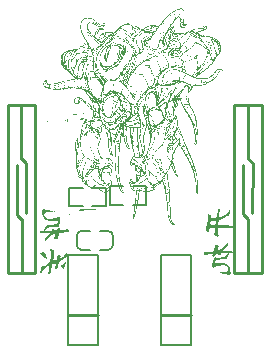
<source format=gbr>
%TF.GenerationSoftware,Altium Limited,Altium Designer,21.2.1 (34)*%
G04 Layer_Color=32896*
%FSLAX26Y26*%
%MOIN*%
%TF.SameCoordinates,9B619AE5-86D3-421A-82E6-E0B3A417AA1F*%
%TF.FilePolarity,Positive*%
%TF.FileFunction,Legend,Bot*%
%TF.Part,Single*%
G01*
G75*
%TA.AperFunction,NonConductor*%
%ADD28C,0.007874*%
%ADD29C,0.010000*%
%ADD30C,0.007992*%
%ADD31C,0.008000*%
G36*
X3944672Y2808953D02*
X3910406D01*
Y2809961D01*
X3944672D01*
Y2808953D01*
D02*
G37*
G36*
X3791484Y2867406D02*
X3792492D01*
Y2866398D01*
X3793500D01*
Y2865391D01*
X3794508D01*
Y2864383D01*
X3795516D01*
Y2862367D01*
X3796523D01*
Y2858336D01*
X3797531D01*
Y2854305D01*
X3798539D01*
Y2836164D01*
X3797531D01*
Y2829109D01*
X3796523D01*
Y2820039D01*
X3795516D01*
Y2813992D01*
X3796523D01*
Y2812984D01*
X3797531D01*
Y2813992D01*
X3798539D01*
Y2815000D01*
X3799547D01*
Y2816008D01*
X3801562D01*
Y2817016D01*
X3804586D01*
Y2816008D01*
X3806602D01*
Y2813992D01*
X3805594D01*
Y2812984D01*
X3803578D01*
Y2810969D01*
X3802570D01*
Y2808953D01*
X3801562D01*
Y2805930D01*
X3800555D01*
Y2804922D01*
X3799547D01*
Y2803914D01*
X3798539D01*
Y2802906D01*
X3797531D01*
Y2801898D01*
X3792492D01*
Y2802906D01*
X3789469D01*
Y2803914D01*
X3788461D01*
Y2804922D01*
X3787453D01*
Y2805930D01*
X3785438D01*
Y2806938D01*
X3784430D01*
Y2813992D01*
X3783422D01*
Y2817016D01*
X3782414D01*
Y2818023D01*
X3781406D01*
Y2821047D01*
X3782414D01*
Y2837172D01*
X3780398D01*
Y2838180D01*
X3777375D01*
Y2837172D01*
X3775359D01*
Y2836164D01*
X3774352D01*
Y2835156D01*
X3773344D01*
Y2834148D01*
X3772336D01*
Y2833141D01*
X3771328D01*
Y2832133D01*
X3770320D01*
Y2831125D01*
X3769312D01*
Y2830117D01*
X3768305D01*
Y2829109D01*
X3767297D01*
Y2828102D01*
X3766289D01*
Y2827094D01*
X3765281D01*
Y2825078D01*
X3764273D01*
Y2824070D01*
X3763266D01*
Y2823062D01*
X3762258D01*
Y2821047D01*
X3761250D01*
Y2820039D01*
X3760242D01*
Y2819031D01*
X3759234D01*
Y2817016D01*
X3758227D01*
Y2816008D01*
X3757219D01*
Y2813992D01*
X3756211D01*
Y2812984D01*
X3755203D01*
Y2811977D01*
X3754195D01*
Y2809961D01*
X3753188D01*
Y2807945D01*
X3752180D01*
Y2806938D01*
X3751172D01*
Y2804922D01*
X3750164D01*
Y2803914D01*
X3749156D01*
Y2801898D01*
X3748148D01*
Y2800891D01*
X3747141D01*
Y2798875D01*
X3746133D01*
Y2796859D01*
X3748148D01*
Y2797867D01*
X3749156D01*
Y2798875D01*
X3750164D01*
Y2799883D01*
X3751172D01*
Y2801898D01*
X3753188D01*
Y2802906D01*
X3754195D01*
Y2803914D01*
X3755203D01*
Y2804922D01*
X3756211D01*
Y2805930D01*
X3758227D01*
Y2806938D01*
X3759234D01*
Y2807945D01*
X3761250D01*
Y2808953D01*
X3763266D01*
Y2809961D01*
X3765281D01*
Y2810969D01*
X3769312D01*
Y2808953D01*
X3768305D01*
Y2806938D01*
X3766289D01*
Y2805930D01*
X3765281D01*
Y2804922D01*
X3764273D01*
Y2803914D01*
X3763266D01*
Y2802906D01*
X3762258D01*
Y2801898D01*
X3761250D01*
Y2800891D01*
X3760242D01*
Y2799883D01*
X3759234D01*
Y2797867D01*
X3758227D01*
Y2796859D01*
X3757219D01*
Y2795852D01*
X3756211D01*
Y2793836D01*
X3755203D01*
Y2792828D01*
X3754195D01*
Y2790812D01*
X3753188D01*
Y2789805D01*
X3756211D01*
Y2790812D01*
X3757219D01*
Y2791820D01*
X3759234D01*
Y2792828D01*
X3760242D01*
Y2793836D01*
X3763266D01*
Y2794844D01*
X3765281D01*
Y2793836D01*
X3766289D01*
Y2792828D01*
X3765281D01*
Y2790812D01*
X3764273D01*
Y2789805D01*
X3763266D01*
Y2788797D01*
X3762258D01*
Y2787789D01*
X3761250D01*
Y2785773D01*
X3762258D01*
Y2784766D01*
X3766289D01*
Y2785773D01*
X3778383D01*
Y2784766D01*
X3785438D01*
Y2785773D01*
X3794508D01*
Y2786781D01*
X3798539D01*
Y2787789D01*
X3803578D01*
Y2788797D01*
X3806602D01*
Y2789805D01*
X3807609D01*
Y2790812D01*
X3808617D01*
Y2791820D01*
X3809625D01*
Y2792828D01*
X3810633D01*
Y2793836D01*
X3812648D01*
Y2792828D01*
X3813656D01*
Y2790812D01*
X3817688D01*
Y2791820D01*
X3818695D01*
Y2792828D01*
X3819703D01*
Y2793836D01*
X3821719D01*
Y2794844D01*
X3823734D01*
Y2795852D01*
X3824742D01*
Y2796859D01*
X3827766D01*
Y2797867D01*
X3830789D01*
Y2798875D01*
X3833812D01*
Y2799883D01*
X3837844D01*
Y2800891D01*
X3842883D01*
Y2801898D01*
X3851953D01*
Y2802906D01*
X3860016D01*
Y2803914D01*
X3862031D01*
Y2804922D01*
X3859008D01*
Y2805930D01*
X3858000D01*
Y2806938D01*
X3859008D01*
Y2808953D01*
X3861023D01*
Y2809961D01*
X3863039D01*
Y2810969D01*
X3866062D01*
Y2809961D01*
X3870094D01*
Y2808953D01*
X3871102D01*
Y2807945D01*
X3872109D01*
Y2806938D01*
X3873117D01*
Y2801898D01*
X3872109D01*
Y2800891D01*
X3871102D01*
Y2798875D01*
X3870094D01*
Y2797867D01*
X3869086D01*
Y2796859D01*
X3867070D01*
Y2795852D01*
X3866062D01*
Y2794844D01*
X3864047D01*
Y2793836D01*
X3861023D01*
Y2792828D01*
X3858000D01*
Y2791820D01*
X3853969D01*
Y2790812D01*
X3850945D01*
Y2789805D01*
X3846914D01*
Y2788797D01*
X3843891D01*
Y2787789D01*
X3840867D01*
Y2786781D01*
X3839859D01*
Y2785773D01*
X3840867D01*
Y2784766D01*
X3841875D01*
Y2785773D01*
X3846914D01*
Y2781742D01*
X3848930D01*
Y2780734D01*
X3850945D01*
Y2779727D01*
X3852961D01*
Y2778719D01*
X3855984D01*
Y2777711D01*
X3860016D01*
Y2778719D01*
X3863039D01*
Y2774688D01*
X3867070D01*
Y2773680D01*
X3869086D01*
Y2774688D01*
X3873117D01*
Y2775695D01*
X3879164D01*
Y2774688D01*
X3882188D01*
Y2773680D01*
X3887227D01*
Y2772672D01*
X3890250D01*
Y2771664D01*
X3894281D01*
Y2770656D01*
X3896297D01*
Y2769648D01*
X3898312D01*
Y2768641D01*
X3900328D01*
Y2767633D01*
X3902344D01*
Y2766625D01*
X3904359D01*
Y2765617D01*
X3905367D01*
Y2764609D01*
X3906375D01*
Y2763602D01*
X3908391D01*
Y2762594D01*
X3909398D01*
Y2761586D01*
X3910406D01*
Y2760578D01*
X3911414D01*
Y2759570D01*
X3912422D01*
Y2758562D01*
X3913430D01*
Y2756547D01*
X3914438D01*
Y2755539D01*
X3915445D01*
Y2753523D01*
X3916453D01*
Y2751508D01*
X3917461D01*
Y2749492D01*
X3918469D01*
Y2747477D01*
X3919477D01*
Y2744453D01*
X3920484D01*
Y2740422D01*
X3921492D01*
Y2728328D01*
X3920484D01*
Y2724297D01*
X3919477D01*
Y2722281D01*
X3918469D01*
Y2719258D01*
X3917461D01*
Y2718250D01*
X3916453D01*
Y2716234D01*
X3915445D01*
Y2715227D01*
X3914438D01*
Y2714219D01*
X3913430D01*
Y2713211D01*
X3912422D01*
Y2712203D01*
X3911414D01*
Y2711195D01*
X3910406D01*
Y2710188D01*
X3909398D01*
Y2709180D01*
X3908391D01*
Y2708172D01*
X3907383D01*
Y2707164D01*
X3906375D01*
Y2706156D01*
X3905367D01*
Y2705148D01*
X3904359D01*
Y2704141D01*
X3903352D01*
Y2703133D01*
X3902344D01*
Y2701117D01*
X3901336D01*
Y2698094D01*
X3900328D01*
Y2696078D01*
X3899320D01*
Y2694062D01*
X3898312D01*
Y2692047D01*
X3897305D01*
Y2691039D01*
X3896297D01*
Y2690031D01*
X3895289D01*
Y2689023D01*
X3894281D01*
Y2687008D01*
X3893273D01*
Y2684992D01*
X3892266D01*
Y2683984D01*
X3891258D01*
Y2682977D01*
X3890250D01*
Y2681969D01*
X3889242D01*
Y2680961D01*
X3888234D01*
Y2679953D01*
X3887227D01*
Y2678945D01*
X3886219D01*
Y2677938D01*
X3884203D01*
Y2676930D01*
X3883195D01*
Y2675922D01*
X3882188D01*
Y2674914D01*
X3881180D01*
Y2673906D01*
X3880172D01*
Y2671891D01*
X3879164D01*
Y2669875D01*
X3878156D01*
Y2668867D01*
X3877148D01*
Y2667859D01*
X3876141D01*
Y2666852D01*
X3874125D01*
Y2665844D01*
X3871102D01*
Y2664836D01*
X3870094D01*
Y2663828D01*
X3869086D01*
Y2662820D01*
X3868078D01*
Y2661812D01*
X3867070D01*
Y2660805D01*
X3866062D01*
Y2659797D01*
X3865055D01*
Y2658789D01*
X3863039D01*
Y2657781D01*
X3862031D01*
Y2656773D01*
X3860016D01*
Y2655766D01*
X3859008D01*
Y2654758D01*
X3858000D01*
Y2653750D01*
X3855984D01*
Y2652742D01*
X3854977D01*
Y2651734D01*
X3852961D01*
Y2650727D01*
X3851953D01*
Y2649719D01*
X3850945D01*
Y2648711D01*
X3848930D01*
Y2647703D01*
X3846914D01*
Y2646695D01*
X3845906D01*
Y2645688D01*
X3843891D01*
Y2644680D01*
X3842883D01*
Y2643672D01*
X3841875D01*
Y2642664D01*
X3839859D01*
Y2641656D01*
X3838852D01*
Y2640648D01*
X3837844D01*
Y2638633D01*
X3836836D01*
Y2637625D01*
X3838852D01*
Y2636617D01*
X3841875D01*
Y2635609D01*
X3847922D01*
Y2634602D01*
X3867070D01*
Y2635609D01*
X3874125D01*
Y2636617D01*
X3877148D01*
Y2637625D01*
X3880172D01*
Y2638633D01*
X3882188D01*
Y2639641D01*
X3883195D01*
Y2640648D01*
X3885211D01*
Y2641656D01*
X3886219D01*
Y2642664D01*
X3887227D01*
Y2643672D01*
X3888234D01*
Y2644680D01*
X3890250D01*
Y2645688D01*
X3891258D01*
Y2646695D01*
X3892266D01*
Y2647703D01*
X3893273D01*
Y2648711D01*
X3894281D01*
Y2649719D01*
X3895289D01*
Y2651734D01*
X3896297D01*
Y2652742D01*
X3897305D01*
Y2653750D01*
X3898312D01*
Y2654758D01*
X3899320D01*
Y2656773D01*
X3900328D01*
Y2657781D01*
X3901336D01*
Y2658789D01*
X3902344D01*
Y2660805D01*
X3903352D01*
Y2661812D01*
X3904359D01*
Y2662820D01*
X3906375D01*
Y2663828D01*
X3907383D01*
Y2664836D01*
X3910406D01*
Y2665844D01*
X3920484D01*
Y2664836D01*
X3923508D01*
Y2663828D01*
X3925523D01*
Y2662820D01*
X3926531D01*
Y2660805D01*
X3927539D01*
Y2659797D01*
X3926531D01*
Y2658789D01*
X3918469D01*
Y2657781D01*
X3916453D01*
Y2656773D01*
X3915445D01*
Y2655766D01*
X3914438D01*
Y2654758D01*
X3913430D01*
Y2653750D01*
X3912422D01*
Y2651734D01*
X3911414D01*
Y2649719D01*
X3910406D01*
Y2646695D01*
X3909398D01*
Y2644680D01*
X3908391D01*
Y2642664D01*
X3907383D01*
Y2640648D01*
X3906375D01*
Y2639641D01*
X3905367D01*
Y2638633D01*
X3904359D01*
Y2636617D01*
X3903352D01*
Y2635609D01*
X3901336D01*
Y2634602D01*
X3900328D01*
Y2633594D01*
X3899320D01*
Y2632586D01*
X3898312D01*
Y2631578D01*
X3897305D01*
Y2630570D01*
X3895289D01*
Y2629562D01*
X3893273D01*
Y2628555D01*
X3892266D01*
Y2627547D01*
X3890250D01*
Y2626539D01*
X3889242D01*
Y2625531D01*
X3888234D01*
Y2624523D01*
X3886219D01*
Y2623516D01*
X3884203D01*
Y2622508D01*
X3882188D01*
Y2621500D01*
X3880172D01*
Y2620492D01*
X3879164D01*
Y2619484D01*
X3877148D01*
Y2618477D01*
X3875133D01*
Y2617469D01*
X3874125D01*
Y2616461D01*
X3872109D01*
Y2615453D01*
X3870094D01*
Y2614445D01*
X3868078D01*
Y2613438D01*
X3865055D01*
Y2612430D01*
X3861023D01*
Y2611422D01*
X3855984D01*
Y2610414D01*
X3849938D01*
Y2609406D01*
X3832805D01*
Y2610414D01*
X3828773D01*
Y2609406D01*
X3827766D01*
Y2606383D01*
X3826758D01*
Y2604367D01*
X3825750D01*
Y2602352D01*
X3824742D01*
Y2600336D01*
X3823734D01*
Y2599328D01*
X3822727D01*
Y2597312D01*
X3821719D01*
Y2596305D01*
X3820711D01*
Y2594289D01*
X3819703D01*
Y2593281D01*
X3818695D01*
Y2592273D01*
X3817688D01*
Y2591266D01*
X3816680D01*
Y2589250D01*
X3815672D01*
Y2588242D01*
X3814664D01*
Y2587234D01*
X3813656D01*
Y2586227D01*
X3812648D01*
Y2585219D01*
X3811641D01*
Y2568086D01*
X3812648D01*
Y2561031D01*
X3813656D01*
Y2555992D01*
X3814664D01*
Y2551961D01*
X3815672D01*
Y2548938D01*
X3816680D01*
Y2544906D01*
X3817688D01*
Y2542891D01*
X3818695D01*
Y2540875D01*
X3819703D01*
Y2539867D01*
X3820711D01*
Y2538859D01*
X3821719D01*
Y2536844D01*
X3822727D01*
Y2535836D01*
X3823734D01*
Y2533820D01*
X3824742D01*
Y2531805D01*
X3825750D01*
Y2529789D01*
X3826758D01*
Y2527773D01*
X3827766D01*
Y2524750D01*
X3828773D01*
Y2523742D01*
X3829781D01*
Y2521727D01*
X3830789D01*
Y2519711D01*
X3831797D01*
Y2516688D01*
X3832805D01*
Y2514672D01*
X3833812D01*
Y2511648D01*
X3834820D01*
Y2509633D01*
X3835828D01*
Y2505602D01*
X3836836D01*
Y2501570D01*
X3837844D01*
Y2496531D01*
X3838852D01*
Y2491492D01*
X3839859D01*
Y2484438D01*
X3840867D01*
Y2476375D01*
X3841875D01*
Y2466297D01*
X3842883D01*
Y2445133D01*
X3841875D01*
Y2437070D01*
X3840867D01*
Y2428000D01*
X3839859D01*
Y2422961D01*
X3838852D01*
Y2416914D01*
X3837844D01*
Y2413891D01*
X3836836D01*
Y2412883D01*
X3833812D01*
Y2413891D01*
X3832805D01*
Y2416914D01*
X3831797D01*
Y2418930D01*
X3832805D01*
Y2424977D01*
X3833812D01*
Y2440094D01*
X3832805D01*
Y2449164D01*
X3831797D01*
Y2455211D01*
X3830789D01*
Y2460250D01*
X3829781D01*
Y2465289D01*
X3828773D01*
Y2469320D01*
X3827766D01*
Y2474359D01*
X3826758D01*
Y2477383D01*
X3825750D01*
Y2480406D01*
X3824742D01*
Y2482422D01*
X3823734D01*
Y2485445D01*
X3822727D01*
Y2488469D01*
X3821719D01*
Y2490484D01*
X3820711D01*
Y2492500D01*
X3819703D01*
Y2495523D01*
X3818695D01*
Y2496531D01*
X3817688D01*
Y2498547D01*
X3816680D01*
Y2500562D01*
X3815672D01*
Y2502578D01*
X3814664D01*
Y2504594D01*
X3813656D01*
Y2506609D01*
X3812648D01*
Y2507617D01*
X3811641D01*
Y2509633D01*
X3810633D01*
Y2511648D01*
X3809625D01*
Y2512656D01*
X3808617D01*
Y2514672D01*
X3807609D01*
Y2516688D01*
X3806602D01*
Y2517695D01*
X3805594D01*
Y2519711D01*
X3804586D01*
Y2520719D01*
X3803578D01*
Y2522734D01*
X3802570D01*
Y2523742D01*
X3801562D01*
Y2525758D01*
X3800555D01*
Y2526766D01*
X3799547D01*
Y2528781D01*
X3798539D01*
Y2530797D01*
X3797531D01*
Y2532812D01*
X3796523D01*
Y2533820D01*
X3795516D01*
Y2535836D01*
X3794508D01*
Y2537852D01*
X3793500D01*
Y2539867D01*
X3792492D01*
Y2542891D01*
X3791484D01*
Y2544906D01*
X3790477D01*
Y2546922D01*
X3789469D01*
Y2548938D01*
X3788461D01*
Y2551961D01*
X3787453D01*
Y2554984D01*
X3786445D01*
Y2555992D01*
X3785438D01*
Y2558008D01*
X3784430D01*
Y2559016D01*
X3783422D01*
Y2563047D01*
X3782414D01*
Y2564055D01*
X3780398D01*
Y2562039D01*
X3779391D01*
Y2558008D01*
X3778383D01*
Y2553977D01*
X3777375D01*
Y2549945D01*
X3776367D01*
Y2545914D01*
X3775359D01*
Y2543898D01*
X3774352D01*
Y2540875D01*
X3773344D01*
Y2538859D01*
X3772336D01*
Y2537852D01*
X3771328D01*
Y2536844D01*
X3770320D01*
Y2535836D01*
X3768305D01*
Y2536844D01*
X3767297D01*
Y2538859D01*
X3768305D01*
Y2547930D01*
X3769312D01*
Y2552969D01*
X3770320D01*
Y2558008D01*
X3771328D01*
Y2563047D01*
X3770320D01*
Y2561031D01*
X3769312D01*
Y2557000D01*
X3768305D01*
Y2553977D01*
X3767297D01*
Y2548938D01*
X3766289D01*
Y2545914D01*
X3765281D01*
Y2543898D01*
X3766289D01*
Y2540875D01*
X3765281D01*
Y2538859D01*
X3764273D01*
Y2532812D01*
X3765281D01*
Y2527773D01*
X3764273D01*
Y2526766D01*
X3763266D01*
Y2512656D01*
X3764273D01*
Y2507617D01*
X3765281D01*
Y2506609D01*
X3766289D01*
Y2509633D01*
X3767297D01*
Y2510641D01*
X3768305D01*
Y2513664D01*
X3770320D01*
Y2512656D01*
X3771328D01*
Y2510641D01*
X3772336D01*
Y2506609D01*
X3773344D01*
Y2502578D01*
X3774352D01*
Y2497539D01*
X3775359D01*
Y2481414D01*
X3776367D01*
Y2478391D01*
X3777375D01*
Y2476375D01*
X3778383D01*
Y2474359D01*
X3779391D01*
Y2472344D01*
X3780398D01*
Y2469320D01*
X3781406D01*
Y2467305D01*
X3782414D01*
Y2465289D01*
X3783422D01*
Y2463273D01*
X3784430D01*
Y2460250D01*
X3785438D01*
Y2458234D01*
X3786445D01*
Y2455211D01*
X3787453D01*
Y2452188D01*
X3788461D01*
Y2450172D01*
X3789469D01*
Y2448156D01*
X3790477D01*
Y2444125D01*
X3791484D01*
Y2442109D01*
X3792492D01*
Y2439086D01*
X3793500D01*
Y2437070D01*
X3794508D01*
Y2434047D01*
X3795516D01*
Y2432031D01*
X3796523D01*
Y2429008D01*
X3797531D01*
Y2426992D01*
X3798539D01*
Y2423969D01*
X3799547D01*
Y2421953D01*
X3800555D01*
Y2419938D01*
X3801562D01*
Y2416914D01*
X3802570D01*
Y2413891D01*
X3803578D01*
Y2410867D01*
X3804586D01*
Y2408852D01*
X3805594D01*
Y2405828D01*
X3806602D01*
Y2403812D01*
X3807609D01*
Y2401797D01*
X3808617D01*
Y2398773D01*
X3809625D01*
Y2396758D01*
X3810633D01*
Y2394742D01*
X3811641D01*
Y2391719D01*
X3812648D01*
Y2389703D01*
X3813656D01*
Y2387688D01*
X3814664D01*
Y2385672D01*
X3815672D01*
Y2382648D01*
X3816680D01*
Y2380633D01*
X3817688D01*
Y2378617D01*
X3818695D01*
Y2376602D01*
X3819703D01*
Y2373578D01*
X3820711D01*
Y2371562D01*
X3821719D01*
Y2369547D01*
X3822727D01*
Y2366523D01*
X3823734D01*
Y2363500D01*
X3824742D01*
Y2361484D01*
X3825750D01*
Y2358461D01*
X3826758D01*
Y2356445D01*
X3827766D01*
Y2353422D01*
X3828773D01*
Y2350398D01*
X3829781D01*
Y2347375D01*
X3830789D01*
Y2345359D01*
X3831797D01*
Y2341328D01*
X3832805D01*
Y2338305D01*
X3833812D01*
Y2335281D01*
X3834820D01*
Y2332258D01*
X3835828D01*
Y2328227D01*
X3836836D01*
Y2325203D01*
X3837844D01*
Y2320164D01*
X3838852D01*
Y2314117D01*
X3839859D01*
Y2308070D01*
X3840867D01*
Y2303031D01*
X3841875D01*
Y2296984D01*
X3842883D01*
Y2286906D01*
X3843891D01*
Y2283883D01*
Y2282875D01*
Y2267758D01*
X3842883D01*
Y2256672D01*
X3843891D01*
Y2249617D01*
X3841875D01*
Y2248609D01*
X3840867D01*
Y2249617D01*
X3839859D01*
Y2250625D01*
X3838852D01*
Y2252641D01*
X3837844D01*
Y2254656D01*
X3836836D01*
Y2276828D01*
X3835828D01*
Y2288922D01*
X3834820D01*
Y2292953D01*
X3833812D01*
Y2299000D01*
X3832805D01*
Y2304039D01*
X3831797D01*
Y2308070D01*
X3830789D01*
Y2312102D01*
X3829781D01*
Y2316133D01*
X3828773D01*
Y2319156D01*
X3827766D01*
Y2322180D01*
X3826758D01*
Y2325203D01*
X3825750D01*
Y2329234D01*
X3824742D01*
Y2332258D01*
X3823734D01*
Y2334273D01*
X3822727D01*
Y2337297D01*
X3821719D01*
Y2339312D01*
X3820711D01*
Y2341328D01*
X3819703D01*
Y2344352D01*
X3818695D01*
Y2346367D01*
X3817688D01*
Y2348383D01*
X3816680D01*
Y2351406D01*
X3815672D01*
Y2353422D01*
X3814664D01*
Y2355438D01*
X3813656D01*
Y2357453D01*
X3812648D01*
Y2359469D01*
X3811641D01*
Y2361484D01*
X3810633D01*
Y2362492D01*
X3809625D01*
Y2365516D01*
X3808617D01*
Y2366523D01*
X3807609D01*
Y2368539D01*
X3806602D01*
Y2370555D01*
X3805594D01*
Y2372570D01*
X3804586D01*
Y2374586D01*
X3803578D01*
Y2376602D01*
X3802570D01*
Y2377609D01*
X3801562D01*
Y2379625D01*
X3800555D01*
Y2381641D01*
X3799547D01*
Y2383656D01*
X3798539D01*
Y2385672D01*
X3797531D01*
Y2386680D01*
X3796523D01*
Y2388695D01*
X3795516D01*
Y2389703D01*
X3794508D01*
Y2391719D01*
X3793500D01*
Y2393734D01*
X3792492D01*
Y2395750D01*
X3791484D01*
Y2396758D01*
X3790477D01*
Y2398773D01*
X3789469D01*
Y2400789D01*
X3788461D01*
Y2402805D01*
X3787453D01*
Y2403812D01*
X3786445D01*
Y2405828D01*
X3785438D01*
Y2407844D01*
X3784430D01*
Y2408852D01*
X3783422D01*
Y2410867D01*
X3781406D01*
Y2411875D01*
X3780398D01*
Y2414898D01*
X3779391D01*
Y2413891D01*
X3778383D01*
Y2411875D01*
X3777375D01*
Y2410867D01*
X3776367D01*
Y2408852D01*
X3775359D01*
Y2406836D01*
X3774352D01*
Y2404820D01*
X3773344D01*
Y2403812D01*
X3772336D01*
Y2402805D01*
X3771328D01*
Y2400789D01*
X3770320D01*
Y2398773D01*
X3769312D01*
Y2396758D01*
X3768305D01*
Y2393734D01*
X3767297D01*
Y2391719D01*
X3766289D01*
Y2389703D01*
X3765281D01*
Y2386680D01*
X3764273D01*
Y2385672D01*
X3763266D01*
Y2383656D01*
X3762258D01*
Y2381641D01*
X3761250D01*
Y2378617D01*
X3760242D01*
Y2374586D01*
X3759234D01*
Y2372570D01*
X3760242D01*
Y2371562D01*
X3761250D01*
Y2370555D01*
X3762258D01*
Y2366523D01*
X3761250D01*
Y2365516D01*
X3760242D01*
Y2363500D01*
X3759234D01*
Y2361484D01*
X3758227D01*
Y2358461D01*
X3759234D01*
Y2355438D01*
X3760242D01*
Y2353422D01*
X3761250D01*
Y2351406D01*
X3762258D01*
Y2347375D01*
X3763266D01*
Y2345359D01*
X3764273D01*
Y2342336D01*
X3765281D01*
Y2339312D01*
X3766289D01*
Y2335281D01*
X3767297D01*
Y2331250D01*
X3768305D01*
Y2328227D01*
X3769312D01*
Y2323188D01*
X3770320D01*
Y2320164D01*
X3771328D01*
Y2317141D01*
X3772336D01*
Y2315125D01*
X3773344D01*
Y2313109D01*
X3774352D01*
Y2312102D01*
X3775359D01*
Y2311094D01*
X3776367D01*
Y2308070D01*
X3775359D01*
Y2307062D01*
X3772336D01*
Y2308070D01*
X3771328D01*
Y2309078D01*
X3770320D01*
Y2310086D01*
X3769312D01*
Y2312102D01*
X3768305D01*
Y2313109D01*
X3767297D01*
Y2315125D01*
X3766289D01*
Y2317141D01*
X3765281D01*
Y2319156D01*
X3764273D01*
Y2322180D01*
X3763266D01*
Y2325203D01*
X3762258D01*
Y2327219D01*
X3761250D01*
Y2329234D01*
X3760242D01*
Y2331250D01*
X3759234D01*
Y2333266D01*
X3758227D01*
Y2335281D01*
X3757219D01*
Y2337297D01*
X3756211D01*
Y2339312D01*
X3755203D01*
Y2341328D01*
X3754195D01*
Y2343344D01*
X3753188D01*
Y2344352D01*
X3752180D01*
Y2343344D01*
X3751172D01*
Y2339312D01*
X3750164D01*
Y2337297D01*
X3749156D01*
Y2334273D01*
X3748148D01*
Y2332258D01*
X3747141D01*
Y2330242D01*
X3746133D01*
Y2328227D01*
X3745125D01*
Y2326211D01*
X3744117D01*
Y2324195D01*
X3743109D01*
Y2322180D01*
X3742102D01*
Y2321172D01*
X3741094D01*
Y2316133D01*
X3742102D01*
Y2309078D01*
X3743109D01*
Y2302023D01*
X3744117D01*
Y2296984D01*
X3745125D01*
Y2288922D01*
X3746133D01*
Y2283883D01*
X3747141D01*
Y2277836D01*
X3748148D01*
Y2272797D01*
X3749156D01*
Y2270781D01*
X3748148D01*
Y2264734D01*
X3749156D01*
Y2249617D01*
X3750164D01*
Y2231477D01*
X3751172D01*
Y2205273D01*
X3752180D01*
Y2186125D01*
X3753188D01*
Y2170000D01*
X3754195D01*
Y2163953D01*
X3755203D01*
Y2161938D01*
X3756211D01*
Y2159922D01*
X3757219D01*
Y2157906D01*
X3758227D01*
Y2155891D01*
X3759234D01*
Y2153875D01*
X3760242D01*
Y2152867D01*
X3761250D01*
Y2151859D01*
X3762258D01*
Y2150852D01*
X3763266D01*
Y2149844D01*
X3764273D01*
Y2148836D01*
X3765281D01*
Y2145812D01*
X3764273D01*
Y2144805D01*
X3761250D01*
Y2145812D01*
X3759234D01*
Y2146820D01*
X3758227D01*
Y2147828D01*
X3757219D01*
Y2148836D01*
X3755203D01*
Y2149844D01*
X3754195D01*
Y2150852D01*
X3753188D01*
Y2151859D01*
X3752180D01*
Y2153875D01*
X3751172D01*
Y2154883D01*
X3750164D01*
Y2156898D01*
X3749156D01*
Y2158914D01*
X3748148D01*
Y2160930D01*
X3747141D01*
Y2163953D01*
X3746133D01*
Y2167984D01*
X3745125D01*
Y2171008D01*
X3744117D01*
Y2175039D01*
X3743109D01*
Y2182094D01*
X3742102D01*
Y2192172D01*
X3741094D01*
Y2208297D01*
X3740086D01*
Y2218375D01*
X3739078D01*
Y2226438D01*
X3738070D01*
Y2234500D01*
X3737062D01*
Y2240547D01*
X3736055D01*
Y2248609D01*
X3735047D01*
Y2249617D01*
X3734039D01*
Y2251633D01*
X3733031D01*
Y2263727D01*
X3732023D01*
Y2267758D01*
X3731016D01*
Y2271789D01*
X3730008D01*
Y2275820D01*
X3729000D01*
Y2279852D01*
X3727992D01*
Y2283883D01*
X3726984D01*
Y2287914D01*
X3725977D01*
Y2289930D01*
X3724969D01*
Y2292953D01*
X3723961D01*
Y2293961D01*
X3722953D01*
Y2290938D01*
X3721945D01*
Y2288922D01*
X3720938D01*
Y2286906D01*
X3719930D01*
Y2284891D01*
X3718922D01*
Y2283883D01*
X3717914D01*
Y2282875D01*
X3716906D01*
Y2281867D01*
X3714891D01*
Y2280859D01*
X3713883D01*
Y2279852D01*
X3711867D01*
Y2278844D01*
X3709852D01*
Y2277836D01*
X3707836D01*
Y2276828D01*
X3705820D01*
Y2275820D01*
X3704812D01*
Y2274812D01*
X3703805D01*
Y2273805D01*
X3702797D01*
Y2272797D01*
X3701789D01*
Y2271789D01*
X3700781D01*
Y2270781D01*
X3699773D01*
Y2269773D01*
X3698766D01*
Y2268766D01*
X3697758D01*
Y2267758D01*
X3696750D01*
Y2266750D01*
X3697758D01*
Y2265742D01*
X3700781D01*
Y2263727D01*
X3699773D01*
Y2262719D01*
X3696750D01*
Y2261711D01*
X3693727D01*
Y2260703D01*
X3689695D01*
Y2259695D01*
X3686672D01*
Y2258688D01*
X3683648D01*
Y2257680D01*
X3679617D01*
Y2256672D01*
X3662484D01*
Y2257680D01*
X3659461D01*
Y2258688D01*
X3655430D01*
Y2259695D01*
X3649383D01*
Y2257680D01*
X3648375D01*
Y2250625D01*
X3647367D01*
Y2242562D01*
X3646359D01*
Y2235508D01*
X3645352D01*
Y2229461D01*
X3644344D01*
Y2225430D01*
X3643336D01*
Y2219383D01*
X3642328D01*
Y2213336D01*
X3641320D01*
Y2208297D01*
X3640312D01*
Y2203258D01*
X3639305D01*
Y2198219D01*
X3638297D01*
Y2195195D01*
X3637289D01*
Y2190156D01*
X3636281D01*
Y2187133D01*
X3635273D01*
Y2183102D01*
X3634266D01*
Y2179070D01*
X3633258D01*
Y2176047D01*
X3632250D01*
Y2173023D01*
X3631242D01*
Y2168992D01*
X3630234D01*
Y2165969D01*
X3629227D01*
Y2164961D01*
X3628219D01*
Y2163953D01*
X3627211D01*
Y2164961D01*
X3626203D01*
Y2173023D01*
X3627211D01*
Y2178062D01*
X3628219D01*
Y2184109D01*
X3629227D01*
Y2191164D01*
X3630234D01*
Y2199227D01*
X3631242D01*
Y2208297D01*
X3632250D01*
Y2216359D01*
X3633258D01*
Y2224422D01*
X3634266D01*
Y2234500D01*
X3635273D01*
Y2248609D01*
X3636281D01*
Y2257680D01*
X3635273D01*
Y2258688D01*
X3629227D01*
Y2259695D01*
X3627211D01*
Y2260703D01*
X3626203D01*
Y2261711D01*
X3625195D01*
Y2262719D01*
X3624188D01*
Y2263727D01*
X3623180D01*
Y2264734D01*
X3622172D01*
Y2265742D01*
X3621164D01*
Y2266750D01*
X3620156D01*
Y2268766D01*
X3619148D01*
Y2271789D01*
X3618141D01*
Y2274812D01*
X3617133D01*
Y2277836D01*
X3616125D01*
Y2282875D01*
X3615117D01*
Y2288922D01*
X3616125D01*
Y2289930D01*
X3615117D01*
Y2290938D01*
X3616125D01*
Y2294969D01*
X3617133D01*
Y2296984D01*
X3618141D01*
Y2297992D01*
X3619148D01*
Y2299000D01*
X3621164D01*
Y2300008D01*
X3624188D01*
Y2294969D01*
X3625195D01*
Y2291945D01*
X3626203D01*
Y2289930D01*
X3627211D01*
Y2288922D01*
X3628219D01*
Y2287914D01*
X3630234D01*
Y2288922D01*
X3633258D01*
Y2287914D01*
X3635273D01*
Y2290938D01*
X3637289D01*
Y2301016D01*
X3636281D01*
Y2314117D01*
X3635273D01*
Y2326211D01*
X3634266D01*
Y2335281D01*
X3633258D01*
Y2344352D01*
X3632250D01*
Y2346367D01*
X3628219D01*
Y2347375D01*
X3627211D01*
Y2346367D01*
X3625195D01*
Y2345359D01*
X3624188D01*
Y2344352D01*
X3621164D01*
Y2343344D01*
X3620156D01*
Y2344352D01*
X3619148D01*
Y2345359D01*
X3618141D01*
Y2348383D01*
X3617133D01*
Y2356445D01*
X3618141D01*
Y2360477D01*
X3619148D01*
Y2362492D01*
X3620156D01*
Y2364508D01*
X3621164D01*
Y2366523D01*
X3622172D01*
Y2367531D01*
X3623180D01*
Y2369547D01*
X3624188D01*
Y2370555D01*
X3625195D01*
Y2371562D01*
X3626203D01*
Y2372570D01*
X3627211D01*
Y2373578D01*
X3628219D01*
Y2374586D01*
X3630234D01*
Y2375594D01*
X3631242D01*
Y2380633D01*
X3630234D01*
Y2384664D01*
X3629227D01*
Y2388695D01*
X3628219D01*
Y2392727D01*
X3627211D01*
Y2395750D01*
X3626203D01*
Y2398773D01*
X3625195D01*
Y2400789D01*
X3624188D01*
Y2407844D01*
X3623180D01*
Y2411875D01*
X3622172D01*
Y2416914D01*
X3621164D01*
Y2421953D01*
X3620156D01*
Y2429008D01*
X3619148D01*
Y2436062D01*
X3618141D01*
Y2450172D01*
X3617133D01*
Y2466297D01*
X3616125D01*
Y2470328D01*
X3615117D01*
Y2471336D01*
X3613102D01*
Y2472344D01*
X3610078D01*
Y2473352D01*
X3607055D01*
Y2468312D01*
X3606047D01*
Y2458234D01*
X3605039D01*
Y2444125D01*
X3606047D01*
Y2443117D01*
X3605039D01*
Y2442109D01*
X3606047D01*
Y2431023D01*
X3607055D01*
Y2425984D01*
X3608062D01*
Y2420945D01*
X3609070D01*
Y2416914D01*
X3610078D01*
Y2413891D01*
X3611086D01*
Y2411875D01*
X3612094D01*
Y2408852D01*
X3613102D01*
Y2406836D01*
X3614109D01*
Y2405828D01*
X3615117D01*
Y2403812D01*
X3616125D01*
Y2398773D01*
X3612094D01*
Y2399781D01*
X3611086D01*
Y2400789D01*
X3610078D01*
Y2401797D01*
X3609070D01*
Y2402805D01*
X3608062D01*
Y2403812D01*
X3607055D01*
Y2405828D01*
X3606047D01*
Y2406836D01*
X3605039D01*
Y2408852D01*
X3604031D01*
Y2409859D01*
X3603023D01*
Y2412883D01*
X3602016D01*
Y2414898D01*
X3601008D01*
Y2417922D01*
X3600000D01*
Y2420945D01*
X3598992D01*
Y2423969D01*
X3597984D01*
Y2428000D01*
X3596977D01*
Y2433039D01*
X3595969D01*
Y2439086D01*
X3594961D01*
Y2447148D01*
X3593953D01*
Y2453195D01*
X3592945D01*
Y2450172D01*
X3591938D01*
Y2446141D01*
X3592945D01*
Y2440094D01*
X3589922D01*
Y2441102D01*
X3588914D01*
Y2442109D01*
X3587906D01*
Y2443117D01*
X3586898D01*
Y2431023D01*
X3585891D01*
Y2419938D01*
X3584883D01*
Y2409859D01*
X3583875D01*
Y2399781D01*
X3582867D01*
Y2389703D01*
X3581859D01*
Y2377609D01*
X3580852D01*
Y2361484D01*
X3579844D01*
Y2328227D01*
X3580852D01*
Y2315125D01*
X3581859D01*
Y2306055D01*
X3582867D01*
Y2297992D01*
X3583875D01*
Y2291945D01*
X3584883D01*
Y2285898D01*
X3585891D01*
Y2281867D01*
X3586898D01*
Y2277836D01*
X3587906D01*
Y2274812D01*
X3588914D01*
Y2269773D01*
X3589922D01*
Y2266750D01*
X3590930D01*
Y2263727D01*
X3591938D01*
Y2261711D01*
X3592945D01*
Y2260703D01*
X3593953D01*
Y2258688D01*
X3594961D01*
Y2256672D01*
X3595969D01*
Y2253648D01*
X3590930D01*
Y2254656D01*
X3589922D01*
Y2255664D01*
X3588914D01*
Y2256672D01*
X3587906D01*
Y2257680D01*
X3586898D01*
Y2259695D01*
X3585891D01*
Y2260703D01*
X3584883D01*
Y2262719D01*
X3583875D01*
Y2265742D01*
X3582867D01*
Y2267758D01*
X3581859D01*
Y2269773D01*
X3580852D01*
Y2272797D01*
X3579844D01*
Y2274812D01*
X3578836D01*
Y2277836D01*
X3577828D01*
Y2280859D01*
X3576820D01*
Y2284891D01*
X3575812D01*
Y2288922D01*
X3574805D01*
Y2292953D01*
X3573797D01*
Y2296984D01*
X3572789D01*
Y2302023D01*
X3571781D01*
Y2307062D01*
X3570773D01*
Y2312102D01*
X3569766D01*
Y2319156D01*
X3568758D01*
Y2326211D01*
X3567750D01*
Y2333266D01*
X3566742D01*
Y2347375D01*
X3565734D01*
Y2383656D01*
X3566742D01*
Y2400789D01*
X3567750D01*
Y2413891D01*
X3568758D01*
Y2431023D01*
X3567750D01*
Y2430016D01*
X3566742D01*
Y2428000D01*
X3565734D01*
Y2425984D01*
X3566742D01*
Y2423969D01*
X3567750D01*
Y2421953D01*
X3566742D01*
Y2419938D01*
X3563719D01*
Y2420945D01*
X3562711D01*
Y2421953D01*
X3561703D01*
Y2423969D01*
X3560695D01*
Y2429008D01*
X3561703D01*
Y2431023D01*
X3562711D01*
Y2433039D01*
X3563719D01*
Y2434047D01*
X3564727D01*
Y2436062D01*
X3565734D01*
Y2438078D01*
X3566742D01*
Y2441102D01*
X3567750D01*
Y2446141D01*
X3566742D01*
Y2445133D01*
X3564727D01*
Y2446141D01*
X3562711D01*
Y2447148D01*
X3560695D01*
Y2448156D01*
X3558680D01*
Y2449164D01*
X3557672D01*
Y2450172D01*
X3555656D01*
Y2451180D01*
X3552633D01*
Y2450172D01*
X3553641D01*
Y2446141D01*
X3554648D01*
Y2441102D01*
X3555656D01*
Y2436062D01*
X3556664D01*
Y2429008D01*
X3557672D01*
Y2417922D01*
X3556664D01*
Y2412883D01*
X3555656D01*
Y2408852D01*
X3554648D01*
Y2391719D01*
X3555656D01*
Y2386680D01*
X3556664D01*
Y2383656D01*
X3557672D01*
Y2381641D01*
X3558680D01*
Y2380633D01*
X3559688D01*
Y2378617D01*
X3560695D01*
Y2377609D01*
X3559688D01*
Y2376602D01*
X3556664D01*
Y2377609D01*
X3555656D01*
Y2378617D01*
X3553641D01*
Y2379625D01*
X3552633D01*
Y2380633D01*
X3551625D01*
Y2381641D01*
X3550617D01*
Y2384664D01*
X3549609D01*
Y2386680D01*
X3548602D01*
Y2388695D01*
X3547594D01*
Y2391719D01*
X3546586D01*
Y2393734D01*
X3545578D01*
Y2402805D01*
X3544570D01*
Y2424977D01*
X3543562D01*
Y2434047D01*
X3542555D01*
Y2438078D01*
X3541547D01*
Y2443117D01*
X3540539D01*
Y2446141D01*
X3539531D01*
Y2450172D01*
X3538523D01*
Y2453195D01*
X3537516D01*
Y2456219D01*
X3536508D01*
Y2458234D01*
X3535500D01*
Y2466297D01*
X3534492D01*
Y2472344D01*
X3533484D01*
Y2474359D01*
X3532477D01*
Y2475367D01*
X3530461D01*
Y2474359D01*
X3529453D01*
Y2473352D01*
X3527438D01*
Y2472344D01*
X3526430D01*
Y2471336D01*
X3524414D01*
Y2470328D01*
X3523406D01*
Y2467305D01*
X3522398D01*
Y2457227D01*
X3521391D01*
Y2455211D01*
X3519375D01*
Y2454203D01*
X3515344D01*
Y2451180D01*
X3514336D01*
Y2450172D01*
X3517359D01*
Y2449164D01*
X3518367D01*
Y2436062D01*
X3519375D01*
Y2431023D01*
X3518367D01*
Y2424977D01*
X3517359D01*
Y2422961D01*
X3516352D01*
Y2419938D01*
X3515344D01*
Y2417922D01*
X3514336D01*
Y2414898D01*
X3513328D01*
Y2412883D01*
X3512320D01*
Y2407844D01*
X3511312D01*
Y2395750D01*
X3512320D01*
Y2391719D01*
X3513328D01*
Y2388695D01*
X3514336D01*
Y2385672D01*
X3515344D01*
Y2383656D01*
X3516352D01*
Y2381641D01*
X3517359D01*
Y2379625D01*
X3518367D01*
Y2377609D01*
X3519375D01*
Y2376602D01*
X3520383D01*
Y2374586D01*
X3521391D01*
Y2373578D01*
X3522398D01*
Y2372570D01*
X3523406D01*
Y2370555D01*
X3524414D01*
Y2368539D01*
X3525422D01*
Y2367531D01*
X3527438D01*
Y2366523D01*
X3528445D01*
Y2367531D01*
X3536508D01*
Y2368539D01*
X3541547D01*
Y2369547D01*
X3548602D01*
Y2368539D01*
X3549609D01*
Y2367531D01*
X3551625D01*
Y2366523D01*
X3552633D01*
Y2365516D01*
X3553641D01*
Y2363500D01*
X3554648D01*
Y2362492D01*
X3555656D01*
Y2361484D01*
X3556664D01*
Y2359469D01*
X3557672D01*
Y2357453D01*
X3558680D01*
Y2355438D01*
X3559688D01*
Y2352414D01*
X3560695D01*
Y2345359D01*
X3561703D01*
Y2339312D01*
X3557672D01*
Y2340320D01*
X3556664D01*
Y2341328D01*
X3555656D01*
Y2342336D01*
X3554648D01*
Y2344352D01*
X3553641D01*
Y2345359D01*
X3548602D01*
Y2344352D01*
X3545578D01*
Y2343344D01*
X3544570D01*
Y2341328D01*
X3546586D01*
Y2340320D01*
X3547594D01*
Y2339312D01*
X3548602D01*
Y2338305D01*
X3549609D01*
Y2337297D01*
X3550617D01*
Y2336289D01*
X3552633D01*
Y2335281D01*
X3553641D01*
Y2333266D01*
X3554648D01*
Y2331250D01*
X3555656D01*
Y2320164D01*
X3554648D01*
Y2313109D01*
X3553641D01*
Y2311094D01*
X3552633D01*
Y2310086D01*
X3550617D01*
Y2311094D01*
X3549609D01*
Y2312102D01*
X3548602D01*
Y2314117D01*
X3547594D01*
Y2315125D01*
X3546586D01*
Y2317141D01*
X3545578D01*
Y2318148D01*
X3543562D01*
Y2319156D01*
X3542555D01*
Y2320164D01*
X3541547D01*
Y2321172D01*
X3533484D01*
Y2320164D01*
X3532477D01*
Y2319156D01*
X3531469D01*
Y2318148D01*
X3528445D01*
Y2319156D01*
X3527438D01*
Y2320164D01*
X3526430D01*
Y2321172D01*
X3524414D01*
Y2320164D01*
X3523406D01*
Y2308070D01*
X3522398D01*
Y2302023D01*
X3523406D01*
Y2296984D01*
X3524414D01*
Y2295977D01*
X3528445D01*
Y2294969D01*
X3529453D01*
Y2289930D01*
X3532477D01*
Y2286906D01*
X3533484D01*
Y2285898D01*
X3534492D01*
Y2284891D01*
X3536508D01*
Y2283883D01*
X3544570D01*
Y2284891D01*
X3546586D01*
Y2285898D01*
X3547594D01*
Y2286906D01*
X3548602D01*
Y2290938D01*
X3549609D01*
Y2294969D01*
X3552633D01*
Y2293961D01*
X3554648D01*
Y2291945D01*
X3555656D01*
Y2290938D01*
X3556664D01*
Y2286906D01*
X3557672D01*
Y2278844D01*
X3556664D01*
Y2275820D01*
X3555656D01*
Y2272797D01*
X3554648D01*
Y2270781D01*
X3553641D01*
Y2267758D01*
X3552633D01*
Y2265742D01*
X3551625D01*
Y2264734D01*
X3550617D01*
Y2263727D01*
X3549609D01*
Y2262719D01*
X3548602D01*
Y2261711D01*
X3547594D01*
Y2260703D01*
X3546586D01*
Y2259695D01*
X3544570D01*
Y2258688D01*
X3543562D01*
Y2257680D01*
X3542555D01*
Y2256672D01*
X3540539D01*
Y2255664D01*
X3539531D01*
Y2254656D01*
X3537516D01*
Y2253648D01*
X3535500D01*
Y2252641D01*
X3531469D01*
Y2253648D01*
X3529453D01*
Y2254656D01*
X3527438D01*
Y2255664D01*
X3526430D01*
Y2256672D01*
X3524414D01*
Y2257680D01*
X3522398D01*
Y2258688D01*
X3521391D01*
Y2259695D01*
X3520383D01*
Y2260703D01*
X3518367D01*
Y2261711D01*
X3517359D01*
Y2262719D01*
X3515344D01*
Y2263727D01*
X3513328D01*
Y2264734D01*
X3511312D01*
Y2265742D01*
X3508289D01*
Y2266750D01*
X3506273D01*
Y2267758D01*
X3503250D01*
Y2268766D01*
X3500227D01*
Y2269773D01*
X3494180D01*
Y2270781D01*
X3482086D01*
Y2271789D01*
X3479062D01*
Y2272797D01*
X3477047D01*
Y2273805D01*
X3476039D01*
Y2275820D01*
X3475031D01*
Y2277836D01*
X3474023D01*
Y2278844D01*
X3472008D01*
Y2279852D01*
X3471000D01*
Y2280859D01*
X3469992D01*
Y2279852D01*
X3468984D01*
Y2280859D01*
X3467977D01*
Y2282875D01*
X3466969D01*
Y2283883D01*
X3464953D01*
Y2284891D01*
X3462938D01*
Y2285898D01*
X3461930D01*
Y2287914D01*
X3462938D01*
Y2289930D01*
X3459914D01*
Y2290938D01*
X3457898D01*
Y2291945D01*
X3455883D01*
Y2293961D01*
X3456891D01*
Y2295977D01*
X3457898D01*
Y2296984D01*
X3456891D01*
Y2297992D01*
X3455883D01*
Y2299000D01*
X3454875D01*
Y2301016D01*
X3452859D01*
Y2303031D01*
X3450844D01*
Y2304039D01*
X3447820D01*
Y2305047D01*
X3445805D01*
Y2306055D01*
X3443789D01*
Y2309078D01*
X3444797D01*
Y2310086D01*
X3446812D01*
Y2311094D01*
X3445805D01*
Y2314117D01*
X3444797D01*
Y2317141D01*
X3443789D01*
Y2320164D01*
X3442781D01*
Y2322180D01*
X3441773D01*
Y2325203D01*
X3440766D01*
Y2327219D01*
X3439758D01*
Y2329234D01*
X3438750D01*
Y2331250D01*
X3437742D01*
Y2336289D01*
X3436734D01*
Y2343344D01*
X3435727D01*
Y2359469D01*
X3436734D01*
Y2371562D01*
X3437742D01*
Y2381641D01*
X3436734D01*
Y2388695D01*
X3435727D01*
Y2393734D01*
X3434719D01*
Y2396758D01*
X3433711D01*
Y2418930D01*
X3434719D01*
Y2422961D01*
X3435727D01*
Y2425984D01*
X3436734D01*
Y2428000D01*
X3437742D01*
Y2430016D01*
X3438750D01*
Y2432031D01*
X3439758D01*
Y2434047D01*
X3440766D01*
Y2436062D01*
X3441773D01*
Y2437070D01*
X3442781D01*
Y2438078D01*
X3444797D01*
Y2437070D01*
X3443789D01*
Y2420945D01*
X3444797D01*
Y2418930D01*
X3445805D01*
Y2419938D01*
X3446812D01*
Y2421953D01*
X3447820D01*
Y2423969D01*
X3448828D01*
Y2425984D01*
X3449836D01*
Y2429008D01*
X3450844D01*
Y2442109D01*
X3451852D01*
Y2450172D01*
X3452859D01*
Y2455211D01*
X3453867D01*
Y2461258D01*
X3454875D01*
Y2466297D01*
X3455883D01*
Y2470328D01*
X3456891D01*
Y2475367D01*
X3457898D01*
Y2479398D01*
X3458906D01*
Y2482422D01*
X3459914D01*
Y2484438D01*
X3460922D01*
Y2486453D01*
X3461930D01*
Y2488469D01*
X3462938D01*
Y2489477D01*
X3463945D01*
Y2490484D01*
X3464953D01*
Y2491492D01*
X3465961D01*
Y2492500D01*
X3466969D01*
Y2493508D01*
X3467977D01*
Y2494516D01*
X3466969D01*
Y2495523D01*
X3463945D01*
Y2496531D01*
X3458906D01*
Y2497539D01*
X3450844D01*
Y2498547D01*
X3449836D01*
Y2499555D01*
X3450844D01*
Y2500562D01*
X3452859D01*
Y2501570D01*
X3461930D01*
Y2500562D01*
X3465961D01*
Y2499555D01*
X3468984D01*
Y2498547D01*
X3472008D01*
Y2497539D01*
X3477047D01*
Y2496531D01*
X3485109D01*
Y2495523D01*
X3488133D01*
Y2496531D01*
X3489141D01*
Y2499555D01*
X3490148D01*
Y2506609D01*
X3491156D01*
Y2507617D01*
X3493172D01*
Y2508625D01*
X3495188D01*
Y2521727D01*
X3494180D01*
Y2526766D01*
X3493172D01*
Y2527773D01*
X3492164D01*
Y2528781D01*
X3490148D01*
Y2529789D01*
X3489141D01*
Y2530797D01*
X3488133D01*
Y2531805D01*
X3487125D01*
Y2532812D01*
X3486117D01*
Y2533820D01*
X3485109D01*
Y2534828D01*
X3484102D01*
Y2535836D01*
X3483094D01*
Y2536844D01*
X3482086D01*
Y2537852D01*
X3481078D01*
Y2538859D01*
X3480070D01*
Y2539867D01*
X3479062D01*
Y2540875D01*
X3478055D01*
Y2541883D01*
X3477047D01*
Y2542891D01*
X3476039D01*
Y2543898D01*
X3475031D01*
Y2544906D01*
X3474023D01*
Y2545914D01*
X3473016D01*
Y2546922D01*
X3472008D01*
Y2547930D01*
X3471000D01*
Y2548938D01*
X3469992D01*
Y2549945D01*
X3468984D01*
Y2550953D01*
X3467977D01*
Y2551961D01*
X3466969D01*
Y2552969D01*
X3464953D01*
Y2553977D01*
X3463945D01*
Y2554984D01*
X3462938D01*
Y2555992D01*
X3461930D01*
Y2557000D01*
X3460922D01*
Y2558008D01*
X3458906D01*
Y2559016D01*
X3452859D01*
Y2558008D01*
X3451852D01*
Y2557000D01*
X3450844D01*
Y2554984D01*
X3449836D01*
Y2553977D01*
X3447820D01*
Y2552969D01*
X3446812D01*
Y2551961D01*
X3445805D01*
Y2550953D01*
X3444797D01*
Y2549945D01*
X3442781D01*
Y2548938D01*
X3437742D01*
Y2549945D01*
X3433711D01*
Y2550953D01*
X3432703D01*
Y2552969D01*
X3431695D01*
Y2555992D01*
X3430688D01*
Y2563047D01*
X3431695D01*
Y2565062D01*
X3432703D01*
Y2566070D01*
X3433711D01*
Y2568086D01*
X3434719D01*
Y2569094D01*
X3435727D01*
Y2570102D01*
X3437742D01*
Y2571109D01*
X3440766D01*
Y2573125D01*
X3442781D01*
Y2572117D01*
X3443789D01*
Y2571109D01*
X3444797D01*
Y2572117D01*
X3446812D01*
Y2573125D01*
X3447820D01*
Y2574133D01*
X3449836D01*
Y2570102D01*
X3450844D01*
Y2569094D01*
X3453867D01*
Y2568086D01*
X3455883D01*
Y2567078D01*
X3456891D01*
Y2566070D01*
X3458906D01*
Y2565062D01*
X3460922D01*
Y2564055D01*
X3462938D01*
Y2563047D01*
X3463945D01*
Y2562039D01*
X3464953D01*
Y2561031D01*
X3465961D01*
Y2560023D01*
X3467977D01*
Y2559016D01*
X3468984D01*
Y2558008D01*
X3471000D01*
Y2557000D01*
X3473016D01*
Y2555992D01*
X3474023D01*
Y2554984D01*
X3475031D01*
Y2553977D01*
X3477047D01*
Y2552969D01*
X3478055D01*
Y2551961D01*
X3479062D01*
Y2550953D01*
X3480070D01*
Y2549945D01*
X3481078D01*
Y2548938D01*
X3482086D01*
Y2547930D01*
X3484102D01*
Y2546922D01*
X3485109D01*
Y2545914D01*
X3486117D01*
Y2544906D01*
X3487125D01*
Y2543898D01*
X3488133D01*
Y2542891D01*
X3489141D01*
Y2541883D01*
X3490148D01*
Y2540875D01*
X3491156D01*
Y2539867D01*
X3493172D01*
Y2549945D01*
X3492164D01*
Y2552969D01*
X3491156D01*
Y2557000D01*
X3489141D01*
Y2559016D01*
X3488133D01*
Y2561031D01*
X3486117D01*
Y2563047D01*
X3485109D01*
Y2564055D01*
X3484102D01*
Y2566070D01*
X3483094D01*
Y2568086D01*
X3482086D01*
Y2569094D01*
X3481078D01*
Y2571109D01*
X3480070D01*
Y2573125D01*
X3479062D01*
Y2575141D01*
X3478055D01*
Y2577156D01*
X3477047D01*
Y2578164D01*
X3476039D01*
Y2579172D01*
X3475031D01*
Y2580180D01*
X3474023D01*
Y2582195D01*
X3473016D01*
Y2583203D01*
X3472008D01*
Y2584211D01*
X3471000D01*
Y2586227D01*
X3469992D01*
Y2587234D01*
X3468984D01*
Y2589250D01*
X3467977D01*
Y2591266D01*
X3466969D01*
Y2592273D01*
X3465961D01*
Y2594289D01*
X3464953D01*
Y2596305D01*
X3460922D01*
Y2597312D01*
X3455883D01*
Y2598320D01*
X3450844D01*
Y2599328D01*
X3445805D01*
Y2600336D01*
X3437742D01*
Y2601344D01*
X3430688D01*
Y2602352D01*
X3420609D01*
Y2601344D01*
X3419602D01*
Y2600336D01*
X3417586D01*
Y2601344D01*
X3409523D01*
Y2600336D01*
X3405492D01*
Y2599328D01*
X3396422D01*
Y2598320D01*
X3395414D01*
Y2597312D01*
X3392391D01*
Y2598320D01*
X3388359D01*
Y2597312D01*
X3361148D01*
Y2598320D01*
X3354094D01*
Y2599328D01*
X3348047D01*
Y2600336D01*
X3344016D01*
Y2601344D01*
X3340992D01*
Y2602352D01*
X3337969D01*
Y2603359D01*
X3336961D01*
Y2604367D01*
X3334945D01*
Y2605375D01*
X3333938D01*
Y2606383D01*
X3331922D01*
Y2607391D01*
X3330914D01*
Y2608398D01*
X3329906D01*
Y2609406D01*
X3328898D01*
Y2611422D01*
X3327891D01*
Y2619484D01*
X3328898D01*
Y2622508D01*
X3329906D01*
Y2624523D01*
X3330914D01*
Y2625531D01*
X3331922D01*
Y2626539D01*
X3332930D01*
Y2627547D01*
X3333938D01*
Y2628555D01*
X3336961D01*
Y2629562D01*
X3339984D01*
Y2628555D01*
X3340992D01*
Y2625531D01*
X3339984D01*
Y2624523D01*
X3338977D01*
Y2620492D01*
X3339984D01*
Y2619484D01*
X3340992D01*
Y2618477D01*
X3342000D01*
Y2617469D01*
X3362156D01*
Y2618477D01*
X3370219D01*
Y2619484D01*
X3375258D01*
Y2620492D01*
X3378281D01*
Y2621500D01*
X3382312D01*
Y2622508D01*
X3385336D01*
Y2623516D01*
X3389367D01*
Y2624523D01*
X3393398D01*
Y2625531D01*
X3397430D01*
Y2626539D01*
X3400453D01*
Y2627547D01*
X3405492D01*
Y2628555D01*
X3409523D01*
Y2629562D01*
X3415570D01*
Y2630570D01*
X3420609D01*
Y2631578D01*
X3425648D01*
Y2632586D01*
X3430688D01*
Y2633594D01*
X3433711D01*
Y2635609D01*
X3431695D01*
Y2636617D01*
X3430688D01*
Y2637625D01*
X3429680D01*
Y2638633D01*
X3428672D01*
Y2639641D01*
X3427664D01*
Y2640648D01*
X3426656D01*
Y2641656D01*
X3425648D01*
Y2642664D01*
X3424641D01*
Y2643672D01*
X3423633D01*
Y2644680D01*
X3422625D01*
Y2645688D01*
X3421617D01*
Y2646695D01*
X3420609D01*
Y2647703D01*
X3419602D01*
Y2648711D01*
X3418594D01*
Y2649719D01*
X3417586D01*
Y2650727D01*
X3416578D01*
Y2651734D01*
X3415570D01*
Y2652742D01*
X3414562D01*
Y2653750D01*
X3413555D01*
Y2654758D01*
X3412547D01*
Y2655766D01*
X3411539D01*
Y2656773D01*
X3410531D01*
Y2657781D01*
X3409523D01*
Y2658789D01*
X3407508D01*
Y2659797D01*
X3406500D01*
Y2660805D01*
X3405492D01*
Y2661812D01*
X3404484D01*
Y2662820D01*
X3403477D01*
Y2663828D01*
X3401461D01*
Y2664836D01*
X3400453D01*
Y2665844D01*
X3399445D01*
Y2666852D01*
X3398438D01*
Y2667859D01*
X3397430D01*
Y2668867D01*
X3396422D01*
Y2669875D01*
X3395414D01*
Y2670883D01*
X3394406D01*
Y2671891D01*
X3393398D01*
Y2673906D01*
X3392391D01*
Y2674914D01*
X3391383D01*
Y2676930D01*
X3390375D01*
Y2678945D01*
X3389367D01*
Y2680961D01*
X3388359D01*
Y2683984D01*
X3387352D01*
Y2687008D01*
X3386344D01*
Y2691039D01*
X3385336D01*
Y2701117D01*
X3386344D01*
Y2706156D01*
X3387352D01*
Y2709180D01*
X3388359D01*
Y2711195D01*
X3389367D01*
Y2713211D01*
X3390375D01*
Y2714219D01*
X3391383D01*
Y2715227D01*
X3392391D01*
Y2716234D01*
X3393398D01*
Y2717242D01*
X3394406D01*
Y2718250D01*
X3395414D01*
Y2719258D01*
X3396422D01*
Y2720266D01*
X3397430D01*
Y2721273D01*
X3399445D01*
Y2722281D01*
X3400453D01*
Y2723289D01*
X3401461D01*
Y2724297D01*
X3403477D01*
Y2725305D01*
X3405492D01*
Y2726312D01*
X3407508D01*
Y2727320D01*
X3410531D01*
Y2728328D01*
X3413555D01*
Y2729336D01*
X3418594D01*
Y2730344D01*
X3427664D01*
Y2731352D01*
X3438750D01*
Y2732359D01*
X3442781D01*
Y2733367D01*
X3443789D01*
Y2734375D01*
X3445805D01*
Y2735383D01*
X3446812D01*
Y2736391D01*
X3447820D01*
Y2737398D01*
X3448828D01*
Y2739414D01*
X3449836D01*
Y2740422D01*
X3450844D01*
Y2743445D01*
X3451852D01*
Y2744453D01*
X3453867D01*
Y2742438D01*
X3456891D01*
Y2743445D01*
X3458906D01*
Y2744453D01*
X3459914D01*
Y2745461D01*
X3460922D01*
Y2746469D01*
X3461930D01*
Y2749492D01*
X3462938D01*
Y2750500D01*
X3463945D01*
Y2752516D01*
X3466969D01*
Y2750500D01*
X3467977D01*
Y2748484D01*
X3468984D01*
Y2747477D01*
X3472008D01*
Y2748484D01*
X3476039D01*
Y2749492D01*
X3475031D01*
Y2751508D01*
X3474023D01*
Y2753523D01*
X3473016D01*
Y2754531D01*
X3472008D01*
Y2756547D01*
X3471000D01*
Y2757555D01*
X3469992D01*
Y2759570D01*
X3468984D01*
Y2761586D01*
X3467977D01*
Y2762594D01*
X3466969D01*
Y2764609D01*
X3465961D01*
Y2766625D01*
X3464953D01*
Y2767633D01*
X3463945D01*
Y2769648D01*
X3462938D01*
Y2771664D01*
X3461930D01*
Y2773680D01*
X3460922D01*
Y2775695D01*
X3459914D01*
Y2776703D01*
X3458906D01*
Y2779727D01*
X3457898D01*
Y2781742D01*
X3456891D01*
Y2784766D01*
X3455883D01*
Y2787789D01*
X3454875D01*
Y2791820D01*
X3453867D01*
Y2796859D01*
X3452859D01*
Y2800891D01*
X3451852D01*
Y2813992D01*
X3452859D01*
Y2819031D01*
X3453867D01*
Y2823062D01*
X3454875D01*
Y2825078D01*
X3455883D01*
Y2827094D01*
X3456891D01*
Y2829109D01*
X3457898D01*
Y2830117D01*
X3458906D01*
Y2831125D01*
X3459914D01*
Y2832133D01*
X3460922D01*
Y2833141D01*
X3462938D01*
Y2834148D01*
X3464953D01*
Y2835156D01*
X3466969D01*
Y2836164D01*
X3469992D01*
Y2837172D01*
X3486117D01*
Y2836164D01*
X3488133D01*
Y2835156D01*
X3491156D01*
Y2834148D01*
X3493172D01*
Y2833141D01*
X3495188D01*
Y2832133D01*
X3496195D01*
Y2831125D01*
X3497203D01*
Y2830117D01*
X3498211D01*
Y2829109D01*
X3500227D01*
Y2828102D01*
X3501234D01*
Y2827094D01*
X3502242D01*
Y2826086D01*
X3503250D01*
Y2825078D01*
X3504258D01*
Y2824070D01*
X3506273D01*
Y2823062D01*
X3507281D01*
Y2822055D01*
X3508289D01*
Y2821047D01*
X3509297D01*
Y2820039D01*
X3511312D01*
Y2819031D01*
X3512320D01*
Y2818023D01*
X3513328D01*
Y2817016D01*
X3515344D01*
Y2816008D01*
X3516352D01*
Y2815000D01*
X3517359D01*
Y2813992D01*
X3520383D01*
Y2812984D01*
X3525422D01*
Y2811977D01*
X3526430D01*
Y2812984D01*
X3528445D01*
Y2813992D01*
X3529453D01*
Y2815000D01*
X3528445D01*
Y2819031D01*
X3529453D01*
Y2820039D01*
X3532477D01*
Y2819031D01*
X3533484D01*
Y2817016D01*
X3534492D01*
Y2812984D01*
X3533484D01*
Y2809961D01*
X3532477D01*
Y2808953D01*
X3531469D01*
Y2806938D01*
X3530461D01*
Y2805930D01*
X3528445D01*
Y2804922D01*
X3518367D01*
Y2805930D01*
X3513328D01*
Y2806938D01*
X3509297D01*
Y2808953D01*
X3507281D01*
Y2809961D01*
X3505266D01*
Y2808953D01*
X3504258D01*
Y2809961D01*
X3503250D01*
Y2810969D01*
X3502242D01*
Y2811977D01*
X3501234D01*
Y2812984D01*
X3499219D01*
Y2813992D01*
X3497203D01*
Y2815000D01*
X3495188D01*
Y2816008D01*
X3492164D01*
Y2817016D01*
X3490148D01*
Y2818023D01*
X3481078D01*
Y2817016D01*
X3480070D01*
Y2816008D01*
X3478055D01*
Y2815000D01*
X3477047D01*
Y2810969D01*
X3476039D01*
Y2807945D01*
X3477047D01*
Y2801898D01*
X3478055D01*
Y2798875D01*
X3479062D01*
Y2796859D01*
X3480070D01*
Y2794844D01*
X3481078D01*
Y2792828D01*
X3482086D01*
Y2791820D01*
X3484102D01*
Y2790812D01*
X3485109D01*
Y2788797D01*
X3486117D01*
Y2785773D01*
X3487125D01*
Y2784766D01*
X3488133D01*
Y2783758D01*
X3490148D01*
Y2782750D01*
X3491156D01*
Y2780734D01*
X3492164D01*
Y2779727D01*
X3493172D01*
Y2778719D01*
X3494180D01*
Y2777711D01*
X3495188D01*
Y2776703D01*
X3496195D01*
Y2774688D01*
X3497203D01*
Y2775695D01*
X3498211D01*
Y2780734D01*
X3499219D01*
Y2783758D01*
X3500227D01*
Y2786781D01*
X3501234D01*
Y2788797D01*
X3502242D01*
Y2790812D01*
X3503250D01*
Y2791820D01*
X3504258D01*
Y2793836D01*
X3505266D01*
Y2795852D01*
X3506273D01*
Y2796859D01*
X3507281D01*
Y2797867D01*
X3508289D01*
Y2798875D01*
X3509297D01*
Y2799883D01*
X3510305D01*
Y2800891D01*
X3512320D01*
Y2801898D01*
X3515344D01*
Y2802906D01*
X3522398D01*
Y2801898D01*
X3525422D01*
Y2800891D01*
X3527438D01*
Y2799883D01*
X3528445D01*
Y2798875D01*
X3529453D01*
Y2796859D01*
X3528445D01*
Y2795852D01*
X3525422D01*
Y2796859D01*
X3517359D01*
Y2795852D01*
X3515344D01*
Y2794844D01*
X3514336D01*
Y2792828D01*
X3513328D01*
Y2791820D01*
X3512320D01*
Y2789805D01*
X3511312D01*
Y2787789D01*
X3510305D01*
Y2784766D01*
X3509297D01*
Y2781742D01*
X3508289D01*
Y2773680D01*
X3507281D01*
Y2770656D01*
X3508289D01*
Y2766625D01*
X3509297D01*
Y2767633D01*
X3512320D01*
Y2769648D01*
X3513328D01*
Y2772672D01*
X3514336D01*
Y2773680D01*
X3515344D01*
Y2775695D01*
X3516352D01*
Y2776703D01*
X3517359D01*
Y2778719D01*
X3518367D01*
Y2779727D01*
X3519375D01*
Y2780734D01*
X3520383D01*
Y2781742D01*
X3522398D01*
Y2782750D01*
X3523406D01*
Y2783758D01*
X3524414D01*
Y2784766D01*
X3526430D01*
Y2785773D01*
X3528445D01*
Y2786781D01*
X3530461D01*
Y2787789D01*
X3532477D01*
Y2788797D01*
X3535500D01*
Y2789805D01*
X3540539D01*
Y2790812D01*
X3552633D01*
Y2789805D01*
X3556664D01*
Y2788797D01*
X3558680D01*
Y2787789D01*
X3560695D01*
Y2786781D01*
X3562711D01*
Y2787789D01*
X3563719D01*
Y2788797D01*
X3564727D01*
Y2789805D01*
X3566742D01*
Y2790812D01*
X3567750D01*
Y2791820D01*
X3569766D01*
Y2792828D01*
X3570773D01*
Y2794844D01*
X3571781D01*
Y2795852D01*
X3572789D01*
Y2796859D01*
X3573797D01*
Y2798875D01*
X3574805D01*
Y2799883D01*
X3575812D01*
Y2800891D01*
X3576820D01*
Y2801898D01*
X3577828D01*
Y2802906D01*
X3578836D01*
Y2803914D01*
X3579844D01*
Y2804922D01*
X3581859D01*
Y2805930D01*
X3582867D01*
Y2806938D01*
X3584883D01*
Y2807945D01*
X3585891D01*
Y2808953D01*
X3587906D01*
Y2809961D01*
X3588914D01*
Y2810969D01*
X3590930D01*
Y2811977D01*
X3593953D01*
Y2812984D01*
X3595969D01*
Y2813992D01*
X3597984D01*
Y2815000D01*
X3602016D01*
Y2816008D01*
X3606047D01*
Y2817016D01*
X3608062D01*
Y2818023D01*
X3609070D01*
Y2819031D01*
X3611086D01*
Y2820039D01*
X3612094D01*
Y2821047D01*
X3614109D01*
Y2818023D01*
X3615117D01*
Y2815000D01*
X3617133D01*
Y2813992D01*
X3620156D01*
Y2812984D01*
X3622172D01*
Y2811977D01*
X3623180D01*
Y2810969D01*
X3624188D01*
Y2809961D01*
X3632250D01*
Y2808953D01*
X3636281D01*
Y2807945D01*
X3639305D01*
Y2806938D01*
X3642328D01*
Y2805930D01*
X3644344D01*
Y2804922D01*
X3646359D01*
Y2803914D01*
X3648375D01*
Y2802906D01*
X3649383D01*
Y2801898D01*
X3651398D01*
Y2800891D01*
X3652406D01*
Y2799883D01*
X3654422D01*
Y2798875D01*
X3655430D01*
Y2797867D01*
X3656438D01*
Y2796859D01*
X3658453D01*
Y2797867D01*
X3659461D01*
Y2798875D01*
X3660469D01*
Y2799883D01*
X3662484D01*
Y2800891D01*
X3663492D01*
Y2801898D01*
X3664500D01*
Y2802906D01*
X3665508D01*
Y2803914D01*
X3667523D01*
Y2804922D01*
X3668531D01*
Y2805930D01*
X3670547D01*
Y2806938D01*
X3672562D01*
Y2807945D01*
X3674578D01*
Y2808953D01*
X3676594D01*
Y2809961D01*
X3679617D01*
Y2810969D01*
X3682641D01*
Y2811977D01*
X3689695D01*
Y2812984D01*
X3695742D01*
Y2811977D01*
X3702797D01*
Y2810969D01*
X3705820D01*
Y2809961D01*
X3708844D01*
Y2808953D01*
X3712875D01*
Y2809961D01*
X3713883D01*
Y2810969D01*
X3714891D01*
Y2811977D01*
X3715898D01*
Y2813992D01*
X3716906D01*
Y2815000D01*
X3717914D01*
Y2816008D01*
X3718922D01*
Y2817016D01*
X3719930D01*
Y2819031D01*
X3720938D01*
Y2820039D01*
X3721945D01*
Y2821047D01*
X3722953D01*
Y2823062D01*
X3723961D01*
Y2824070D01*
X3724969D01*
Y2825078D01*
X3725977D01*
Y2826086D01*
X3726984D01*
Y2827094D01*
X3727992D01*
Y2828102D01*
X3729000D01*
Y2830117D01*
X3730008D01*
Y2831125D01*
X3731016D01*
Y2832133D01*
X3732023D01*
Y2833141D01*
X3733031D01*
Y2834148D01*
X3734039D01*
Y2835156D01*
X3735047D01*
Y2836164D01*
X3736055D01*
Y2837172D01*
X3737062D01*
Y2838180D01*
X3738070D01*
Y2839188D01*
X3739078D01*
Y2840195D01*
X3740086D01*
Y2841203D01*
X3741094D01*
Y2842211D01*
X3742102D01*
Y2843219D01*
X3743109D01*
Y2844227D01*
X3744117D01*
Y2845234D01*
X3745125D01*
Y2846242D01*
X3747141D01*
Y2847250D01*
X3748148D01*
Y2848258D01*
X3749156D01*
Y2849266D01*
X3750164D01*
Y2850273D01*
X3751172D01*
Y2851281D01*
X3753188D01*
Y2852289D01*
X3754195D01*
Y2853297D01*
X3755203D01*
Y2854305D01*
X3757219D01*
Y2855312D01*
X3758227D01*
Y2856320D01*
X3760242D01*
Y2857328D01*
X3761250D01*
Y2858336D01*
X3763266D01*
Y2859344D01*
X3764273D01*
Y2860352D01*
X3766289D01*
Y2861359D01*
X3768305D01*
Y2862367D01*
X3770320D01*
Y2863375D01*
X3772336D01*
Y2864383D01*
X3774352D01*
Y2865391D01*
X3776367D01*
Y2866398D01*
X3780398D01*
Y2867406D01*
X3783422D01*
Y2868414D01*
X3791484D01*
Y2867406D01*
D02*
G37*
G36*
X3944672Y2519711D02*
X3911414D01*
Y2520719D01*
X3944672D01*
Y2519711D01*
D02*
G37*
G36*
X3461930Y2516688D02*
X3442781D01*
Y2515680D01*
X3441773D01*
Y2514672D01*
X3440766D01*
Y2513664D01*
X3439758D01*
Y2512656D01*
X3330914D01*
Y2511648D01*
X3329906D01*
Y2509633D01*
X3330914D01*
Y2508625D01*
X3328898D01*
Y2512656D01*
X3329906D01*
Y2513664D01*
X3425648D01*
Y2515680D01*
X3426656D01*
Y2516688D01*
X3427664D01*
Y2517695D01*
X3460922D01*
Y2518703D01*
X3461930D01*
Y2516688D01*
D02*
G37*
G36*
X3414562Y2498547D02*
X3413555D01*
Y2499555D01*
X3414562D01*
Y2498547D01*
D02*
G37*
G36*
X3401461D02*
X3400453D01*
Y2499555D01*
X3401461D01*
Y2498547D01*
D02*
G37*
G36*
X3387352D02*
X3386344D01*
Y2499555D01*
X3387352D01*
Y2498547D01*
D02*
G37*
G36*
X3381305D02*
X3380297D01*
Y2499555D01*
X3381305D01*
Y2498547D01*
D02*
G37*
G36*
X3367195D02*
X3366188D01*
Y2499555D01*
X3367195D01*
Y2498547D01*
D02*
G37*
G36*
X3354094D02*
X3353086D01*
Y2499555D01*
X3354094D01*
Y2498547D01*
D02*
G37*
G36*
X3409523Y2497539D02*
X3408516D01*
Y2499555D01*
X3409523D01*
Y2497539D01*
D02*
G37*
G36*
X3394406D02*
X3393398D01*
Y2498547D01*
X3394406D01*
Y2497539D01*
D02*
G37*
G36*
X3383320D02*
X3382312D01*
Y2498547D01*
X3383320D01*
Y2497539D01*
D02*
G37*
G36*
X3375258D02*
X3374250D01*
Y2498547D01*
X3375258D01*
Y2497539D01*
D02*
G37*
G36*
X3345023D02*
X3344016D01*
Y2498547D01*
X3345023D01*
Y2497539D01*
D02*
G37*
G36*
X3400453Y2496531D02*
X3399445D01*
Y2497539D01*
X3400453D01*
Y2496531D01*
D02*
G37*
G36*
X3344016D02*
X3343008D01*
Y2497539D01*
X3344016D01*
Y2496531D01*
D02*
G37*
G36*
X3390375Y2495523D02*
X3389367D01*
Y2498547D01*
X3390375D01*
Y2495523D01*
D02*
G37*
G36*
X3386344D02*
X3385336D01*
Y2497539D01*
X3386344D01*
Y2495523D01*
D02*
G37*
G36*
X3356109D02*
X3355102D01*
Y2496531D01*
X3356109D01*
Y2495523D01*
D02*
G37*
G36*
X3416578Y2494516D02*
X3415570D01*
Y2495523D01*
X3416578D01*
Y2494516D01*
D02*
G37*
G36*
X3412547D02*
X3411539D01*
Y2495523D01*
X3412547D01*
Y2494516D01*
D02*
G37*
G36*
X3397430Y2495523D02*
X3398438D01*
Y2494516D01*
X3397430D01*
Y2495523D01*
X3396422D01*
Y2496531D01*
X3397430D01*
Y2495523D01*
D02*
G37*
G36*
X3383320Y2494516D02*
X3382312D01*
Y2495523D01*
X3383320D01*
Y2494516D01*
D02*
G37*
G36*
X3381305D02*
X3380297D01*
Y2495523D01*
X3381305D01*
Y2494516D01*
D02*
G37*
G36*
X3379289D02*
X3377273D01*
Y2495523D01*
X3379289D01*
Y2494516D01*
D02*
G37*
G36*
X3376266D02*
X3375258D01*
Y2495523D01*
X3376266D01*
Y2494516D01*
D02*
G37*
G36*
X3371227D02*
X3370219D01*
Y2495523D01*
X3371227D01*
Y2494516D01*
D02*
G37*
G36*
X3365180D02*
X3363164D01*
Y2495523D01*
X3365180D01*
Y2494516D01*
D02*
G37*
G36*
X3344016D02*
X3343008D01*
Y2495523D01*
X3344016D01*
Y2494516D01*
D02*
G37*
G36*
X3409523Y2493508D02*
X3408516D01*
Y2495523D01*
X3409523D01*
Y2493508D01*
D02*
G37*
G36*
X3394406D02*
X3393398D01*
Y2494516D01*
X3394406D01*
Y2493508D01*
D02*
G37*
G36*
X3386344D02*
X3385336D01*
Y2494516D01*
X3386344D01*
Y2493508D01*
D02*
G37*
G36*
X3403477D02*
X3402469D01*
Y2492500D01*
X3401461D01*
Y2494516D01*
X3403477D01*
Y2493508D01*
D02*
G37*
G36*
X3390375Y2492500D02*
X3389367D01*
Y2493508D01*
Y2494516D01*
X3390375D01*
Y2492500D01*
D02*
G37*
G36*
X3347039D02*
X3346031D01*
Y2493508D01*
X3347039D01*
Y2492500D01*
D02*
G37*
G36*
X3344016D02*
X3343008D01*
Y2493508D01*
X3344016D01*
Y2492500D01*
D02*
G37*
G36*
X3411539Y2491492D02*
X3410531D01*
Y2492500D01*
X3411539D01*
Y2491492D01*
D02*
G37*
G36*
X3371227D02*
X3370219D01*
Y2492500D01*
Y2493508D01*
X3371227D01*
Y2491492D01*
D02*
G37*
G36*
X3365180D02*
X3364172D01*
Y2492500D01*
X3365180D01*
Y2491492D01*
D02*
G37*
G36*
X3361148D02*
X3360141D01*
Y2492500D01*
X3361148D01*
Y2491492D01*
D02*
G37*
G36*
X3409523Y2490484D02*
X3408516D01*
Y2491492D01*
Y2492500D01*
X3409523D01*
Y2490484D01*
D02*
G37*
G36*
X3398438D02*
X3397430D01*
Y2491492D01*
X3398438D01*
Y2490484D01*
D02*
G37*
G36*
X3390375D02*
X3389367D01*
Y2491492D01*
X3390375D01*
Y2490484D01*
D02*
G37*
G36*
X3375258D02*
X3374250D01*
Y2491492D01*
X3375258D01*
Y2490484D01*
D02*
G37*
G36*
X3342000D02*
X3340992D01*
Y2491492D01*
X3342000D01*
Y2490484D01*
D02*
G37*
G36*
X3503250Y2197211D02*
X3463945D01*
Y2196203D01*
X3462938D01*
Y2195195D01*
X3461930D01*
Y2194188D01*
X3460922D01*
Y2193180D01*
X3458906D01*
Y2192172D01*
X3367195D01*
Y2189148D01*
X3366188D01*
Y2190156D01*
X3365180D01*
Y2191164D01*
X3366188D01*
Y2194188D01*
X3367195D01*
Y2193180D01*
X3369211D01*
Y2194188D01*
X3370219D01*
Y2193180D01*
X3372234D01*
Y2194188D01*
X3380297D01*
Y2193180D01*
X3444797D01*
Y2194188D01*
X3445805D01*
Y2195195D01*
X3446812D01*
Y2196203D01*
X3447820D01*
Y2197211D01*
X3448828D01*
Y2198219D01*
X3503250D01*
Y2197211D01*
D02*
G37*
G36*
X3415570Y2181086D02*
X3414562D01*
Y2182094D01*
X3415570D01*
Y2181086D01*
D02*
G37*
G36*
X3380297Y2180078D02*
X3379289D01*
Y2181086D01*
X3380297D01*
Y2180078D01*
D02*
G37*
G36*
X3413555Y2179070D02*
X3412547D01*
Y2180078D01*
X3413555D01*
Y2179070D01*
D02*
G37*
G36*
X3403477D02*
X3402469D01*
Y2180078D01*
X3403477D01*
Y2179070D01*
D02*
G37*
G36*
X3396422D02*
X3395414D01*
Y2180078D01*
X3396422D01*
Y2179070D01*
D02*
G37*
G36*
X3416578Y2178062D02*
X3415570D01*
Y2179070D01*
X3416578D01*
Y2178062D01*
D02*
G37*
G36*
X3393398Y2177055D02*
X3392391D01*
Y2178062D01*
X3393398D01*
Y2177055D01*
D02*
G37*
G36*
X3390375D02*
X3389367D01*
Y2178062D01*
X3390375D01*
Y2177055D01*
D02*
G37*
G36*
X3381305Y2176047D02*
X3380297D01*
Y2177055D01*
Y2178062D01*
X3381305D01*
Y2176047D01*
D02*
G37*
G36*
X3411539Y2175039D02*
X3410531D01*
Y2176047D01*
X3411539D01*
Y2175039D01*
D02*
G37*
G36*
X3388359D02*
X3387352D01*
Y2176047D01*
X3388359D01*
Y2175039D01*
D02*
G37*
G36*
X3392391Y2173023D02*
X3391383D01*
Y2174031D01*
X3392391D01*
Y2173023D01*
D02*
G37*
G36*
X3913727Y2199626D02*
X3914884Y2199510D01*
X3915463D01*
X3915926Y2199394D01*
X3916157D01*
X3916273D01*
X3917083Y2199163D01*
X3917661Y2199047D01*
X3918008Y2198816D01*
X3918240Y2198584D01*
X3918587Y2198237D01*
Y2198122D01*
X3918471Y2197427D01*
X3918008Y2196733D01*
X3917661Y2196155D01*
X3917545Y2195923D01*
X3916967Y2194998D01*
X3916504Y2193725D01*
X3916041Y2192452D01*
X3915694Y2191064D01*
X3915463Y2189907D01*
X3915231Y2188866D01*
X3915000Y2188171D01*
Y2187940D01*
X3914421Y2183543D01*
X3914190Y2181345D01*
X3914074Y2179494D01*
X3913959Y2177874D01*
Y2175444D01*
X3914074Y2174635D01*
X3914306Y2173940D01*
X3914653Y2173477D01*
X3915000Y2173246D01*
X3915347Y2173015D01*
X3915694Y2172899D01*
X3915926D01*
X3916041D01*
X3916620D01*
X3917430Y2173130D01*
X3918355Y2173246D01*
X3919397Y2173477D01*
X3920322Y2173709D01*
X3921132Y2173825D01*
X3921595Y2174056D01*
X3921826D01*
X3923562Y2174519D01*
X3925297Y2175213D01*
X3926801Y2175907D01*
X3928305Y2176601D01*
X3929578Y2177296D01*
X3930504Y2177874D01*
X3931082Y2178221D01*
X3931314Y2178337D01*
X3933049Y2179378D01*
X3934438Y2180419D01*
X3935595Y2181229D01*
X3936520Y2181924D01*
X3937214Y2182386D01*
X3937677Y2182733D01*
X3937909Y2182965D01*
X3938024Y2183081D01*
X3938487Y2183428D01*
X3938950Y2184122D01*
X3939644Y2184816D01*
X3940338Y2185742D01*
X3942074Y2187709D01*
X3943809Y2189907D01*
X3945429Y2191990D01*
X3946239Y2193031D01*
X3946818Y2193841D01*
X3947396Y2194535D01*
X3947859Y2195113D01*
X3948090Y2195461D01*
X3948206Y2195576D01*
X3948784Y2196386D01*
X3949363Y2196965D01*
X3949710Y2197312D01*
X3950057Y2197543D01*
X3950520Y2197890D01*
X3950636D01*
X3950867Y2197774D01*
X3951098Y2197312D01*
X3951214Y2196733D01*
X3951330Y2196039D01*
X3951445Y2195345D01*
Y2194188D01*
X3951330Y2192684D01*
X3951098Y2191180D01*
X3950867Y2189560D01*
X3950404Y2188171D01*
X3950057Y2186899D01*
X3949826Y2185857D01*
X3949594Y2185163D01*
X3949479Y2185048D01*
Y2184932D01*
X3948784Y2183081D01*
X3948090Y2181461D01*
X3947512Y2180188D01*
X3946933Y2179262D01*
X3946586Y2178568D01*
X3946239Y2178106D01*
X3946008Y2177874D01*
X3945892Y2177758D01*
X3945198Y2177180D01*
X3944503Y2176833D01*
X3943347Y2176254D01*
X3942884Y2176139D01*
X3942537Y2176023D01*
X3942305D01*
X3942189D01*
X3940685Y2175791D01*
X3939066Y2175329D01*
X3938487Y2175097D01*
X3937909Y2174866D01*
X3937561Y2174635D01*
X3937446D01*
X3936405Y2174172D01*
X3935479Y2173709D01*
X3934785Y2173246D01*
X3934206Y2172899D01*
X3933743Y2172668D01*
X3933396Y2172436D01*
X3933165Y2172205D01*
X3932008Y2171164D01*
X3930735Y2170238D01*
X3927958Y2168502D01*
X3925066Y2166998D01*
X3922173Y2165841D01*
X3920901Y2165263D01*
X3919744Y2164800D01*
X3918587Y2164453D01*
X3917661Y2164222D01*
X3916851Y2163990D01*
X3916273Y2163759D01*
X3915926Y2163643D01*
X3915810D01*
X3915116Y2163412D01*
X3914653Y2163296D01*
X3913843Y2162833D01*
X3913496Y2162602D01*
X3913380Y2162486D01*
X3913149Y2162139D01*
X3912917Y2161560D01*
X3912570Y2160288D01*
X3912455Y2159709D01*
X3912339Y2159246D01*
X3912223Y2158899D01*
Y2158784D01*
X3911182Y2152189D01*
X3910950Y2150916D01*
X3910835Y2149990D01*
X3910719Y2149296D01*
Y2148718D01*
X3910603Y2148371D01*
Y2148023D01*
X3910719Y2147676D01*
X3910835Y2147329D01*
X3910950Y2147214D01*
X3911066Y2147098D01*
X3911529Y2146751D01*
X3911876Y2146404D01*
X3912339Y2146288D01*
X3912455Y2146172D01*
X3912917Y2146057D01*
X3913727Y2145941D01*
X3914653Y2145825D01*
X3915579D01*
X3916504Y2145709D01*
X3917314D01*
X3917777D01*
X3918008D01*
X3944851Y2144668D01*
X3946586Y2144552D01*
X3948206D01*
X3949594Y2144437D01*
X3950983D01*
X3952140Y2144321D01*
X3953181D01*
X3954107D01*
X3954916Y2144205D01*
X3956305D01*
X3957115D01*
X3957693D01*
X3957809D01*
X3958966D01*
X3959892D01*
X3960586Y2144321D01*
X3961164D01*
X3961627D01*
X3961858Y2144437D01*
X3962090D01*
X3962784Y2144552D01*
X3963247D01*
X3963478D01*
X3963594D01*
X3964520Y2144321D01*
X3965214Y2143858D01*
X3965677Y2143164D01*
X3966024Y2142354D01*
X3966255Y2141660D01*
X3966371Y2140966D01*
Y2140272D01*
X3966255Y2139577D01*
X3966139Y2138999D01*
X3965677Y2138073D01*
X3965214Y2137610D01*
X3964982Y2137495D01*
X3963941Y2137032D01*
X3962784Y2136801D01*
X3962321Y2136685D01*
X3961858D01*
X3961627D01*
X3961511D01*
X3960586D01*
X3959660D01*
X3957578Y2136801D01*
X3956652Y2136916D01*
X3955958D01*
X3955495Y2137032D01*
X3955264D01*
X3952255Y2137148D01*
X3950751D01*
X3949479Y2137263D01*
X3948437D01*
X3947512D01*
X3947049D01*
X3946818D01*
X3945082D01*
X3943115Y2137148D01*
X3941148D01*
X3939297Y2137032D01*
X3937677D01*
X3936289Y2136916D01*
X3935826D01*
X3935479D01*
X3935247D01*
X3935132D01*
X3932355Y2136801D01*
X3929694Y2136685D01*
X3927148D01*
X3924950Y2136569D01*
X3922983D01*
X3922173D01*
X3921479D01*
X3920901D01*
X3920554D01*
X3920322D01*
X3920206D01*
X3913612D01*
X3912686D01*
X3911876Y2136454D01*
X3911182Y2136222D01*
X3910835Y2136106D01*
X3910488Y2135875D01*
X3910256Y2135759D01*
X3910141Y2135644D01*
X3909909Y2135065D01*
X3909794Y2134371D01*
X3909678Y2133445D01*
Y2132404D01*
X3909562Y2131478D01*
Y2127660D01*
X3909678Y2125462D01*
X3909794Y2123611D01*
X3909909Y2121760D01*
X3910025Y2120256D01*
X3910256Y2118751D01*
X3910372Y2117479D01*
X3910603Y2116437D01*
X3910835Y2115512D01*
X3910950Y2114702D01*
X3911182Y2114008D01*
X3911298Y2113545D01*
X3911413Y2113082D01*
X3911529Y2112851D01*
X3911645Y2112619D01*
X3912223Y2111347D01*
X3912455Y2110421D01*
X3912570Y2109958D01*
Y2109727D01*
X3912455Y2109033D01*
X3911992Y2108454D01*
X3911645Y2108223D01*
X3911529Y2108107D01*
X3910719Y2107760D01*
X3910141Y2107644D01*
X3909678Y2107528D01*
X3909562D01*
X3908984Y2107644D01*
X3908289Y2107760D01*
X3906901Y2108338D01*
X3906207Y2108686D01*
X3905628Y2109033D01*
X3905281Y2109148D01*
X3905166Y2109264D01*
X3904008Y2109843D01*
X3903083Y2110305D01*
X3902273Y2110768D01*
X3901695Y2110999D01*
X3901232Y2111231D01*
X3900769Y2111347D01*
X3900653Y2111462D01*
X3900537D01*
X3899728Y2111809D01*
X3899149Y2112504D01*
X3898686Y2113198D01*
X3898455Y2114008D01*
X3898224Y2114818D01*
X3898108Y2115512D01*
Y2116090D01*
X3898224Y2116900D01*
X3898339Y2117826D01*
X3898455Y2118520D01*
X3898571Y2118751D01*
Y2118867D01*
X3898802Y2120371D01*
X3898918Y2121875D01*
X3899033Y2122454D01*
Y2124768D01*
X3899149Y2126272D01*
X3899265Y2127892D01*
X3899381Y2129512D01*
X3899496Y2131016D01*
X3899612Y2132173D01*
Y2132635D01*
X3899728Y2132983D01*
Y2133330D01*
X3899612Y2134140D01*
X3899381Y2134834D01*
X3899149Y2135296D01*
X3899033Y2135528D01*
X3898686Y2135875D01*
X3898108Y2136106D01*
X3897066Y2136338D01*
X3896604Y2136454D01*
X3896257D01*
X3896025D01*
X3895910D01*
X3894984D01*
X3893943Y2136338D01*
X3891860Y2136222D01*
X3890934D01*
X3890240Y2136106D01*
X3889777D01*
X3889546D01*
X3888042Y2135991D01*
X3886885Y2135759D01*
X3886075Y2135644D01*
X3885381Y2135528D01*
X3884918D01*
X3884687Y2135412D01*
X3884455D01*
X3883877Y2135065D01*
X3883298Y2134602D01*
X3882835Y2134140D01*
X3882720Y2133908D01*
X3882141Y2132867D01*
X3881678Y2131825D01*
X3881563Y2131363D01*
Y2131016D01*
X3881447Y2130784D01*
Y2130669D01*
X3881216Y2129280D01*
X3881100Y2128123D01*
Y2125462D01*
X3881216Y2124999D01*
Y2124074D01*
X3880984Y2123495D01*
X3880753Y2123032D01*
X3880290Y2122801D01*
X3879480Y2122454D01*
X3879249D01*
X3879133D01*
X3878555Y2122570D01*
X3877860Y2122685D01*
X3876472Y2123264D01*
X3875893Y2123611D01*
X3875431Y2123842D01*
X3875084Y2123958D01*
X3874968Y2124074D01*
X3873117Y2125115D01*
X3872422Y2125578D01*
X3871728Y2125925D01*
X3871150Y2126272D01*
X3870803Y2126388D01*
X3870571Y2126619D01*
X3870456D01*
X3869877Y2126966D01*
X3869414Y2127429D01*
X3869067Y2127892D01*
X3868836Y2128470D01*
X3868720Y2128933D01*
X3868604Y2129280D01*
Y2130321D01*
X3868836Y2131016D01*
X3869183Y2132404D01*
X3869414Y2133098D01*
X3869646Y2133561D01*
X3869761Y2133908D01*
X3869877Y2134024D01*
X3870108Y2134718D01*
X3870456Y2135644D01*
X3870803Y2136801D01*
X3871150Y2138073D01*
X3871497Y2139577D01*
X3871844Y2141197D01*
X3872654Y2144437D01*
X3873001Y2146057D01*
X3873348Y2147561D01*
X3873695Y2148949D01*
X3873927Y2150222D01*
X3874158Y2151263D01*
X3874389Y2152073D01*
X3874505Y2152536D01*
Y2152767D01*
X3875084Y2155660D01*
X3875546Y2158321D01*
X3876009Y2160866D01*
X3876356Y2163296D01*
X3876703Y2165494D01*
X3876935Y2167577D01*
X3877166Y2169312D01*
X3877282Y2171048D01*
X3877513Y2172552D01*
Y2173825D01*
X3877629Y2174866D01*
X3877745Y2175791D01*
Y2177411D01*
X3877513Y2180304D01*
X3877629Y2180651D01*
X3877745Y2180998D01*
X3878323Y2181345D01*
X3879017Y2181461D01*
X3879133D01*
X3879249D01*
X3879943D01*
X3880753Y2181345D01*
X3882604Y2181114D01*
X3883414Y2180998D01*
X3884108Y2180882D01*
X3884571Y2180767D01*
X3884687D01*
X3885959Y2180419D01*
X3886769Y2180188D01*
X3887463Y2179841D01*
X3887926Y2179494D01*
X3888158Y2179147D01*
X3888273Y2178915D01*
X3888389Y2178684D01*
X3888273Y2178106D01*
X3887926Y2177411D01*
X3887579Y2176717D01*
X3887463Y2176601D01*
Y2176486D01*
X3886885Y2175329D01*
X3886653Y2174403D01*
X3886538Y2173709D01*
Y2172899D01*
X3886769Y2172436D01*
X3887116Y2171742D01*
X3887579Y2171279D01*
X3887695Y2171164D01*
X3887811D01*
X3888389Y2170816D01*
X3889083Y2170585D01*
X3890934Y2170354D01*
X3891744Y2170238D01*
X3892439D01*
X3892901D01*
X3893133D01*
X3894637D01*
X3896141Y2170354D01*
X3897414D01*
X3898571Y2170469D01*
X3899496Y2170585D01*
X3900306D01*
X3900769Y2170701D01*
X3900885D01*
X3902042Y2170816D01*
X3902967Y2171048D01*
X3903777Y2171164D01*
X3904240Y2171395D01*
X3904587Y2171626D01*
X3904934Y2171742D01*
X3905050Y2171858D01*
X3905281Y2172205D01*
X3905513Y2172668D01*
X3905860Y2173709D01*
X3905975Y2174172D01*
X3906091Y2174635D01*
X3906207Y2174866D01*
Y2174982D01*
X3906670Y2177758D01*
X3907132Y2180188D01*
X3907595Y2182386D01*
X3907942Y2184353D01*
X3908289Y2186089D01*
X3908637Y2187593D01*
X3908868Y2188981D01*
X3909099Y2190023D01*
X3909331Y2190948D01*
X3909446Y2191758D01*
X3909562Y2192337D01*
X3909678Y2192799D01*
X3909794Y2193146D01*
X3909909Y2193378D01*
Y2193494D01*
X3910256Y2194535D01*
X3910488Y2195461D01*
X3910603Y2196270D01*
X3910719Y2196849D01*
X3910835Y2197427D01*
X3910950Y2197774D01*
Y2198122D01*
X3911066Y2198700D01*
X3911298Y2199047D01*
X3911760Y2199510D01*
X3912339Y2199741D01*
X3912455D01*
X3912570D01*
X3913727Y2199626D01*
D02*
G37*
G36*
X3942074Y2084967D02*
X3942652Y2084504D01*
X3943115Y2084157D01*
X3943231Y2084041D01*
X3943694Y2083231D01*
X3943925Y2082422D01*
X3944041Y2081843D01*
Y2081612D01*
X3943809Y2080339D01*
X3943347Y2079182D01*
X3942768Y2078025D01*
X3941958Y2076984D01*
X3941264Y2076058D01*
X3940570Y2075364D01*
X3940107Y2074901D01*
X3939991Y2074785D01*
X3938834Y2073744D01*
X3937793Y2072703D01*
X3935942Y2070967D01*
X3934669Y2069463D01*
X3933628Y2068306D01*
X3932934Y2067496D01*
X3932471Y2066918D01*
X3932355Y2066571D01*
X3932239Y2066455D01*
X3931661Y2065529D01*
X3931082Y2064604D01*
X3929578Y2062868D01*
X3929000Y2062174D01*
X3928421Y2061480D01*
X3928074Y2061133D01*
X3927958Y2061017D01*
X3927727Y2060554D01*
X3927496Y2060323D01*
Y2059976D01*
X3927611Y2059860D01*
X3927843Y2059744D01*
X3928421Y2059513D01*
X3929115D01*
X3929347D01*
X3929463D01*
X3931429D01*
X3933165Y2059629D01*
X3934553D01*
X3935710Y2059744D01*
X3936636Y2059860D01*
X3937214D01*
X3937561Y2059976D01*
X3937677D01*
X3938834Y2060091D01*
X3939876Y2060207D01*
X3940801Y2060323D01*
X3941495D01*
X3942074Y2060439D01*
X3942537D01*
X3942768D01*
X3942884D01*
X3944156D01*
X3945313Y2060323D01*
X3945776D01*
X3946123D01*
X3946239D01*
X3946355D01*
X3947396Y2060207D01*
X3948090Y2060091D01*
X3948553D01*
X3948669D01*
X3952834Y2060207D01*
X3953875Y2060091D01*
X3954801Y2059976D01*
X3955611Y2059744D01*
X3956305Y2059513D01*
X3956883Y2059282D01*
X3957231Y2059050D01*
X3957462Y2058819D01*
X3957578D01*
X3958156Y2058240D01*
X3958619Y2057662D01*
X3958966Y2057083D01*
X3959197Y2056505D01*
X3959313Y2056042D01*
X3959429Y2055579D01*
Y2054422D01*
X3959313Y2053728D01*
X3959082Y2053265D01*
X3958850Y2052802D01*
X3958503Y2052340D01*
X3958387Y2052224D01*
X3958040Y2051992D01*
X3957462Y2051761D01*
X3956421Y2051530D01*
X3955958Y2051414D01*
X3955611D01*
X3955379D01*
X3955264D01*
X3947974Y2051761D01*
X3947280Y2051645D01*
X3946818Y2051530D01*
X3946355Y2051298D01*
X3946123Y2050951D01*
X3945892Y2050373D01*
Y2050141D01*
X3945545Y2047480D01*
X3944966Y2044935D01*
X3944156Y2042852D01*
X3943231Y2041001D01*
X3942305Y2039497D01*
X3941495Y2038340D01*
X3940917Y2037646D01*
X3940685Y2037414D01*
X3939760Y2036489D01*
X3938950Y2035679D01*
X3937330Y2034290D01*
X3935942Y2033365D01*
X3934785Y2032786D01*
X3933859Y2032323D01*
X3933165Y2032208D01*
X3932702Y2032092D01*
X3932586D01*
X3931776Y2032208D01*
X3931082Y2032323D01*
X3930619Y2032555D01*
X3930388Y2032671D01*
X3929810Y2032902D01*
X3929115Y2033018D01*
X3927727Y2033133D01*
X3927033Y2033249D01*
X3926454D01*
X3926107D01*
X3925992D01*
X3924834D01*
X3923909Y2033133D01*
X3923099D01*
X3922521Y2033018D01*
X3922058Y2032902D01*
X3921595D01*
X3921479Y2032786D01*
X3921363D01*
X3919165Y2032208D01*
X3917314Y2031745D01*
X3915694Y2031398D01*
X3914306Y2031051D01*
X3913265Y2030819D01*
X3912570Y2030704D01*
X3912108Y2030588D01*
X3911992D01*
X3910719Y2030357D01*
X3909446Y2030009D01*
X3907479Y2029431D01*
X3905744Y2028852D01*
X3904471Y2028158D01*
X3903546Y2027696D01*
X3902967Y2027233D01*
X3902620Y2026886D01*
X3902504Y2026770D01*
X3901810Y2025844D01*
X3901232Y2024919D01*
X3900885Y2024225D01*
X3900537Y2023530D01*
X3900422Y2022952D01*
X3900306Y2022489D01*
Y2021448D01*
X3900537Y2020754D01*
X3901000Y2019944D01*
X3901463Y2019365D01*
X3901579Y2019249D01*
X3901695D01*
X3902273Y2018902D01*
X3902967Y2018671D01*
X3904356Y2018439D01*
X3905050Y2018324D01*
X3905628D01*
X3905975D01*
X3906091D01*
X3908289D01*
X3909331Y2018439D01*
X3910372D01*
X3911182Y2018555D01*
X3911760D01*
X3912223Y2018671D01*
X3912339D01*
X3913612Y2018787D01*
X3915000Y2018902D01*
X3916388D01*
X3917777Y2019018D01*
X3918934D01*
X3919859D01*
X3920554D01*
X3920669D01*
X3920785D01*
X3924719Y2018787D01*
X3926686Y2018671D01*
X3928421Y2018439D01*
X3929925Y2018208D01*
X3931082Y2018092D01*
X3931545Y2017977D01*
X3931892Y2017861D01*
X3932008D01*
X3932124D01*
X3934206Y2017398D01*
X3936057Y2016820D01*
X3937561Y2016357D01*
X3938718Y2015778D01*
X3939760Y2015316D01*
X3940338Y2014968D01*
X3940801Y2014737D01*
X3940917Y2014621D01*
X3942884Y2012886D01*
X3943809Y2012076D01*
X3944619Y2011266D01*
X3945313Y2010572D01*
X3945776Y2009993D01*
X3946123Y2009646D01*
X3946239Y2009531D01*
X3947165Y2008374D01*
X3947859Y2007217D01*
X3948553Y2006060D01*
X3949131Y2005018D01*
X3949479Y2004093D01*
X3949826Y2003399D01*
X3949941Y2002936D01*
X3950057Y2002820D01*
X3950520Y2001432D01*
X3950867Y1999928D01*
X3951098Y1998539D01*
X3951330Y1997151D01*
X3951445Y1996109D01*
X3951561Y1995184D01*
Y1993448D01*
X3951677Y1992523D01*
X3951793Y1991829D01*
X3951908Y1991713D01*
Y1991597D01*
X3952024Y1990903D01*
X3952140Y1990209D01*
X3952255Y1988589D01*
X3952371Y1987895D01*
Y1986853D01*
X3952255Y1985696D01*
X3952140Y1984771D01*
X3951908Y1983961D01*
X3951677Y1983267D01*
X3951445Y1982688D01*
X3951330Y1982341D01*
X3951098Y1982110D01*
Y1981994D01*
X3950636Y1981416D01*
X3950057Y1980953D01*
X3949479Y1980721D01*
X3948900Y1980490D01*
X3948437Y1980374D01*
X3947974Y1980258D01*
X3947743D01*
X3947627D01*
X3945892Y1980374D01*
X3944156Y1980606D01*
X3943462Y1980721D01*
X3942768Y1980837D01*
X3942421Y1980953D01*
X3942305D01*
X3941264Y1981184D01*
X3940338Y1981300D01*
X3939528Y1981531D01*
X3938950D01*
X3938603Y1981647D01*
X3938256D01*
X3938024D01*
X3935710Y1981763D01*
X3933512Y1981994D01*
X3931198Y1982341D01*
X3929231Y1982804D01*
X3927496Y1983267D01*
X3926686Y1983382D01*
X3926107Y1983614D01*
X3925529Y1983729D01*
X3925182Y1983845D01*
X3924950Y1983961D01*
X3924834D01*
X3923562Y1984308D01*
X3922405Y1984771D01*
X3921363Y1985118D01*
X3920554Y1985465D01*
X3919859Y1985812D01*
X3919281Y1986159D01*
X3918355Y1986738D01*
X3917777Y1987200D01*
X3917545Y1987432D01*
X3917430Y1987663D01*
Y1988010D01*
X3917661Y1988126D01*
X3918008Y1988358D01*
X3918471Y1988473D01*
X3918587D01*
X3918702D01*
X3919859D01*
X3920785D01*
X3921711Y1988589D01*
X3922521D01*
X3923099Y1988705D01*
X3923562D01*
X3923793Y1988820D01*
X3923909D01*
X3927958Y1989514D01*
X3929810Y1989746D01*
X3931545Y1989862D01*
X3933049Y1990093D01*
X3934206D01*
X3934669Y1990209D01*
X3935016D01*
X3935132D01*
X3935247D01*
X3937330Y1990324D01*
X3939066Y1990671D01*
X3940454Y1991019D01*
X3941495Y1991481D01*
X3942305Y1991944D01*
X3942768Y1992291D01*
X3943115Y1992523D01*
X3943231Y1992638D01*
X3943925Y1993448D01*
X3944388Y1994374D01*
X3944735Y1995300D01*
X3944966Y1996225D01*
X3945082Y1997035D01*
X3945198Y1997729D01*
Y1998308D01*
X3944966Y2000275D01*
X3944503Y2002010D01*
X3943694Y2003630D01*
X3942884Y2005018D01*
X3942074Y2006175D01*
X3941264Y2007101D01*
X3940801Y2007564D01*
X3940570Y2007795D01*
X3938718Y2009184D01*
X3936752Y2010225D01*
X3934785Y2010919D01*
X3932934Y2011382D01*
X3931314Y2011729D01*
X3929925Y2011845D01*
X3929463Y2011960D01*
X3929115D01*
X3928884D01*
X3928768D01*
X3925992Y2011845D01*
X3923099Y2011613D01*
X3920206Y2011266D01*
X3917430Y2010919D01*
X3916273Y2010688D01*
X3915116Y2010572D01*
X3914074Y2010341D01*
X3913265Y2010225D01*
X3912455Y2010109D01*
X3911992Y2009993D01*
X3911645Y2009878D01*
X3911529D01*
X3909678Y2009531D01*
X3908058Y2009068D01*
X3906554Y2008721D01*
X3905166Y2008258D01*
X3903893Y2007911D01*
X3902736Y2007564D01*
X3901695Y2007217D01*
X3900885Y2006870D01*
X3900075Y2006522D01*
X3899496Y2006291D01*
X3898455Y2005828D01*
X3897992Y2005481D01*
X3897761Y2005365D01*
X3896719Y2004787D01*
X3895794Y2004440D01*
X3895215Y2004324D01*
X3895100D01*
X3894984D01*
X3894405Y2004440D01*
X3893943Y2004787D01*
X3893480Y2005365D01*
X3893133Y2005944D01*
X3892901Y2006522D01*
X3892670Y2007101D01*
X3892439Y2007448D01*
Y2007564D01*
X3891744Y2009878D01*
X3891513Y2010919D01*
X3891397Y2011729D01*
X3891282Y2012539D01*
Y2014506D01*
X3891397Y2015547D01*
X3891860Y2017977D01*
X3892439Y2020406D01*
X3893017Y2022952D01*
X3893711Y2025150D01*
X3894058Y2026191D01*
X3894290Y2027001D01*
X3894521Y2027696D01*
X3894753Y2028274D01*
X3894868Y2028621D01*
Y2028737D01*
X3895562Y2030819D01*
X3895794Y2031629D01*
X3896025Y2032439D01*
X3896141Y2033018D01*
X3896257Y2033480D01*
X3896372Y2033712D01*
Y2033828D01*
X3896719Y2035216D01*
X3897182Y2036142D01*
X3897645Y2036836D01*
X3897761Y2036951D01*
Y2037067D01*
X3898571Y2037761D01*
X3899381Y2038109D01*
X3900075Y2038224D01*
X3900190D01*
X3900306D01*
X3901347Y2038109D01*
X3902389Y2037993D01*
X3902852D01*
X3903199Y2037877D01*
X3903430D01*
X3903546D01*
X3904008Y2037761D01*
X3904471D01*
X3905860Y2037646D01*
X3907479D01*
X3909099Y2037530D01*
X3910719D01*
X3912108D01*
X3912570D01*
X3913033D01*
X3913265D01*
X3913380D01*
X3916273Y2037646D01*
X3918934Y2037877D01*
X3921479Y2038340D01*
X3923677Y2038687D01*
X3925529Y2039150D01*
X3926223Y2039381D01*
X3926917Y2039613D01*
X3927380Y2039728D01*
X3927727Y2039844D01*
X3927958Y2039960D01*
X3928074D01*
X3930504Y2040885D01*
X3932586Y2041927D01*
X3934438Y2042968D01*
X3935942Y2043893D01*
X3937099Y2044703D01*
X3937909Y2045398D01*
X3938371Y2045976D01*
X3938603Y2046092D01*
X3939876Y2047364D01*
X3940685Y2048406D01*
X3941380Y2049216D01*
X3941842Y2049910D01*
X3942074Y2050373D01*
X3942189Y2050604D01*
X3942305Y2050836D01*
X3942189Y2051183D01*
X3941842Y2051414D01*
X3941495Y2051530D01*
X3940917Y2051645D01*
X3940454Y2051761D01*
X3940107D01*
X3939760D01*
X3939644D01*
X3937793D01*
X3937099Y2051877D01*
X3936405D01*
X3935826D01*
X3935479Y2051992D01*
X3935247D01*
X3935132D01*
X3934206D01*
X3933049Y2052108D01*
X3931776D01*
X3930504D01*
X3929231D01*
X3928190D01*
X3927496D01*
X3927380D01*
X3927264D01*
X3926223D01*
X3925297D01*
X3923793Y2051992D01*
X3922636D01*
X3921826Y2051877D01*
X3921248D01*
X3921016Y2051761D01*
X3920785D01*
X3920438Y2051414D01*
X3920322Y2050951D01*
X3920206Y2050604D01*
Y2050488D01*
X3920554Y2047712D01*
X3920438Y2046670D01*
X3920091Y2045976D01*
X3919859Y2045513D01*
X3919744Y2045398D01*
X3919281Y2045166D01*
X3918818Y2044935D01*
X3917661Y2044703D01*
X3917083Y2044588D01*
X3916735D01*
X3916388D01*
X3916273D01*
X3915347D01*
X3914537Y2044703D01*
X3913843Y2044935D01*
X3913380Y2045051D01*
X3912917Y2045282D01*
X3912686Y2045513D01*
X3912455Y2045629D01*
X3911992Y2046092D01*
X3911645Y2046670D01*
X3910950Y2047943D01*
X3910603Y2048521D01*
X3910488Y2048984D01*
X3910256Y2049331D01*
Y2049447D01*
X3910025Y2050026D01*
X3909678Y2050488D01*
X3909215Y2050720D01*
X3908868Y2050951D01*
X3908174Y2051183D01*
X3907942D01*
X3907827D01*
X3906670Y2051067D01*
X3905744Y2050951D01*
X3905281Y2050836D01*
X3905166Y2050720D01*
X3904587Y2050257D01*
X3904124Y2049678D01*
X3903893Y2049216D01*
X3903777Y2048984D01*
X3903083Y2047943D01*
X3902389Y2047017D01*
X3901695Y2046323D01*
X3901579Y2046207D01*
X3901463Y2046092D01*
X3900306Y2044819D01*
X3899381Y2043662D01*
X3899033Y2043199D01*
X3898802Y2042852D01*
X3898571Y2042621D01*
Y2042505D01*
X3898108Y2041811D01*
X3897645Y2041348D01*
X3897182Y2041001D01*
X3896835Y2040770D01*
X3896141Y2040538D01*
X3896025D01*
X3895910D01*
X3894753Y2040654D01*
X3893827Y2040885D01*
X3893248Y2041232D01*
X3893017Y2041348D01*
X3892554Y2041695D01*
X3892207Y2042158D01*
X3891744Y2043084D01*
X3891629Y2043778D01*
Y2044703D01*
X3891744Y2045282D01*
X3891860Y2045860D01*
Y2046092D01*
X3891976Y2047017D01*
X3892091Y2047712D01*
Y2048406D01*
X3891976Y2048753D01*
X3891744Y2048984D01*
X3891050Y2049331D01*
X3890472Y2049447D01*
X3890240D01*
X3890124D01*
X3886653D01*
X3885034Y2049331D01*
X3883298Y2049216D01*
X3881678Y2048984D01*
X3880059Y2048753D01*
X3878670Y2048521D01*
X3877513Y2048406D01*
X3877166Y2048290D01*
X3876819Y2048174D01*
X3876703D01*
X3876588D01*
X3875546Y2047943D01*
X3874505Y2047712D01*
X3872885Y2047133D01*
X3871728Y2046786D01*
X3870803Y2046323D01*
X3870224Y2046092D01*
X3869761Y2045860D01*
X3869530Y2045629D01*
X3868720Y2044935D01*
X3868026Y2044588D01*
X3867563Y2044472D01*
X3867447D01*
X3866985Y2044588D01*
X3866637Y2044935D01*
X3866175Y2045282D01*
X3865827Y2045745D01*
X3865480Y2046323D01*
X3865249Y2046670D01*
X3865133Y2047017D01*
X3865018Y2047133D01*
X3864555Y2048174D01*
X3864208Y2049216D01*
X3863976Y2050373D01*
X3863745Y2051414D01*
Y2052224D01*
X3863629Y2052918D01*
Y2054307D01*
X3863861Y2054885D01*
X3864323Y2055695D01*
X3864786Y2056158D01*
X3864902Y2056273D01*
X3865018D01*
X3865596Y2056505D01*
X3866406Y2056620D01*
X3867910Y2056852D01*
X3868720Y2056968D01*
X3869298D01*
X3869761D01*
X3869877D01*
X3871265D01*
X3872654Y2057083D01*
X3874158D01*
X3875431Y2057199D01*
X3876588Y2057315D01*
X3877629D01*
X3878207Y2057430D01*
X3878323D01*
X3878439D01*
X3880174Y2057546D01*
X3881563Y2057662D01*
X3882835D01*
X3883761Y2057778D01*
X3884455D01*
X3885034D01*
X3885265D01*
X3885381D01*
X3886653D01*
X3887811Y2057662D01*
X3888273D01*
X3888620D01*
X3888736D01*
X3888852D01*
X3890009Y2057546D01*
X3891050Y2057430D01*
X3891513D01*
X3891744D01*
X3891976D01*
X3892091D01*
X3893248D01*
X3894058Y2057546D01*
X3894521Y2057662D01*
X3894637Y2057778D01*
X3895100Y2058009D01*
X3895331Y2058356D01*
X3895562Y2058472D01*
Y2058587D01*
X3895678Y2058819D01*
X3895794Y2059282D01*
X3896257Y2060554D01*
X3896372Y2061133D01*
X3896604Y2061711D01*
X3896719Y2062058D01*
Y2062174D01*
X3896951Y2063215D01*
X3897182Y2064141D01*
X3897414Y2064835D01*
X3897529Y2065414D01*
Y2065761D01*
X3897645Y2065992D01*
Y2066224D01*
X3897876Y2067728D01*
X3898108Y2069116D01*
X3898339Y2070389D01*
X3898686Y2071430D01*
X3899033Y2072240D01*
X3899265Y2072818D01*
X3899381Y2073281D01*
X3899496Y2073397D01*
X3899959Y2074670D01*
X3900190Y2076058D01*
Y2076637D01*
X3900306Y2077099D01*
Y2077562D01*
X3900422Y2078488D01*
X3900653Y2079066D01*
X3901116Y2079529D01*
X3901579Y2079876D01*
X3902042Y2080108D01*
X3902504Y2080223D01*
X3902736D01*
X3902852D01*
X3903430D01*
X3904008Y2080108D01*
X3905513Y2079760D01*
X3906207Y2079645D01*
X3906785Y2079529D01*
X3907248Y2079413D01*
X3907364D01*
X3908521Y2079066D01*
X3909446Y2078835D01*
X3910256Y2078488D01*
X3910835Y2078256D01*
X3911298Y2078141D01*
X3911645Y2078025D01*
X3911760Y2077909D01*
X3911876D01*
X3912570Y2077331D01*
X3912917Y2076868D01*
X3913033Y2076521D01*
Y2076058D01*
X3912917Y2075595D01*
X3912570Y2074554D01*
X3912455Y2074091D01*
X3912339Y2073628D01*
X3912223Y2073397D01*
Y2073281D01*
X3911645Y2071430D01*
X3911182Y2069926D01*
X3911066Y2069232D01*
X3910950Y2068769D01*
X3910835Y2068422D01*
Y2068306D01*
X3910603Y2067381D01*
X3910488Y2066686D01*
X3910372Y2066108D01*
X3910256Y2065645D01*
Y2065414D01*
X3910141Y2065182D01*
Y2065067D01*
X3910025Y2064141D01*
X3910256Y2063447D01*
X3910719Y2062984D01*
X3911182Y2062637D01*
X3911760Y2062405D01*
X3912223Y2062290D01*
X3912570D01*
X3912686D01*
X3913843Y2062405D01*
X3914884Y2062753D01*
X3915926Y2063215D01*
X3916851Y2063678D01*
X3917661Y2064141D01*
X3918240Y2064604D01*
X3918587Y2064951D01*
X3918702Y2065067D01*
X3919744Y2065992D01*
X3920785Y2066802D01*
X3921711Y2067496D01*
X3922521Y2068191D01*
X3923215Y2068653D01*
X3923677Y2069000D01*
X3924025Y2069116D01*
X3924140Y2069232D01*
X3925876Y2070389D01*
X3926686Y2071083D01*
X3927380Y2071662D01*
X3927843Y2072124D01*
X3928305Y2072587D01*
X3928537Y2072818D01*
X3928653Y2072934D01*
X3929578Y2073976D01*
X3930504Y2074901D01*
X3931314Y2075711D01*
X3932124Y2076405D01*
X3932702Y2076984D01*
X3933165Y2077331D01*
X3933396Y2077562D01*
X3933512Y2077678D01*
X3935016Y2079182D01*
X3936405Y2080686D01*
X3936867Y2081265D01*
X3937214Y2081843D01*
X3937446Y2082190D01*
X3937561Y2082306D01*
X3938256Y2083231D01*
X3938950Y2083926D01*
X3939528Y2084389D01*
X3940107Y2084736D01*
X3940685Y2084967D01*
X3941032Y2085083D01*
X3941264D01*
X3941380D01*
X3942074Y2084967D01*
D02*
G37*
G36*
X3330637Y2198295D02*
X3332372Y2198064D01*
X3333067Y2197948D01*
X3333761Y2197832D01*
X3334108Y2197717D01*
X3334224D01*
X3335265Y2197485D01*
X3336191Y2197369D01*
X3337001Y2197138D01*
X3337579D01*
X3337926Y2197022D01*
X3338273D01*
X3338505D01*
X3340819Y2196907D01*
X3343017Y2196675D01*
X3345331Y2196328D01*
X3347298Y2195865D01*
X3349033Y2195403D01*
X3349843Y2195287D01*
X3350422Y2195055D01*
X3351000Y2194940D01*
X3351347Y2194824D01*
X3351579Y2194708D01*
X3351694D01*
X3352967Y2194361D01*
X3354124Y2193898D01*
X3355165Y2193551D01*
X3355975Y2193204D01*
X3356669Y2192857D01*
X3357248Y2192510D01*
X3358174Y2191932D01*
X3358752Y2191469D01*
X3358983Y2191237D01*
X3359099Y2191006D01*
Y2190659D01*
X3358868Y2190543D01*
X3358521Y2190312D01*
X3358058Y2190196D01*
X3357942D01*
X3357827D01*
X3356669D01*
X3355744D01*
X3354818Y2190080D01*
X3354008D01*
X3353430Y2189965D01*
X3352967D01*
X3352736Y2189849D01*
X3352620D01*
X3348570Y2189155D01*
X3346719Y2188923D01*
X3344984Y2188808D01*
X3343480Y2188576D01*
X3342323D01*
X3341860Y2188461D01*
X3341513D01*
X3341397D01*
X3341281D01*
X3339199Y2188345D01*
X3337463Y2187998D01*
X3336075Y2187651D01*
X3335034Y2187188D01*
X3334224Y2186725D01*
X3333761Y2186378D01*
X3333414Y2186147D01*
X3333298Y2186031D01*
X3332604Y2185221D01*
X3332141Y2184295D01*
X3331794Y2183370D01*
X3331563Y2182444D01*
X3331447Y2181634D01*
X3331331Y2180940D01*
Y2180362D01*
X3331563Y2178395D01*
X3332025Y2176659D01*
X3332835Y2175039D01*
X3333645Y2173651D01*
X3334455Y2172494D01*
X3335265Y2171568D01*
X3335728Y2171106D01*
X3335959Y2170874D01*
X3337810Y2169486D01*
X3339777Y2168445D01*
X3341744Y2167750D01*
X3343595Y2167287D01*
X3345215Y2166940D01*
X3346604Y2166825D01*
X3347066Y2166709D01*
X3347414D01*
X3347645D01*
X3347761D01*
X3350537Y2166825D01*
X3353430Y2167056D01*
X3356322Y2167403D01*
X3359099Y2167750D01*
X3360256Y2167982D01*
X3361413Y2168097D01*
X3362454Y2168329D01*
X3363264Y2168445D01*
X3364074Y2168560D01*
X3364537Y2168676D01*
X3364884Y2168792D01*
X3365000D01*
X3366851Y2169139D01*
X3368471Y2169602D01*
X3369975Y2169949D01*
X3371363Y2170411D01*
X3372636Y2170758D01*
X3373793Y2171106D01*
X3374834Y2171453D01*
X3375644Y2171800D01*
X3376454Y2172147D01*
X3377033Y2172378D01*
X3378074Y2172841D01*
X3378537Y2173188D01*
X3378768Y2173304D01*
X3379809Y2173882D01*
X3380735Y2174229D01*
X3381314Y2174345D01*
X3381429D01*
X3381545D01*
X3382124Y2174229D01*
X3382586Y2173882D01*
X3383049Y2173304D01*
X3383396Y2172725D01*
X3383628Y2172147D01*
X3383859Y2171568D01*
X3384090Y2171221D01*
Y2171106D01*
X3384785Y2168792D01*
X3385016Y2167750D01*
X3385132Y2166940D01*
X3385247Y2166131D01*
Y2164164D01*
X3385132Y2163122D01*
X3384669Y2160693D01*
X3384090Y2158263D01*
X3383512Y2155718D01*
X3382818Y2153519D01*
X3382471Y2152478D01*
X3382239Y2151668D01*
X3382008Y2150974D01*
X3381776Y2150395D01*
X3381661Y2150048D01*
Y2149932D01*
X3380966Y2147850D01*
X3380735Y2147040D01*
X3380504Y2146230D01*
X3380388Y2145652D01*
X3380272Y2145189D01*
X3380157Y2144957D01*
Y2144842D01*
X3379809Y2143453D01*
X3379347Y2142528D01*
X3378884Y2141834D01*
X3378768Y2141718D01*
Y2141602D01*
X3377958Y2140908D01*
X3377148Y2140561D01*
X3376454Y2140445D01*
X3376338D01*
X3376223D01*
X3375182Y2140561D01*
X3374140Y2140677D01*
X3373677D01*
X3373330Y2140792D01*
X3373099D01*
X3372983D01*
X3372520Y2140908D01*
X3372058D01*
X3370669Y2141024D01*
X3369049D01*
X3367430Y2141139D01*
X3365810D01*
X3364421D01*
X3363959D01*
X3363496D01*
X3363264D01*
X3363149D01*
X3360256Y2141024D01*
X3357595Y2140792D01*
X3355050Y2140329D01*
X3352851Y2139982D01*
X3351000Y2139519D01*
X3350306Y2139288D01*
X3349612Y2139057D01*
X3349149Y2138941D01*
X3348802Y2138825D01*
X3348570Y2138710D01*
X3348455D01*
X3346025Y2137784D01*
X3343943Y2136743D01*
X3342091Y2135701D01*
X3340587Y2134776D01*
X3339430Y2133966D01*
X3338620Y2133272D01*
X3338157Y2132693D01*
X3337926Y2132577D01*
X3336653Y2131305D01*
X3335843Y2130264D01*
X3335149Y2129454D01*
X3334686Y2128759D01*
X3334455Y2128297D01*
X3334339Y2128065D01*
X3334224Y2127834D01*
X3334339Y2127487D01*
X3334686Y2127255D01*
X3335034Y2127140D01*
X3335612Y2127024D01*
X3336075Y2126908D01*
X3336422D01*
X3336769D01*
X3336885D01*
X3338736D01*
X3339430Y2126793D01*
X3340124D01*
X3340703D01*
X3341050Y2126677D01*
X3341281D01*
X3341397D01*
X3342323D01*
X3343480Y2126561D01*
X3344752D01*
X3346025D01*
X3347298D01*
X3348339D01*
X3349033D01*
X3349149D01*
X3349265D01*
X3350306D01*
X3351232D01*
X3352736Y2126677D01*
X3353893D01*
X3354703Y2126793D01*
X3355281D01*
X3355512Y2126908D01*
X3355744D01*
X3356091Y2127255D01*
X3356207Y2127718D01*
X3356322Y2128065D01*
Y2128181D01*
X3355975Y2130958D01*
X3356091Y2131999D01*
X3356438Y2132693D01*
X3356669Y2133156D01*
X3356785Y2133272D01*
X3357248Y2133503D01*
X3357711Y2133735D01*
X3358868Y2133966D01*
X3359446Y2134082D01*
X3359793D01*
X3360140D01*
X3360256D01*
X3361182D01*
X3361992Y2133966D01*
X3362686Y2133735D01*
X3363149Y2133619D01*
X3363611Y2133387D01*
X3363843Y2133156D01*
X3364074Y2133040D01*
X3364537Y2132577D01*
X3364884Y2131999D01*
X3365578Y2130726D01*
X3365925Y2130148D01*
X3366041Y2129685D01*
X3366273Y2129338D01*
Y2129222D01*
X3366504Y2128644D01*
X3366851Y2128181D01*
X3367314Y2127950D01*
X3367661Y2127718D01*
X3368355Y2127487D01*
X3368587D01*
X3368702D01*
X3369859Y2127602D01*
X3370785Y2127718D01*
X3371248Y2127834D01*
X3371363Y2127950D01*
X3371942Y2128412D01*
X3372405Y2128991D01*
X3372636Y2129454D01*
X3372752Y2129685D01*
X3373446Y2130726D01*
X3374140Y2131652D01*
X3374834Y2132346D01*
X3374950Y2132462D01*
X3375066Y2132577D01*
X3376223Y2133850D01*
X3377148Y2135007D01*
X3377495Y2135470D01*
X3377727Y2135817D01*
X3377958Y2136048D01*
Y2136164D01*
X3378421Y2136858D01*
X3378884Y2137321D01*
X3379347Y2137668D01*
X3379694Y2137900D01*
X3380388Y2138131D01*
X3380504D01*
X3380619D01*
X3381776Y2138015D01*
X3382702Y2137784D01*
X3383280Y2137437D01*
X3383512Y2137321D01*
X3383975Y2136974D01*
X3384322Y2136511D01*
X3384785Y2135586D01*
X3384900Y2134892D01*
Y2133966D01*
X3384785Y2133387D01*
X3384669Y2132809D01*
Y2132577D01*
X3384553Y2131652D01*
X3384438Y2130958D01*
Y2130264D01*
X3384553Y2129916D01*
X3384785Y2129685D01*
X3385479Y2129338D01*
X3386057Y2129222D01*
X3386289D01*
X3386404D01*
X3389875D01*
X3391495Y2129338D01*
X3393231Y2129454D01*
X3394851Y2129685D01*
X3396470Y2129916D01*
X3397859Y2130148D01*
X3399016Y2130264D01*
X3399363Y2130379D01*
X3399710Y2130495D01*
X3399826D01*
X3399941D01*
X3400983Y2130726D01*
X3402024Y2130958D01*
X3403644Y2131536D01*
X3404801Y2131883D01*
X3405726Y2132346D01*
X3406305Y2132577D01*
X3406768Y2132809D01*
X3406999Y2133040D01*
X3407809Y2133735D01*
X3408503Y2134082D01*
X3408966Y2134197D01*
X3409082D01*
X3409544Y2134082D01*
X3409892Y2133735D01*
X3410354Y2133387D01*
X3410701Y2132925D01*
X3411048Y2132346D01*
X3411280Y2131999D01*
X3411396Y2131652D01*
X3411511Y2131536D01*
X3411974Y2130495D01*
X3412321Y2129454D01*
X3412553Y2128297D01*
X3412784Y2127255D01*
Y2126445D01*
X3412900Y2125751D01*
Y2124363D01*
X3412668Y2123784D01*
X3412206Y2122974D01*
X3411743Y2122512D01*
X3411627Y2122396D01*
X3411511D01*
X3410933Y2122164D01*
X3410123Y2122049D01*
X3408619Y2121817D01*
X3407809Y2121702D01*
X3407230D01*
X3406768D01*
X3406652D01*
X3405264D01*
X3403875Y2121586D01*
X3402371D01*
X3401098Y2121470D01*
X3399941Y2121355D01*
X3398900D01*
X3398322Y2121239D01*
X3398206D01*
X3398090D01*
X3396355Y2121123D01*
X3394966Y2121008D01*
X3393693D01*
X3392768Y2120892D01*
X3392074D01*
X3391495D01*
X3391264D01*
X3391148D01*
X3389875D01*
X3388718Y2121008D01*
X3388256D01*
X3387909D01*
X3387793D01*
X3387677D01*
X3386520Y2121123D01*
X3385479Y2121239D01*
X3385016D01*
X3384785D01*
X3384553D01*
X3384438D01*
X3383280D01*
X3382471Y2121123D01*
X3382008Y2121008D01*
X3381892Y2120892D01*
X3381429Y2120660D01*
X3381198Y2120313D01*
X3380966Y2120198D01*
Y2120082D01*
X3380851Y2119851D01*
X3380735Y2119388D01*
X3380272Y2118115D01*
X3380157Y2117537D01*
X3379925Y2116958D01*
X3379809Y2116611D01*
Y2116495D01*
X3379578Y2115454D01*
X3379347Y2114528D01*
X3379115Y2113834D01*
X3379000Y2113256D01*
Y2112909D01*
X3378884Y2112677D01*
Y2112446D01*
X3378653Y2110942D01*
X3378421Y2109553D01*
X3378190Y2108280D01*
X3377843Y2107239D01*
X3377495Y2106429D01*
X3377264Y2105851D01*
X3377148Y2105388D01*
X3377033Y2105272D01*
X3376570Y2104000D01*
X3376338Y2102611D01*
Y2102033D01*
X3376223Y2101570D01*
Y2101107D01*
X3376107Y2100182D01*
X3375876Y2099603D01*
X3375413Y2099140D01*
X3374950Y2098793D01*
X3374487Y2098562D01*
X3374024Y2098446D01*
X3373793D01*
X3373677D01*
X3373099D01*
X3372520Y2098562D01*
X3371016Y2098909D01*
X3370322Y2099024D01*
X3369744Y2099140D01*
X3369281Y2099256D01*
X3369165D01*
X3368008Y2099603D01*
X3367082Y2099834D01*
X3366273Y2100182D01*
X3365694Y2100413D01*
X3365231Y2100529D01*
X3364884Y2100644D01*
X3364769Y2100760D01*
X3364653D01*
X3363959Y2101338D01*
X3363611Y2101801D01*
X3363496Y2102148D01*
Y2102611D01*
X3363611Y2103074D01*
X3363959Y2104115D01*
X3364074Y2104578D01*
X3364190Y2105041D01*
X3364306Y2105272D01*
Y2105388D01*
X3364884Y2107239D01*
X3365347Y2108743D01*
X3365463Y2109438D01*
X3365578Y2109900D01*
X3365694Y2110247D01*
Y2110363D01*
X3365925Y2111289D01*
X3366041Y2111983D01*
X3366157Y2112561D01*
X3366273Y2113024D01*
Y2113256D01*
X3366388Y2113487D01*
Y2113603D01*
X3366504Y2114528D01*
X3366273Y2115222D01*
X3365810Y2115685D01*
X3365347Y2116032D01*
X3364769Y2116264D01*
X3364306Y2116380D01*
X3363959D01*
X3363843D01*
X3362686Y2116264D01*
X3361645Y2115917D01*
X3360603Y2115454D01*
X3359678Y2114991D01*
X3358868Y2114528D01*
X3358289Y2114066D01*
X3357942Y2113718D01*
X3357827Y2113603D01*
X3356785Y2112677D01*
X3355744Y2111867D01*
X3354818Y2111173D01*
X3354008Y2110479D01*
X3353314Y2110016D01*
X3352851Y2109669D01*
X3352504Y2109553D01*
X3352389Y2109438D01*
X3350653Y2108280D01*
X3349843Y2107586D01*
X3349149Y2107008D01*
X3348686Y2106545D01*
X3348223Y2106082D01*
X3347992Y2105851D01*
X3347876Y2105735D01*
X3346951Y2104694D01*
X3346025Y2103768D01*
X3345215Y2102958D01*
X3344405Y2102264D01*
X3343827Y2101686D01*
X3343364Y2101338D01*
X3343133Y2101107D01*
X3343017Y2100991D01*
X3341513Y2099487D01*
X3340124Y2097983D01*
X3339662Y2097405D01*
X3339314Y2096826D01*
X3339083Y2096479D01*
X3338967Y2096363D01*
X3338273Y2095438D01*
X3337579Y2094744D01*
X3337001Y2094281D01*
X3336422Y2093934D01*
X3335843Y2093702D01*
X3335496Y2093587D01*
X3335265D01*
X3335149D01*
X3334455Y2093702D01*
X3333877Y2094165D01*
X3333414Y2094512D01*
X3333298Y2094628D01*
X3332835Y2095438D01*
X3332604Y2096248D01*
X3332488Y2096826D01*
Y2097058D01*
X3332720Y2098330D01*
X3333182Y2099487D01*
X3333761Y2100644D01*
X3334571Y2101686D01*
X3335265Y2102611D01*
X3335959Y2103305D01*
X3336422Y2103768D01*
X3336538Y2103884D01*
X3337695Y2104925D01*
X3338736Y2105966D01*
X3340587Y2107702D01*
X3341860Y2109206D01*
X3342901Y2110363D01*
X3343595Y2111173D01*
X3344058Y2111751D01*
X3344174Y2112099D01*
X3344290Y2112214D01*
X3344868Y2113140D01*
X3345447Y2114066D01*
X3346951Y2115801D01*
X3347529Y2116495D01*
X3348108Y2117189D01*
X3348455Y2117537D01*
X3348570Y2117652D01*
X3348802Y2118115D01*
X3349033Y2118346D01*
Y2118693D01*
X3348918Y2118809D01*
X3348686Y2118925D01*
X3348108Y2119156D01*
X3347414D01*
X3347182D01*
X3347066D01*
X3345099D01*
X3343364Y2119041D01*
X3341976D01*
X3340819Y2118925D01*
X3339893Y2118809D01*
X3339314D01*
X3338967Y2118693D01*
X3338852D01*
X3337695Y2118578D01*
X3336653Y2118462D01*
X3335728Y2118346D01*
X3335034D01*
X3334455Y2118231D01*
X3333992D01*
X3333761D01*
X3333645D01*
X3332372D01*
X3331215Y2118346D01*
X3330753D01*
X3330406D01*
X3330290D01*
X3330174D01*
X3329133Y2118462D01*
X3328439Y2118578D01*
X3327976D01*
X3327860D01*
X3323695Y2118462D01*
X3322654Y2118578D01*
X3321728Y2118693D01*
X3320918Y2118925D01*
X3320224Y2119156D01*
X3319646Y2119388D01*
X3319298Y2119619D01*
X3319067Y2119851D01*
X3318951D01*
X3318373Y2120429D01*
X3317910Y2121008D01*
X3317563Y2121586D01*
X3317331Y2122164D01*
X3317216Y2122627D01*
X3317100Y2123090D01*
Y2124247D01*
X3317216Y2124941D01*
X3317447Y2125404D01*
X3317679Y2125867D01*
X3318026Y2126330D01*
X3318141Y2126445D01*
X3318488Y2126677D01*
X3319067Y2126908D01*
X3320108Y2127140D01*
X3320571Y2127255D01*
X3320918D01*
X3321150D01*
X3321265D01*
X3328554Y2126908D01*
X3329249Y2127024D01*
X3329711Y2127140D01*
X3330174Y2127371D01*
X3330406Y2127718D01*
X3330637Y2128297D01*
Y2128528D01*
X3330984Y2131189D01*
X3331563Y2133735D01*
X3332372Y2135817D01*
X3333298Y2137668D01*
X3334224Y2139172D01*
X3335034Y2140329D01*
X3335612Y2141024D01*
X3335843Y2141255D01*
X3336769Y2142181D01*
X3337579Y2142990D01*
X3339199Y2144379D01*
X3340587Y2145305D01*
X3341744Y2145883D01*
X3342670Y2146346D01*
X3343364Y2146461D01*
X3343827Y2146577D01*
X3343943D01*
X3344752Y2146461D01*
X3345447Y2146346D01*
X3345909Y2146114D01*
X3346141Y2145999D01*
X3346719Y2145767D01*
X3347414Y2145652D01*
X3348802Y2145536D01*
X3349496Y2145420D01*
X3350075D01*
X3350422D01*
X3350537D01*
X3351694D01*
X3352620Y2145536D01*
X3353430D01*
X3354008Y2145652D01*
X3354471Y2145767D01*
X3354934D01*
X3355050Y2145883D01*
X3355165D01*
X3357364Y2146461D01*
X3359215Y2146924D01*
X3360835Y2147271D01*
X3362223Y2147619D01*
X3363264Y2147850D01*
X3363959Y2147966D01*
X3364421Y2148081D01*
X3364537D01*
X3365810Y2148313D01*
X3367082Y2148660D01*
X3369049Y2149238D01*
X3370785Y2149817D01*
X3372058Y2150511D01*
X3372983Y2150974D01*
X3373562Y2151437D01*
X3373909Y2151784D01*
X3374024Y2151899D01*
X3374719Y2152825D01*
X3375297Y2153751D01*
X3375644Y2154445D01*
X3375991Y2155139D01*
X3376107Y2155718D01*
X3376223Y2156180D01*
Y2157222D01*
X3375991Y2157916D01*
X3375529Y2158726D01*
X3375066Y2159304D01*
X3374950Y2159420D01*
X3374834D01*
X3374256Y2159767D01*
X3373562Y2159998D01*
X3372173Y2160230D01*
X3371479Y2160345D01*
X3370901D01*
X3370553D01*
X3370438D01*
X3368240D01*
X3367198Y2160230D01*
X3366157D01*
X3365347Y2160114D01*
X3364769D01*
X3364306Y2159998D01*
X3364190D01*
X3362917Y2159883D01*
X3361529Y2159767D01*
X3360140D01*
X3358752Y2159651D01*
X3357595D01*
X3356669D01*
X3355975D01*
X3355860D01*
X3355744D01*
X3351810Y2159883D01*
X3349843Y2159998D01*
X3348108Y2160230D01*
X3346604Y2160461D01*
X3345447Y2160577D01*
X3344984Y2160693D01*
X3344637Y2160808D01*
X3344521D01*
X3344405D01*
X3342323Y2161271D01*
X3340472Y2161850D01*
X3338967Y2162312D01*
X3337810Y2162891D01*
X3336769Y2163354D01*
X3336191Y2163701D01*
X3335728Y2163932D01*
X3335612Y2164048D01*
X3333645Y2165783D01*
X3332720Y2166593D01*
X3331910Y2167403D01*
X3331215Y2168097D01*
X3330753Y2168676D01*
X3330406Y2169023D01*
X3330290Y2169139D01*
X3329364Y2170296D01*
X3328670Y2171453D01*
X3327976Y2172610D01*
X3327397Y2173651D01*
X3327050Y2174577D01*
X3326703Y2175271D01*
X3326588Y2175734D01*
X3326472Y2175849D01*
X3326009Y2177238D01*
X3325662Y2178742D01*
X3325430Y2180130D01*
X3325199Y2181519D01*
X3325083Y2182560D01*
X3324968Y2183485D01*
Y2185221D01*
X3324852Y2186147D01*
X3324736Y2186841D01*
X3324621Y2186956D01*
Y2187072D01*
X3324505Y2187766D01*
X3324389Y2188461D01*
X3324273Y2190080D01*
X3324158Y2190775D01*
Y2191816D01*
X3324273Y2192973D01*
X3324389Y2193898D01*
X3324621Y2194708D01*
X3324852Y2195403D01*
X3325083Y2195981D01*
X3325199Y2196328D01*
X3325430Y2196560D01*
Y2196675D01*
X3325893Y2197254D01*
X3326472Y2197717D01*
X3327050Y2197948D01*
X3327629Y2198179D01*
X3328092Y2198295D01*
X3328554Y2198411D01*
X3328786D01*
X3328901D01*
X3330637Y2198295D01*
D02*
G37*
G36*
X3329249Y2054596D02*
X3330174Y2054480D01*
X3330753Y2054364D01*
X3331331Y2054249D01*
X3331678Y2054133D01*
X3331794Y2054017D01*
X3331910D01*
X3332372Y2053786D01*
X3332951Y2053323D01*
X3333761Y2052397D01*
X3334108Y2051935D01*
X3334339Y2051588D01*
X3334571Y2051356D01*
Y2051240D01*
X3335496Y2049621D01*
X3336306Y2048117D01*
X3336538Y2047538D01*
X3336769Y2047075D01*
X3336885Y2046728D01*
Y2046612D01*
X3337579Y2044877D01*
X3337926Y2043373D01*
X3338042Y2042794D01*
X3338157Y2042332D01*
Y2041984D01*
X3338389Y2040712D01*
X3338852Y2039439D01*
X3339314Y2038166D01*
X3339777Y2037125D01*
X3340240Y2036084D01*
X3340587Y2035274D01*
X3340819Y2034811D01*
X3340934Y2034580D01*
X3341166Y2034117D01*
Y2033770D01*
X3340934Y2033654D01*
X3340587Y2033423D01*
X3340124Y2033307D01*
X3340009D01*
X3339893D01*
X3339314Y2033423D01*
X3338505Y2033654D01*
X3336769Y2034348D01*
X3335959Y2034695D01*
X3335381Y2034927D01*
X3334918Y2035158D01*
X3334686Y2035274D01*
X3333182Y2036199D01*
X3331678Y2037241D01*
X3330174Y2038513D01*
X3328901Y2039670D01*
X3327744Y2040712D01*
X3326819Y2041637D01*
X3326240Y2042216D01*
X3326125Y2042447D01*
X3326009D01*
X3324273Y2044298D01*
X3322769Y2045803D01*
X3321381Y2047075D01*
X3320340Y2048232D01*
X3319414Y2049042D01*
X3318720Y2049621D01*
X3318257Y2049968D01*
X3318141Y2050083D01*
X3317563Y2050662D01*
X3317331Y2051125D01*
X3317216Y2051472D01*
Y2051588D01*
X3317331Y2052050D01*
X3317679Y2052513D01*
X3318257Y2052860D01*
X3318836Y2053207D01*
X3319298Y2053439D01*
X3319877Y2053670D01*
X3320224Y2053786D01*
X3320340D01*
X3322654Y2054364D01*
X3323811Y2054480D01*
X3324852Y2054596D01*
X3325778Y2054711D01*
X3326472D01*
X3326935D01*
X3327050D01*
X3328207D01*
X3329249Y2054596D01*
D02*
G37*
G36*
X3402255Y2022200D02*
X3402718Y2021853D01*
X3402834Y2021505D01*
Y2021043D01*
X3402718Y2020580D01*
X3402602Y2020001D01*
X3402371Y2019191D01*
X3401908Y2017572D01*
X3401330Y2015836D01*
X3400751Y2014101D01*
X3400288Y2012597D01*
X3400057Y2011902D01*
X3399941Y2011440D01*
X3399826Y2011208D01*
Y2011092D01*
X3399247Y2009473D01*
X3398784Y2008084D01*
X3398437Y2006812D01*
X3397974Y2005770D01*
X3397627Y2004845D01*
X3397396Y2004035D01*
X3397164Y2003341D01*
X3396933Y2002762D01*
X3396586Y2001952D01*
X3396355Y2001489D01*
X3396239Y2001258D01*
X3395776Y2000795D01*
X3395198Y2000564D01*
X3394735Y2000448D01*
X3394503D01*
X3393809Y2000564D01*
X3393346Y2000679D01*
X3392421Y2001258D01*
X3391958Y2001836D01*
X3391727Y2001952D01*
Y2002068D01*
X3391148Y2003109D01*
X3390685Y2003919D01*
X3390338Y2004382D01*
X3390222Y2004498D01*
X3389644Y2005192D01*
X3388834Y2005886D01*
X3388256Y2006349D01*
X3388140Y2006580D01*
X3388024D01*
X3387561Y2007043D01*
X3387214Y2007390D01*
X3386751Y2008084D01*
X3386520Y2008547D01*
Y2008663D01*
X3386636Y2009126D01*
X3386867Y2009704D01*
X3387330Y2010283D01*
X3387793Y2010861D01*
X3388256Y2011324D01*
X3388718Y2011787D01*
X3388950Y2012018D01*
X3389066Y2012134D01*
X3390107Y2013059D01*
X3391264Y2013985D01*
X3392305Y2015026D01*
X3393346Y2016068D01*
X3394272Y2016993D01*
X3394966Y2017687D01*
X3395545Y2018150D01*
X3395660Y2018382D01*
X3397049Y2019770D01*
X3398206Y2020696D01*
X3399247Y2021390D01*
X3400057Y2021968D01*
X3400751Y2022200D01*
X3401214Y2022315D01*
X3401445Y2022431D01*
X3401561D01*
X3402024D01*
X3402255Y2022200D01*
D02*
G37*
G36*
X3354356Y2067091D02*
X3355050Y2066976D01*
X3356207Y2066397D01*
X3356669Y2066050D01*
X3357017Y2065819D01*
X3357248Y2065703D01*
X3357364Y2065587D01*
X3358752Y2064430D01*
X3360025Y2063620D01*
X3360488Y2063273D01*
X3360950Y2063042D01*
X3361182Y2062810D01*
X3361298D01*
X3361992Y2062348D01*
X3362570Y2061885D01*
X3362917Y2061306D01*
X3363264Y2060843D01*
X3363496Y2060149D01*
Y2059802D01*
X3363033Y2054249D01*
Y2053439D01*
X3363149Y2052629D01*
Y2051703D01*
X3363264Y2051009D01*
Y2049968D01*
X3363380Y2048926D01*
Y2044993D01*
X3363264Y2042910D01*
X3363149Y2040596D01*
X3362802Y2038282D01*
X3362454Y2036084D01*
X3362107Y2034001D01*
X3361992Y2033191D01*
X3361876Y2032497D01*
X3361760Y2031803D01*
X3361645Y2031340D01*
X3361529Y2031109D01*
Y2030993D01*
X3361413Y2030414D01*
X3361298Y2029952D01*
Y2029489D01*
X3361413Y2028910D01*
X3361760Y2028447D01*
X3362339Y2028100D01*
X3362917Y2027869D01*
X3363380Y2027753D01*
X3363959Y2027638D01*
X3364306D01*
X3364421D01*
X3365578Y2027753D01*
X3366735Y2027869D01*
X3368471Y2028679D01*
X3369975Y2029720D01*
X3371132Y2030877D01*
X3371942Y2032034D01*
X3372520Y2033075D01*
X3372752Y2033885D01*
X3372867Y2034001D01*
Y2034117D01*
X3373677Y2036778D01*
X3374024Y2037935D01*
X3374372Y2039092D01*
X3374719Y2040017D01*
X3374950Y2040712D01*
X3375182Y2041290D01*
Y2041406D01*
X3375760Y2042679D01*
X3376223Y2043720D01*
X3376570Y2044414D01*
X3376917Y2044877D01*
X3377264Y2045224D01*
X3377495Y2045455D01*
X3377611Y2045571D01*
X3378421Y2045803D01*
X3379115Y2046034D01*
X3379578D01*
X3379809D01*
X3380851Y2045918D01*
X3381892Y2045803D01*
X3382239Y2045687D01*
X3382586Y2045571D01*
X3382818Y2045455D01*
X3382933D01*
X3383628Y2045224D01*
X3384090Y2044993D01*
X3384553Y2044761D01*
X3384785Y2044646D01*
X3385016Y2044183D01*
X3385132Y2044067D01*
X3385247Y2043257D01*
X3385363Y2042447D01*
Y2040133D01*
X3385247Y2038976D01*
X3385132Y2038629D01*
Y2038282D01*
X3385016Y2038051D01*
Y2037241D01*
X3385132Y2036662D01*
X3385363Y2036315D01*
X3385710Y2035968D01*
X3386404Y2035737D01*
X3386636D01*
X3386751D01*
X3387677Y2035852D01*
X3388603Y2036315D01*
X3389644Y2036894D01*
X3390685Y2037588D01*
X3391495Y2038282D01*
X3392189Y2038861D01*
X3392768Y2039323D01*
X3392884Y2039439D01*
X3394272Y2040712D01*
X3395660Y2041984D01*
X3396702Y2043026D01*
X3397627Y2043951D01*
X3398437Y2044646D01*
X3398900Y2045108D01*
X3399247Y2045455D01*
X3399363Y2045571D01*
X3400288Y2046612D01*
X3400983Y2047654D01*
X3401677Y2048695D01*
X3402140Y2049736D01*
X3402602Y2050662D01*
X3402834Y2051356D01*
X3403065Y2051935D01*
Y2052050D01*
X3403297Y2052513D01*
X3403528Y2052976D01*
X3403991Y2053323D01*
X3404338Y2053554D01*
X3404454D01*
X3405148Y2053439D01*
X3405842Y2053207D01*
X3407115Y2052397D01*
X3407577Y2051935D01*
X3407925Y2051472D01*
X3408156Y2051240D01*
X3408272Y2051125D01*
X3408966Y2050199D01*
X3409429Y2049389D01*
X3409776Y2048464D01*
X3410007Y2047769D01*
X3410123Y2047075D01*
X3410239Y2046497D01*
Y2045340D01*
X3410123Y2044877D01*
X3410007Y2044530D01*
X3409892Y2044414D01*
X3409776Y2044298D01*
X3409544Y2043951D01*
X3408850Y2043373D01*
X3407925Y2042447D01*
X3406768Y2041637D01*
X3405726Y2040712D01*
X3404916Y2040017D01*
X3404222Y2039555D01*
X3404106Y2039323D01*
X3403991D01*
X3399826Y2036199D01*
X3397859Y2034811D01*
X3396123Y2033538D01*
X3394503Y2032497D01*
X3393346Y2031687D01*
X3392884Y2031456D01*
X3392537Y2031224D01*
X3392421Y2030993D01*
X3392305D01*
X3390222Y2029604D01*
X3388487Y2028332D01*
X3386983Y2027291D01*
X3385826Y2026365D01*
X3384900Y2025671D01*
X3384206Y2025208D01*
X3383859Y2024861D01*
X3383743Y2024745D01*
X3382933Y2023935D01*
X3382239Y2023357D01*
X3381661Y2022778D01*
X3381314Y2022315D01*
X3380735Y2021853D01*
X3380619Y2021621D01*
X3380504Y2021390D01*
X3380388Y2021043D01*
X3379925Y2019886D01*
X3379462Y2018497D01*
X3379000Y2017109D01*
X3378537Y2015605D01*
X3378074Y2014332D01*
X3377958Y2013869D01*
X3377843Y2013522D01*
X3377727Y2013291D01*
Y2013175D01*
X3377033Y2010514D01*
X3376338Y2008200D01*
X3375876Y2006349D01*
X3375529Y2004729D01*
X3375297Y2003572D01*
X3375066Y2002646D01*
X3374950Y2002184D01*
Y2001952D01*
X3374719Y2001027D01*
X3374487Y2000332D01*
X3374256Y1999870D01*
X3374140Y1999523D01*
X3373909Y1999291D01*
X3373677Y1999175D01*
X3373562D01*
X3372752Y1999291D01*
X3371942Y1999523D01*
X3371248Y1999638D01*
X3371132Y1999754D01*
X3371016D01*
X3369628Y2000217D01*
X3368240Y2000448D01*
X3367661Y2000679D01*
X3367198D01*
X3366851Y2000795D01*
X3366735D01*
X3366157Y2001142D01*
X3365810Y2001489D01*
X3365694Y2001836D01*
Y2001952D01*
X3365810Y2002531D01*
X3366041Y2003109D01*
X3366157Y2003572D01*
X3366273Y2003688D01*
X3366504Y2004266D01*
X3366851Y2005076D01*
X3367198Y2006002D01*
X3367545Y2007043D01*
X3367777Y2008084D01*
X3368008Y2008894D01*
X3368240Y2009473D01*
Y2009704D01*
X3368702Y2011440D01*
X3369049Y2012828D01*
X3369281Y2013869D01*
X3369512Y2014679D01*
Y2015258D01*
X3369628Y2015605D01*
Y2015836D01*
X3369512Y2016530D01*
X3369165Y2016993D01*
X3368702Y2017456D01*
X3368240Y2017687D01*
X3367661Y2017803D01*
X3367198Y2017919D01*
X3366851D01*
X3366735D01*
X3364537Y2017803D01*
X3363611Y2017687D01*
X3362802Y2017456D01*
X3362107Y2017340D01*
X3361645Y2017109D01*
X3361298Y2016993D01*
X3361182D01*
X3360372Y2016646D01*
X3359793Y2016415D01*
X3359331Y2016068D01*
X3358983Y2015836D01*
X3358636Y2015373D01*
X3358521Y2015258D01*
X3358405Y2014911D01*
X3358289Y2014332D01*
X3358174Y2013522D01*
X3357942Y2012597D01*
X3357595Y2011440D01*
X3357364Y2010167D01*
X3356669Y2007621D01*
X3356091Y2004960D01*
X3355860Y2003803D01*
X3355512Y2002762D01*
X3355397Y2001836D01*
X3355165Y2001142D01*
X3355050Y2000679D01*
Y2000564D01*
X3354471Y1998134D01*
X3354008Y1996052D01*
X3353661Y1994200D01*
X3353198Y1992581D01*
X3352967Y1991192D01*
X3352736Y1990035D01*
X3352504Y1988994D01*
X3352273Y1988184D01*
X3352157Y1987605D01*
X3352041Y1987027D01*
Y1986680D01*
X3351926Y1986448D01*
Y1986101D01*
X3351694Y1984597D01*
X3351347Y1983440D01*
X3350885Y1982746D01*
X3350422Y1982168D01*
X3349843Y1981820D01*
X3349496Y1981705D01*
X3349149Y1981589D01*
X3349033D01*
X3348686D01*
X3348223Y1981705D01*
X3347182Y1982052D01*
X3346604Y1982283D01*
X3346256Y1982399D01*
X3345909Y1982515D01*
X3345794D01*
X3344984Y1982862D01*
X3344405Y1983209D01*
X3343943Y1983556D01*
X3343711Y1983903D01*
X3343364Y1984366D01*
Y1984482D01*
X3343480Y1985291D01*
X3343827Y1985870D01*
X3344058Y1986333D01*
X3344174Y1986564D01*
X3344290Y1986795D01*
X3344521Y1987258D01*
X3344752Y1987837D01*
X3344868Y1988531D01*
X3345331Y1990266D01*
X3345794Y1992002D01*
X3346141Y1993737D01*
X3346488Y1995242D01*
X3346604Y1995820D01*
Y1996283D01*
X3346719Y1996514D01*
Y1996630D01*
X3347066Y1998250D01*
X3347298Y1999754D01*
X3347529Y2001142D01*
X3347761Y2002299D01*
X3347992Y2003456D01*
X3348108Y2004382D01*
X3348339Y2006002D01*
X3348455Y2007274D01*
X3348570Y2008084D01*
Y2009704D01*
X3348339Y2010514D01*
X3348108Y2010977D01*
X3347876Y2011440D01*
X3347645Y2011671D01*
X3347414Y2011787D01*
X3347298D01*
X3347182D01*
X3346488Y2011671D01*
X3345562Y2011324D01*
X3344521Y2010745D01*
X3343480Y2010167D01*
X3342438Y2009473D01*
X3341513Y2009010D01*
X3340934Y2008547D01*
X3340819Y2008431D01*
X3340703D01*
X3338852Y2007159D01*
X3337116Y2005655D01*
X3335496Y2004035D01*
X3334108Y2002646D01*
X3332951Y2001258D01*
X3332025Y2000217D01*
X3331447Y1999407D01*
X3331215Y1999291D01*
Y1999175D01*
X3329480Y1996861D01*
X3327860Y1994779D01*
X3326472Y1993043D01*
X3325199Y1991539D01*
X3324158Y1990266D01*
X3323117Y1989225D01*
X3322307Y1988300D01*
X3321612Y1987605D01*
X3320918Y1987143D01*
X3320455Y1986680D01*
X3319993Y1986448D01*
X3319646Y1986217D01*
X3319298Y1985986D01*
X3319183D01*
X3318720Y1986101D01*
X3318488Y1986564D01*
X3318257Y1987143D01*
X3318026Y1987721D01*
Y1988415D01*
X3317910Y1988878D01*
Y1989457D01*
X3318026Y1990845D01*
X3318257Y1992465D01*
X3318488Y1994085D01*
X3318836Y1995589D01*
X3319183Y1996977D01*
X3319530Y1998134D01*
X3319646Y1998597D01*
Y1998944D01*
X3319761Y1999060D01*
Y1999175D01*
X3320455Y2001374D01*
X3321034Y2003109D01*
X3321497Y2004498D01*
X3321959Y2005539D01*
X3322307Y2006349D01*
X3322538Y2006927D01*
X3322769Y2007159D01*
Y2007274D01*
X3323232Y2007969D01*
X3323695Y2008431D01*
X3324158Y2008778D01*
X3324505Y2009010D01*
X3325315Y2009241D01*
X3325430D01*
X3325546D01*
X3328901Y2009010D01*
X3329596Y2009126D01*
X3330406Y2009241D01*
X3331678Y2009704D01*
X3332257Y2009936D01*
X3332720Y2010051D01*
X3332951Y2010283D01*
X3333067D01*
X3334108Y2010861D01*
X3335265Y2011671D01*
X3337926Y2013522D01*
X3339083Y2014448D01*
X3340009Y2015142D01*
X3340703Y2015605D01*
X3340819Y2015836D01*
X3340934D01*
X3342901Y2017456D01*
X3344521Y2018729D01*
X3345909Y2020001D01*
X3346951Y2020927D01*
X3347761Y2021737D01*
X3348339Y2022315D01*
X3348686Y2022662D01*
X3348802Y2022778D01*
X3349612Y2023704D01*
X3350190Y2024398D01*
X3350537Y2024976D01*
X3350885Y2025439D01*
X3351116Y2025786D01*
X3351232Y2026018D01*
Y2026249D01*
X3351463Y2027985D01*
X3351579Y2029489D01*
X3351810Y2030877D01*
X3351926Y2032034D01*
X3352041Y2033191D01*
X3352273Y2034117D01*
Y2034927D01*
X3352389Y2035621D01*
X3352620Y2036662D01*
Y2037356D01*
X3352736Y2037704D01*
Y2037819D01*
X3352851Y2038745D01*
X3352967Y2040017D01*
X3353083Y2041406D01*
X3353198Y2042794D01*
Y2046265D01*
X3353083Y2048811D01*
X3352967Y2051356D01*
X3352736Y2054017D01*
X3352504Y2056563D01*
X3352157Y2058761D01*
X3352041Y2059686D01*
X3351926Y2060496D01*
X3351810Y2061075D01*
Y2061538D01*
X3351694Y2061885D01*
Y2062001D01*
X3351579Y2062926D01*
Y2064430D01*
X3351694Y2065240D01*
X3351810Y2065934D01*
X3351926Y2066281D01*
X3352041Y2066397D01*
X3352504Y2066860D01*
X3353083Y2067091D01*
X3353430Y2067207D01*
X3353661D01*
X3354356Y2067091D01*
D02*
G37*
%LPC*%
G36*
X3789469Y2866398D02*
X3783422D01*
Y2865391D01*
X3782414D01*
Y2864383D01*
X3777375D01*
Y2862367D01*
X3773344D01*
Y2861359D01*
X3770320D01*
Y2860352D01*
X3769312D01*
Y2859344D01*
X3767297D01*
Y2858336D01*
X3766289D01*
Y2857328D01*
X3764273D01*
Y2856320D01*
X3762258D01*
Y2855312D01*
X3761250D01*
Y2854305D01*
X3759234D01*
Y2853297D01*
X3758227D01*
Y2852289D01*
X3756211D01*
Y2851281D01*
X3755203D01*
Y2850273D01*
X3754195D01*
Y2849266D01*
X3753188D01*
Y2848258D01*
X3751172D01*
Y2847250D01*
X3750164D01*
Y2846242D01*
X3749156D01*
Y2845234D01*
X3748148D01*
Y2843219D01*
X3747141D01*
Y2842211D01*
X3746133D01*
Y2841203D01*
X3744117D01*
Y2840195D01*
X3743109D01*
Y2839188D01*
X3742102D01*
Y2838180D01*
X3741094D01*
Y2837172D01*
X3740086D01*
Y2836164D01*
X3739078D01*
Y2835156D01*
X3738070D01*
Y2834148D01*
X3737062D01*
Y2833141D01*
X3736055D01*
Y2832133D01*
X3735047D01*
Y2831125D01*
X3734039D01*
Y2830117D01*
X3733031D01*
Y2829109D01*
X3732023D01*
Y2828102D01*
X3731016D01*
Y2826086D01*
X3730008D01*
Y2825078D01*
X3731016D01*
Y2824070D01*
X3730008D01*
Y2823062D01*
X3727992D01*
Y2822055D01*
X3726984D01*
Y2821047D01*
X3725977D01*
Y2820039D01*
X3724969D01*
Y2819031D01*
X3723961D01*
Y2818023D01*
X3722953D01*
Y2817016D01*
X3721945D01*
Y2816008D01*
X3722953D01*
Y2815000D01*
X3721945D01*
Y2813992D01*
X3719930D01*
Y2812984D01*
X3718922D01*
Y2811977D01*
X3717914D01*
Y2809961D01*
X3716906D01*
Y2808953D01*
X3715898D01*
Y2807945D01*
X3714891D01*
Y2806938D01*
X3713883D01*
Y2804922D01*
X3712875D01*
Y2803914D01*
X3711867D01*
Y2801898D01*
X3710859D01*
Y2800891D01*
X3709852D01*
Y2798875D01*
X3708844D01*
Y2797867D01*
X3707836D01*
Y2795852D01*
X3706828D01*
Y2794844D01*
X3705820D01*
Y2793836D01*
X3708844D01*
Y2792828D01*
X3704812D01*
Y2791820D01*
X3703805D01*
Y2789805D01*
X3702797D01*
Y2788797D01*
X3701789D01*
Y2785773D01*
X3700781D01*
Y2784766D01*
X3698766D01*
Y2782750D01*
X3697758D01*
Y2781742D01*
X3696750D01*
Y2780734D01*
X3695742D01*
Y2778719D01*
X3694734D01*
Y2777711D01*
X3693727D01*
Y2775695D01*
X3692719D01*
Y2774688D01*
X3691711D01*
Y2773680D01*
X3690703D01*
Y2772672D01*
X3689695D01*
Y2770656D01*
X3688688D01*
Y2768641D01*
X3687680D01*
Y2766625D01*
X3686672D01*
Y2763602D01*
X3685664D01*
Y2762594D01*
X3684656D01*
Y2761586D01*
X3683648D01*
Y2762594D01*
X3682641D01*
Y2761586D01*
X3678609D01*
Y2760578D01*
X3676594D01*
Y2759570D01*
X3675586D01*
Y2758562D01*
X3674578D01*
Y2756547D01*
X3675586D01*
Y2755539D01*
X3677602D01*
Y2756547D01*
X3678609D01*
Y2757555D01*
X3679617D01*
Y2758562D01*
X3680625D01*
Y2759570D01*
X3681633D01*
Y2757555D01*
X3680625D01*
Y2755539D01*
X3678609D01*
Y2754531D01*
X3677602D01*
Y2753523D01*
X3675586D01*
Y2754531D01*
X3674578D01*
Y2755539D01*
X3672562D01*
Y2752516D01*
X3673570D01*
Y2753523D01*
X3674578D01*
Y2752516D01*
X3675586D01*
Y2750500D01*
X3674578D01*
Y2749492D01*
X3672562D01*
Y2748484D01*
X3671555D01*
Y2747477D01*
X3670547D01*
Y2746469D01*
X3671555D01*
Y2744453D01*
X3672562D01*
Y2743445D01*
X3678609D01*
Y2742438D01*
X3682641D01*
Y2741430D01*
X3683648D01*
Y2740422D01*
X3684656D01*
Y2739414D01*
X3682641D01*
Y2740422D01*
X3680625D01*
Y2741430D01*
X3677602D01*
Y2742438D01*
X3676594D01*
Y2740422D01*
X3677602D01*
Y2739414D01*
X3675586D01*
Y2740422D01*
X3670547D01*
Y2742438D01*
X3669539D01*
Y2744453D01*
X3668531D01*
Y2750500D01*
X3669539D01*
Y2752516D01*
X3670547D01*
Y2755539D01*
X3671555D01*
Y2756547D01*
X3672562D01*
Y2758562D01*
X3673570D01*
Y2759570D01*
X3671555D01*
Y2758562D01*
X3669539D01*
Y2757555D01*
X3668531D01*
Y2756547D01*
X3667523D01*
Y2754531D01*
X3666516D01*
Y2752516D01*
X3665508D01*
Y2747477D01*
X3666516D01*
Y2742438D01*
X3664500D01*
Y2741430D01*
X3662484D01*
Y2742438D01*
X3663492D01*
Y2744453D01*
X3664500D01*
Y2754531D01*
X3665508D01*
Y2756547D01*
X3666516D01*
Y2757555D01*
X3667523D01*
Y2758562D01*
X3668531D01*
Y2759570D01*
X3666516D01*
Y2758562D01*
X3665508D01*
Y2757555D01*
X3664500D01*
Y2756547D01*
X3663492D01*
Y2755539D01*
X3662484D01*
Y2754531D01*
X3661477D01*
Y2752516D01*
X3660469D01*
Y2746469D01*
X3661477D01*
Y2745461D01*
X3660469D01*
Y2742438D01*
X3661477D01*
Y2737398D01*
X3662484D01*
Y2735383D01*
X3663492D01*
Y2736391D01*
X3664500D01*
Y2737398D01*
X3670547D01*
Y2736391D01*
X3671555D01*
Y2735383D01*
X3670547D01*
Y2736391D01*
X3665508D01*
Y2735383D01*
X3663492D01*
Y2732359D01*
X3664500D01*
Y2733367D01*
X3665508D01*
Y2732359D01*
X3671555D01*
Y2731352D01*
X3662484D01*
Y2729336D01*
X3661477D01*
Y2727320D01*
X3660469D01*
Y2725305D01*
X3661477D01*
Y2724297D01*
X3656438D01*
Y2723289D01*
X3655430D01*
Y2725305D01*
X3656438D01*
Y2727320D01*
X3657445D01*
Y2730344D01*
X3658453D01*
Y2733367D01*
X3659461D01*
Y2736391D01*
X3658453D01*
Y2740422D01*
X3657445D01*
Y2744453D01*
X3656438D01*
Y2747477D01*
X3655430D01*
Y2753523D01*
X3654422D01*
Y2761586D01*
X3655430D01*
Y2763602D01*
X3656438D01*
Y2764609D01*
X3657445D01*
Y2765617D01*
X3658453D01*
Y2766625D01*
X3659461D01*
Y2767633D01*
X3660469D01*
Y2768641D01*
X3662484D01*
Y2769648D01*
X3663492D01*
Y2770656D01*
X3664500D01*
Y2771664D01*
X3666516D01*
Y2772672D01*
X3667523D01*
Y2773680D01*
X3669539D01*
Y2774688D01*
X3671555D01*
Y2775695D01*
X3674578D01*
Y2776703D01*
X3678609D01*
Y2777711D01*
X3686672D01*
Y2778719D01*
X3687680D01*
Y2777711D01*
X3686672D01*
Y2776703D01*
X3679617D01*
Y2775695D01*
X3676594D01*
Y2774688D01*
X3673570D01*
Y2773680D01*
X3671555D01*
Y2772672D01*
X3669539D01*
Y2771664D01*
X3667523D01*
Y2770656D01*
X3665508D01*
Y2769648D01*
X3664500D01*
Y2768641D01*
X3663492D01*
Y2767633D01*
X3662484D01*
Y2766625D01*
X3660469D01*
Y2765617D01*
X3659461D01*
Y2764609D01*
X3658453D01*
Y2763602D01*
X3657445D01*
Y2761586D01*
X3656438D01*
Y2760578D01*
X3655430D01*
Y2756547D01*
X3656438D01*
Y2750500D01*
X3657445D01*
Y2746469D01*
X3658453D01*
Y2752516D01*
X3659461D01*
Y2755539D01*
X3660469D01*
Y2756547D01*
X3661477D01*
Y2758562D01*
X3662484D01*
Y2759570D01*
X3663492D01*
Y2760578D01*
X3664500D01*
Y2761586D01*
X3665508D01*
Y2762594D01*
X3666516D01*
Y2763602D01*
X3667523D01*
Y2764609D01*
X3668531D01*
Y2765617D01*
X3669539D01*
Y2766625D01*
X3671555D01*
Y2767633D01*
X3672562D01*
Y2768641D01*
X3673570D01*
Y2769648D01*
X3675586D01*
Y2770656D01*
X3677602D01*
Y2771664D01*
X3678609D01*
Y2772672D01*
X3681633D01*
Y2773680D01*
X3684656D01*
Y2774688D01*
X3686672D01*
Y2775695D01*
X3687680D01*
Y2774688D01*
X3689695D01*
Y2775695D01*
X3690703D01*
Y2776703D01*
X3691711D01*
Y2778719D01*
X3689695D01*
Y2777711D01*
X3688688D01*
Y2779727D01*
X3691711D01*
Y2782750D01*
X3690703D01*
Y2783758D01*
X3689695D01*
Y2784766D01*
X3686672D01*
Y2785773D01*
X3685664D01*
Y2786781D01*
X3684656D01*
Y2785773D01*
X3683648D01*
Y2786781D01*
X3682641D01*
Y2787789D01*
X3669539D01*
Y2786781D01*
X3665508D01*
Y2785773D01*
X3661477D01*
Y2784766D01*
X3658453D01*
Y2783758D01*
X3656438D01*
Y2782750D01*
X3654422D01*
Y2781742D01*
X3653414D01*
Y2780734D01*
X3652406D01*
Y2779727D01*
X3650391D01*
Y2778719D01*
X3649383D01*
Y2777711D01*
X3648375D01*
Y2776703D01*
X3647367D01*
Y2775695D01*
X3646359D01*
Y2774688D01*
X3645352D01*
Y2776703D01*
X3646359D01*
Y2777711D01*
X3647367D01*
Y2778719D01*
X3648375D01*
Y2779727D01*
X3649383D01*
Y2780734D01*
X3650391D01*
Y2781742D01*
X3651398D01*
Y2782750D01*
X3652406D01*
Y2783758D01*
X3654422D01*
Y2784766D01*
X3656438D01*
Y2785773D01*
X3658453D01*
Y2786781D01*
X3660469D01*
Y2787789D01*
X3663492D01*
Y2788797D01*
X3665508D01*
Y2790812D01*
X3663492D01*
Y2791820D01*
X3661477D01*
Y2792828D01*
X3655430D01*
Y2791820D01*
X3652406D01*
Y2790812D01*
X3651398D01*
Y2792828D01*
X3653414D01*
Y2793836D01*
X3652406D01*
Y2794844D01*
X3654422D01*
Y2796859D01*
X3653414D01*
Y2797867D01*
X3651398D01*
Y2798875D01*
X3649383D01*
Y2796859D01*
X3650391D01*
Y2795852D01*
X3651398D01*
Y2793836D01*
X3649383D01*
Y2794844D01*
Y2795852D01*
Y2796859D01*
X3648375D01*
Y2797867D01*
X3647367D01*
Y2798875D01*
X3645352D01*
Y2797867D01*
X3642328D01*
Y2795852D01*
X3643336D01*
Y2794844D01*
X3644344D01*
Y2791820D01*
X3642328D01*
Y2794844D01*
X3641320D01*
Y2795852D01*
X3640312D01*
Y2796859D01*
X3639305D01*
Y2797867D01*
X3638297D01*
Y2798875D01*
X3634266D01*
Y2797867D01*
X3632250D01*
Y2798875D01*
X3628219D01*
Y2799883D01*
X3631242D01*
Y2800891D01*
X3630234D01*
Y2801898D01*
X3629227D01*
Y2802906D01*
X3627211D01*
Y2803914D01*
X3625195D01*
Y2801898D01*
X3626203D01*
Y2800891D01*
X3627211D01*
Y2799883D01*
X3625195D01*
Y2800891D01*
X3624188D01*
Y2801898D01*
X3623180D01*
Y2802906D01*
X3624188D01*
Y2804922D01*
X3625195D01*
Y2806938D01*
X3624188D01*
Y2807945D01*
X3623180D01*
Y2808953D01*
X3622172D01*
Y2809961D01*
X3620156D01*
Y2810969D01*
X3619148D01*
Y2811977D01*
X3617133D01*
Y2812984D01*
X3614109D01*
Y2813992D01*
X3606047D01*
Y2812984D01*
X3601008D01*
Y2811977D01*
X3597984D01*
Y2810969D01*
X3594961D01*
Y2809961D01*
X3592945D01*
Y2808953D01*
X3590930D01*
Y2807945D01*
X3588914D01*
Y2806938D01*
X3587906D01*
Y2805930D01*
X3588914D01*
Y2804922D01*
X3587906D01*
Y2803914D01*
X3588914D01*
Y2801898D01*
X3589922D01*
Y2800891D01*
X3590930D01*
Y2799883D01*
X3592945D01*
Y2798875D01*
X3594961D01*
Y2797867D01*
X3596977D01*
Y2796859D01*
X3598992D01*
Y2795852D01*
X3601008D01*
Y2794844D01*
X3602016D01*
Y2793836D01*
X3603023D01*
Y2792828D01*
X3605039D01*
Y2791820D01*
X3607055D01*
Y2790812D01*
X3608062D01*
Y2789805D01*
X3610078D01*
Y2788797D01*
X3611086D01*
Y2787789D01*
X3613102D01*
Y2786781D01*
X3615117D01*
Y2785773D01*
X3616125D01*
Y2784766D01*
X3619148D01*
Y2783758D01*
X3621164D01*
Y2781742D01*
X3623180D01*
Y2782750D01*
X3624188D01*
Y2784766D01*
X3623180D01*
Y2785773D01*
X3622172D01*
Y2786781D01*
X3621164D01*
Y2787789D01*
X3619148D01*
Y2788797D01*
X3618141D01*
Y2789805D01*
X3619148D01*
Y2788797D01*
X3621164D01*
Y2787789D01*
X3623180D01*
Y2785773D01*
X3624188D01*
Y2784766D01*
X3626203D01*
Y2785773D01*
X3628219D01*
Y2786781D01*
X3631242D01*
Y2787789D01*
X3634266D01*
Y2790812D01*
X3633258D01*
Y2791820D01*
X3632250D01*
Y2792828D01*
X3631242D01*
Y2793836D01*
X3630234D01*
Y2794844D01*
X3629227D01*
Y2795852D01*
X3627211D01*
Y2796859D01*
X3629227D01*
Y2795852D01*
X3631242D01*
Y2794844D01*
X3632250D01*
Y2793836D01*
X3633258D01*
Y2792828D01*
X3634266D01*
Y2791820D01*
X3635273D01*
Y2790812D01*
X3636281D01*
Y2789805D01*
X3639305D01*
Y2788797D01*
X3636281D01*
Y2787789D01*
X3635273D01*
Y2786781D01*
X3632250D01*
Y2784766D01*
X3630234D01*
Y2783758D01*
X3631242D01*
Y2782750D01*
X3630234D01*
Y2783758D01*
X3629227D01*
Y2782750D01*
X3630234D01*
Y2781742D01*
X3629227D01*
Y2782750D01*
X3628219D01*
Y2781742D01*
X3627211D01*
Y2779727D01*
X3625195D01*
Y2778719D01*
X3623180D01*
Y2777711D01*
X3630234D01*
Y2776703D01*
X3631242D01*
Y2775695D01*
X3632250D01*
Y2776703D01*
X3633258D01*
Y2777711D01*
X3634266D01*
Y2779727D01*
X3635273D01*
Y2780734D01*
X3636281D01*
Y2781742D01*
X3635273D01*
Y2782750D01*
X3632250D01*
Y2783758D01*
X3636281D01*
Y2782750D01*
X3639305D01*
Y2781742D01*
X3638297D01*
Y2780734D01*
X3637289D01*
Y2779727D01*
X3636281D01*
Y2778719D01*
X3635273D01*
Y2776703D01*
X3634266D01*
Y2775695D01*
X3633258D01*
Y2773680D01*
X3632250D01*
Y2772672D01*
X3631242D01*
Y2769648D01*
X3632250D01*
Y2771664D01*
X3633258D01*
Y2772672D01*
X3634266D01*
Y2770656D01*
X3633258D01*
Y2768641D01*
X3632250D01*
Y2766625D01*
X3631242D01*
Y2763602D01*
X3630234D01*
Y2759570D01*
X3629227D01*
Y2756547D01*
X3628219D01*
Y2750500D01*
X3626203D01*
Y2751508D01*
X3627211D01*
Y2762594D01*
X3628219D01*
Y2763602D01*
X3627211D01*
Y2764609D01*
X3626203D01*
Y2766625D01*
X3625195D01*
Y2768641D01*
X3624188D01*
Y2769648D01*
X3626203D01*
Y2767633D01*
X3627211D01*
Y2766625D01*
Y2764609D01*
X3628219D01*
Y2768641D01*
X3629227D01*
Y2771664D01*
X3630234D01*
Y2773680D01*
X3631242D01*
Y2774688D01*
X3630234D01*
Y2775695D01*
X3629227D01*
Y2776703D01*
X3624188D01*
Y2775695D01*
X3622172D01*
Y2774688D01*
X3621164D01*
Y2777711D01*
X3620156D01*
Y2779727D01*
X3619148D01*
Y2781742D01*
X3618141D01*
Y2782750D01*
X3617133D01*
Y2783758D01*
X3616125D01*
Y2784766D01*
X3614109D01*
Y2785773D01*
X3613102D01*
Y2786781D01*
X3611086D01*
Y2787789D01*
X3609070D01*
Y2788797D01*
X3608062D01*
Y2789805D01*
X3606047D01*
Y2790812D01*
X3604031D01*
Y2791820D01*
X3602016D01*
Y2792828D01*
X3600000D01*
Y2793836D01*
X3597984D01*
Y2794844D01*
X3596977D01*
Y2795852D01*
X3594961D01*
Y2796859D01*
X3592945D01*
Y2797867D01*
X3590930D01*
Y2798875D01*
X3588914D01*
Y2799883D01*
X3587906D01*
Y2800891D01*
X3584883D01*
Y2799883D01*
X3583875D01*
Y2798875D01*
X3581859D01*
Y2796859D01*
X3580852D01*
Y2795852D01*
X3578836D01*
Y2794844D01*
X3577828D01*
Y2793836D01*
X3575812D01*
Y2792828D01*
X3574805D01*
Y2791820D01*
X3573797D01*
Y2790812D01*
X3571781D01*
Y2789805D01*
X3570773D01*
Y2788797D01*
X3568758D01*
Y2787789D01*
X3567750D01*
Y2786781D01*
X3566742D01*
Y2785773D01*
X3565734D01*
Y2784766D01*
X3564727D01*
Y2783758D01*
X3563719D01*
Y2778719D01*
X3564727D01*
Y2780734D01*
X3566742D01*
Y2778719D01*
X3565734D01*
Y2777711D01*
X3563719D01*
Y2776703D01*
X3562711D01*
Y2774688D01*
X3561703D01*
Y2772672D01*
X3560695D01*
Y2771664D01*
X3562711D01*
Y2770656D01*
X3561703D01*
Y2769648D01*
X3563719D01*
Y2768641D01*
X3561703D01*
Y2767633D01*
X3564727D01*
Y2766625D01*
X3562711D01*
Y2765617D01*
X3560695D01*
Y2764609D01*
X3559688D01*
Y2763602D01*
X3558680D01*
Y2762594D01*
X3557672D01*
Y2761586D01*
X3556664D01*
Y2760578D01*
X3554648D01*
Y2759570D01*
X3553641D01*
Y2757555D01*
X3552633D01*
Y2756547D01*
X3554648D01*
Y2755539D01*
X3551625D01*
Y2754531D01*
X3549609D01*
Y2753523D01*
X3547594D01*
Y2752516D01*
X3545578D01*
Y2751508D01*
X3543562D01*
Y2750500D01*
X3541547D01*
Y2749492D01*
X3539531D01*
Y2748484D01*
X3538523D01*
Y2747477D01*
X3537516D01*
Y2746469D01*
X3536508D01*
Y2745461D01*
X3535500D01*
Y2744453D01*
X3533484D01*
Y2743445D01*
X3532477D01*
Y2742438D01*
X3530461D01*
Y2740422D01*
X3529453D01*
Y2739414D01*
X3527438D01*
Y2738406D01*
X3526430D01*
Y2736391D01*
X3524414D01*
Y2735383D01*
X3523406D01*
Y2734375D01*
X3522398D01*
Y2732359D01*
X3521391D01*
Y2731352D01*
X3520383D01*
Y2730344D01*
X3519375D01*
Y2729336D01*
X3518367D01*
Y2727320D01*
X3517359D01*
Y2726312D01*
X3516352D01*
Y2725305D01*
X3515344D01*
Y2723289D01*
X3514336D01*
Y2722281D01*
X3513328D01*
Y2720266D01*
X3512320D01*
Y2717242D01*
X3511312D01*
Y2716234D01*
X3510305D01*
Y2713211D01*
X3509297D01*
Y2710188D01*
X3508289D01*
Y2707164D01*
X3507281D01*
Y2700109D01*
X3506273D01*
Y2696078D01*
X3505266D01*
Y2692047D01*
X3504258D01*
Y2682977D01*
X3505266D01*
Y2673906D01*
X3506273D01*
Y2669875D01*
X3507281D01*
Y2666852D01*
X3508289D01*
Y2664836D01*
X3509297D01*
Y2661812D01*
X3510305D01*
Y2659797D01*
X3511312D01*
Y2657781D01*
X3512320D01*
Y2655766D01*
X3513328D01*
Y2654758D01*
X3514336D01*
Y2652742D01*
X3515344D01*
Y2651734D01*
X3516352D01*
Y2649719D01*
X3517359D01*
Y2648711D01*
X3518367D01*
Y2647703D01*
X3519375D01*
Y2645688D01*
X3520383D01*
Y2644680D01*
X3521391D01*
Y2643672D01*
X3522398D01*
Y2642664D01*
X3523406D01*
Y2643672D01*
X3522398D01*
Y2647703D01*
X3524414D01*
Y2643672D01*
X3525422D01*
Y2641656D01*
X3528445D01*
Y2642664D01*
X3529453D01*
Y2640648D01*
X3526430D01*
Y2638633D01*
X3527438D01*
Y2637625D01*
X3528445D01*
Y2635609D01*
X3529453D01*
Y2634602D01*
X3530461D01*
Y2633594D01*
X3531469D01*
Y2632586D01*
X3532477D01*
Y2631578D01*
X3533484D01*
Y2630570D01*
X3534492D01*
Y2629562D01*
X3535500D01*
Y2628555D01*
X3536508D01*
Y2627547D01*
X3538523D01*
Y2626539D01*
X3540539D01*
Y2625531D01*
X3541547D01*
Y2626539D01*
X3545578D01*
Y2627547D01*
X3549609D01*
Y2628555D01*
X3554648D01*
Y2629562D01*
X3555656D01*
Y2628555D01*
X3556664D01*
Y2629562D01*
X3565734D01*
Y2630570D01*
X3566742D01*
Y2631578D01*
X3568758D01*
Y2632586D01*
X3569766D01*
Y2633594D01*
X3570773D01*
Y2634602D01*
X3572789D01*
Y2632586D01*
X3573797D01*
Y2633594D01*
X3574805D01*
Y2634602D01*
X3575812D01*
Y2635609D01*
X3576820D01*
Y2637625D01*
X3577828D01*
Y2639641D01*
X3576820D01*
Y2638633D01*
X3573797D01*
Y2636617D01*
X3572789D01*
Y2635609D01*
X3573797D01*
Y2634602D01*
X3572789D01*
Y2635609D01*
X3570773D01*
Y2636617D01*
X3569766D01*
Y2637625D01*
X3572789D01*
Y2641656D01*
X3573797D01*
Y2640648D01*
X3575812D01*
Y2643672D01*
X3576820D01*
Y2641656D01*
X3577828D01*
Y2639641D01*
X3578836D01*
Y2641656D01*
X3579844D01*
Y2642664D01*
X3580852D01*
Y2644680D01*
X3581859D01*
Y2645688D01*
X3582867D01*
Y2647703D01*
X3583875D01*
Y2649719D01*
X3584883D01*
Y2651734D01*
X3585891D01*
Y2652742D01*
X3584883D01*
Y2654758D01*
X3585891D01*
Y2656773D01*
X3586898D01*
Y2654758D01*
X3587906D01*
Y2656773D01*
X3588914D01*
Y2657781D01*
X3589922D01*
Y2659797D01*
X3590930D01*
Y2660805D01*
X3591938D01*
Y2662820D01*
X3592945D01*
Y2664836D01*
X3593953D01*
Y2666852D01*
X3594961D01*
Y2668867D01*
X3595969D01*
Y2670883D01*
X3596977D01*
Y2672898D01*
X3597984D01*
Y2674914D01*
X3598992D01*
Y2675922D01*
X3600000D01*
Y2677938D01*
X3601008D01*
Y2679953D01*
X3602016D01*
Y2681969D01*
X3603023D01*
Y2678945D01*
X3602016D01*
Y2676930D01*
X3601008D01*
Y2674914D01*
X3600000D01*
Y2673906D01*
X3598992D01*
Y2671891D01*
X3597984D01*
Y2668867D01*
X3598992D01*
Y2669875D01*
X3600000D01*
Y2671891D01*
X3601008D01*
Y2673906D01*
X3602016D01*
Y2675922D01*
X3603023D01*
Y2677938D01*
X3604031D01*
Y2674914D01*
X3605039D01*
Y2675922D01*
X3606047D01*
Y2677938D01*
X3607055D01*
Y2679953D01*
X3608062D01*
Y2680961D01*
X3609070D01*
Y2682977D01*
X3610078D01*
Y2684992D01*
X3611086D01*
Y2686000D01*
X3612094D01*
Y2687008D01*
X3613102D01*
Y2689023D01*
X3614109D01*
Y2690031D01*
X3615117D01*
Y2692047D01*
X3616125D01*
Y2693055D01*
X3617133D01*
Y2694062D01*
X3618141D01*
Y2696078D01*
X3617133D01*
Y2695070D01*
X3616125D01*
Y2694062D01*
X3615117D01*
Y2693055D01*
X3614109D01*
Y2692047D01*
X3613102D01*
Y2691039D01*
X3612094D01*
Y2690031D01*
Y2689023D01*
X3611086D01*
Y2688016D01*
X3610078D01*
Y2687008D01*
X3609070D01*
Y2689023D01*
X3610078D01*
Y2690031D01*
X3611086D01*
Y2691039D01*
X3612094D01*
Y2693055D01*
X3613102D01*
Y2694062D01*
X3614109D01*
Y2696078D01*
X3615117D01*
Y2697086D01*
X3616125D01*
Y2698094D01*
X3617133D01*
Y2699102D01*
X3618141D01*
Y2701117D01*
X3619148D01*
Y2702125D01*
X3620156D01*
Y2703133D01*
X3621164D01*
Y2706156D01*
X3622172D01*
Y2709180D01*
X3623180D01*
Y2710188D01*
X3624188D01*
Y2712203D01*
X3625195D01*
Y2714219D01*
X3623180D01*
Y2715227D01*
X3626203D01*
Y2717242D01*
X3627211D01*
Y2719258D01*
X3628219D01*
Y2721273D01*
X3629227D01*
Y2726312D01*
X3628219D01*
Y2727320D01*
X3627211D01*
Y2730344D01*
X3626203D01*
Y2731352D01*
X3627211D01*
Y2730344D01*
X3628219D01*
Y2728328D01*
X3629227D01*
Y2727320D01*
X3630234D01*
Y2720266D01*
X3629227D01*
Y2718250D01*
X3628219D01*
Y2715227D01*
X3627211D01*
Y2713211D01*
X3626203D01*
Y2711195D01*
X3627211D01*
Y2712203D01*
X3628219D01*
Y2714219D01*
X3629227D01*
Y2715227D01*
X3630234D01*
Y2716234D01*
X3631242D01*
Y2718250D01*
X3632250D01*
Y2719258D01*
X3633258D01*
Y2728328D01*
X3631242D01*
Y2729336D01*
X3630234D01*
Y2730344D01*
X3629227D01*
Y2732359D01*
X3628219D01*
Y2734375D01*
X3627211D01*
Y2735383D01*
X3626203D01*
Y2736391D01*
X3625195D01*
Y2734375D01*
X3623180D01*
Y2735383D01*
X3621164D01*
Y2734375D01*
X3620156D01*
Y2735383D01*
X3619148D01*
Y2739414D01*
X3621164D01*
Y2741430D01*
X3620156D01*
Y2743445D01*
X3619148D01*
Y2744453D01*
X3618141D01*
Y2745461D01*
X3617133D01*
Y2746469D01*
X3616125D01*
Y2747477D01*
X3615117D01*
Y2746469D01*
X3614109D01*
Y2747477D01*
X3612094D01*
Y2748484D01*
X3610078D01*
Y2749492D01*
X3609070D01*
Y2750500D01*
X3607055D01*
Y2751508D01*
X3606047D01*
Y2752516D01*
X3604031D01*
Y2753523D01*
X3603023D01*
Y2754531D01*
X3601008D01*
Y2755539D01*
X3598992D01*
Y2756547D01*
X3596977D01*
Y2757555D01*
X3593953D01*
Y2758562D01*
X3590930D01*
Y2759570D01*
X3594961D01*
Y2758562D01*
X3598992D01*
Y2757555D01*
X3601008D01*
Y2756547D01*
X3602016D01*
Y2758562D01*
X3600000D01*
Y2759570D01*
X3598992D01*
Y2760578D01*
X3597984D01*
Y2761586D01*
X3595969D01*
Y2762594D01*
X3594961D01*
Y2763602D01*
X3592945D01*
Y2764609D01*
X3590930D01*
Y2765617D01*
X3593953D01*
Y2764609D01*
X3595969D01*
Y2763602D01*
X3597984D01*
Y2762594D01*
X3600000D01*
Y2761586D01*
X3601008D01*
Y2760578D01*
X3602016D01*
Y2759570D01*
X3604031D01*
Y2757555D01*
X3605039D01*
Y2756547D01*
X3606047D01*
Y2754531D01*
X3607055D01*
Y2753523D01*
X3609070D01*
Y2754531D01*
X3608062D01*
Y2756547D01*
X3607055D01*
Y2759570D01*
X3606047D01*
Y2760578D01*
X3605039D01*
Y2761586D01*
X3604031D01*
Y2762594D01*
X3603023D01*
Y2763602D01*
X3602016D01*
Y2764609D01*
X3600000D01*
Y2765617D01*
X3598992D01*
Y2766625D01*
X3597984D01*
Y2767633D01*
X3595969D01*
Y2768641D01*
X3597984D01*
Y2767633D01*
X3598992D01*
Y2766625D01*
X3601008D01*
Y2765617D01*
X3602016D01*
Y2764609D01*
X3603023D01*
Y2763602D01*
X3605039D01*
Y2762594D01*
X3606047D01*
Y2760578D01*
X3607055D01*
Y2759570D01*
X3609070D01*
Y2760578D01*
X3608062D01*
Y2761586D01*
X3607055D01*
Y2762594D01*
X3606047D01*
Y2763602D01*
X3605039D01*
Y2764609D01*
X3604031D01*
Y2765617D01*
X3603023D01*
Y2766625D01*
X3602016D01*
Y2767633D01*
X3601008D01*
Y2768641D01*
X3598992D01*
Y2769648D01*
X3597984D01*
Y2770656D01*
X3600000D01*
Y2769648D01*
X3601008D01*
Y2768641D01*
X3602016D01*
Y2767633D01*
X3604031D01*
Y2766625D01*
X3605039D01*
Y2765617D01*
X3606047D01*
Y2764609D01*
X3607055D01*
Y2762594D01*
X3611086D01*
Y2759570D01*
X3613102D01*
Y2757555D01*
X3610078D01*
Y2756547D01*
X3612094D01*
Y2754531D01*
Y2753523D01*
X3609070D01*
Y2752516D01*
X3610078D01*
Y2750500D01*
X3614109D01*
Y2749492D01*
X3616125D01*
Y2748484D01*
X3618141D01*
Y2746469D01*
X3619148D01*
Y2745461D01*
X3620156D01*
Y2744453D01*
X3621164D01*
Y2743445D01*
X3622172D01*
Y2746469D01*
X3621164D01*
Y2747477D01*
X3620156D01*
Y2749492D01*
X3619148D01*
Y2750500D01*
X3621164D01*
Y2749492D01*
X3623180D01*
Y2748484D01*
X3624188D01*
Y2744453D01*
X3625195D01*
Y2743445D01*
X3626203D01*
Y2740422D01*
X3627211D01*
Y2741430D01*
X3628219D01*
Y2742438D01*
X3629227D01*
Y2743445D01*
X3630234D01*
Y2744453D01*
X3631242D01*
Y2736391D01*
X3630234D01*
Y2734375D01*
X3631242D01*
Y2735383D01*
X3634266D01*
Y2728328D01*
X3635273D01*
Y2727320D01*
X3636281D01*
Y2726312D01*
X3637289D01*
Y2724297D01*
X3638297D01*
Y2723289D01*
X3639305D01*
Y2721273D01*
X3640312D01*
Y2720266D01*
X3639305D01*
Y2718250D01*
X3638297D01*
Y2716234D01*
X3637289D01*
Y2713211D01*
X3636281D01*
Y2710188D01*
X3637289D01*
Y2711195D01*
X3638297D01*
Y2712203D01*
X3639305D01*
Y2714219D01*
X3641320D01*
Y2715227D01*
X3642328D01*
Y2714219D01*
X3641320D01*
Y2712203D01*
X3640312D01*
Y2711195D01*
X3639305D01*
Y2710188D01*
X3638297D01*
Y2709180D01*
X3635273D01*
Y2707164D01*
X3634266D01*
Y2704141D01*
X3633258D01*
Y2701117D01*
X3632250D01*
Y2697086D01*
X3631242D01*
Y2690031D01*
X3630234D01*
Y2683984D01*
X3629227D01*
Y2678945D01*
X3628219D01*
Y2674914D01*
X3627211D01*
Y2672898D01*
X3628219D01*
Y2673906D01*
X3629227D01*
Y2675922D01*
X3630234D01*
Y2677938D01*
X3631242D01*
Y2682977D01*
X3632250D01*
Y2686000D01*
X3633258D01*
Y2680961D01*
X3632250D01*
Y2675922D01*
X3631242D01*
Y2674914D01*
X3630234D01*
Y2672898D01*
X3629227D01*
Y2671891D01*
X3627211D01*
Y2669875D01*
X3626203D01*
Y2667859D01*
X3625195D01*
Y2663828D01*
X3624188D01*
Y2661812D01*
X3625195D01*
Y2662820D01*
X3626203D01*
Y2663828D01*
X3627211D01*
Y2664836D01*
X3628219D01*
Y2665844D01*
X3629227D01*
Y2667859D01*
X3630234D01*
Y2668867D01*
X3631242D01*
Y2669875D01*
X3632250D01*
Y2670883D01*
X3633258D01*
Y2672898D01*
X3634266D01*
Y2673906D01*
X3635273D01*
Y2674914D01*
X3636281D01*
Y2675922D01*
X3637289D01*
Y2676930D01*
X3638297D01*
Y2677938D01*
X3639305D01*
Y2678945D01*
X3640312D01*
Y2679953D01*
X3641320D01*
Y2680961D01*
X3642328D01*
Y2681969D01*
X3644344D01*
Y2679953D01*
X3642328D01*
Y2678945D01*
X3641320D01*
Y2677938D01*
X3640312D01*
Y2676930D01*
X3639305D01*
Y2675922D01*
X3638297D01*
Y2674914D01*
X3637289D01*
Y2672898D01*
X3635273D01*
Y2670883D01*
X3634266D01*
Y2669875D01*
X3633258D01*
Y2668867D01*
X3632250D01*
Y2667859D01*
X3631242D01*
Y2666852D01*
X3630234D01*
Y2664836D01*
X3629227D01*
Y2663828D01*
X3628219D01*
Y2662820D01*
X3627211D01*
Y2660805D01*
X3626203D01*
Y2659797D01*
X3625195D01*
Y2658789D01*
X3624188D01*
Y2656773D01*
X3623180D01*
Y2655766D01*
X3622172D01*
Y2653750D01*
X3621164D01*
Y2651734D01*
X3620156D01*
Y2652742D01*
X3619148D01*
Y2651734D01*
X3620156D01*
Y2649719D01*
X3621164D01*
Y2650727D01*
X3622172D01*
Y2652742D01*
X3623180D01*
Y2653750D01*
X3624188D01*
Y2655766D01*
X3625195D01*
Y2657781D01*
X3626203D01*
Y2658789D01*
X3627211D01*
Y2659797D01*
X3628219D01*
Y2660805D01*
X3629227D01*
Y2662820D01*
X3630234D01*
Y2663828D01*
X3631242D01*
Y2664836D01*
X3632250D01*
Y2665844D01*
X3633258D01*
Y2667859D01*
X3634266D01*
Y2668867D01*
X3635273D01*
Y2669875D01*
X3636281D01*
Y2670883D01*
X3637289D01*
Y2671891D01*
X3638297D01*
Y2672898D01*
X3639305D01*
Y2673906D01*
X3640312D01*
Y2674914D01*
X3641320D01*
Y2675922D01*
X3642328D01*
Y2676930D01*
X3643336D01*
Y2677938D01*
X3645352D01*
Y2678945D01*
X3646359D01*
Y2679953D01*
X3647367D01*
Y2680961D01*
X3648375D01*
Y2681969D01*
X3650391D01*
Y2683984D01*
X3652406D01*
Y2684992D01*
X3653414D01*
Y2686000D01*
X3654422D01*
Y2687008D01*
X3655430D01*
Y2688016D01*
X3657445D01*
Y2689023D01*
X3658453D01*
Y2690031D01*
X3660469D01*
Y2691039D01*
X3661477D01*
Y2692047D01*
X3663492D01*
Y2693055D01*
X3664500D01*
Y2694062D01*
X3666516D01*
Y2695070D01*
X3668531D01*
Y2696078D01*
X3669539D01*
Y2697086D01*
X3671555D01*
Y2698094D01*
X3673570D01*
Y2699102D01*
X3675586D01*
Y2700109D01*
X3677602D01*
Y2701117D01*
X3678609D01*
Y2702125D01*
X3680625D01*
Y2703133D01*
X3682641D01*
Y2704141D01*
X3685664D01*
Y2705148D01*
X3687680D01*
Y2706156D01*
X3689695D01*
Y2707164D01*
X3692719D01*
Y2708172D01*
X3694734D01*
Y2709180D01*
X3697758D01*
Y2710188D01*
X3699773D01*
Y2709180D01*
X3703805D01*
Y2708172D01*
X3700781D01*
Y2707164D01*
X3695742D01*
Y2706156D01*
X3692719D01*
Y2705148D01*
X3690703D01*
Y2704141D01*
X3688688D01*
Y2703133D01*
X3686672D01*
Y2702125D01*
X3685664D01*
Y2701117D01*
X3683648D01*
Y2700109D01*
X3681633D01*
Y2699102D01*
X3680625D01*
Y2698094D01*
X3678609D01*
Y2697086D01*
X3677602D01*
Y2695070D01*
X3684656D01*
Y2694062D01*
X3669539D01*
Y2693055D01*
X3668531D01*
Y2692047D01*
X3666516D01*
Y2691039D01*
X3665508D01*
Y2690031D01*
X3664500D01*
Y2689023D01*
X3662484D01*
Y2688016D01*
X3661477D01*
Y2687008D01*
X3659461D01*
Y2686000D01*
X3658453D01*
Y2684992D01*
X3657445D01*
Y2683984D01*
X3656438D01*
Y2682977D01*
X3654422D01*
Y2681969D01*
X3653414D01*
Y2679953D01*
X3656438D01*
Y2680961D01*
X3657445D01*
Y2679953D01*
X3668531D01*
Y2678945D01*
X3673570D01*
Y2677938D01*
X3682641D01*
Y2672898D01*
X3683648D01*
Y2670883D01*
X3684656D01*
Y2667859D01*
X3685664D01*
Y2665844D01*
X3686672D01*
Y2663828D01*
X3687680D01*
Y2661812D01*
X3688688D01*
Y2657781D01*
X3689695D01*
Y2655766D01*
X3690703D01*
Y2653750D01*
X3691711D01*
Y2651734D01*
X3692719D01*
Y2649719D01*
X3693727D01*
Y2647703D01*
X3694734D01*
Y2645688D01*
X3695742D01*
Y2643672D01*
X3696750D01*
Y2640648D01*
X3697758D01*
Y2637625D01*
X3698766D01*
Y2627547D01*
X3699773D01*
Y2629562D01*
X3700781D01*
Y2631578D01*
X3701789D01*
Y2632586D01*
X3702797D01*
Y2634602D01*
X3703805D01*
Y2635609D01*
X3704812D01*
Y2632586D01*
X3703805D01*
Y2630570D01*
X3702797D01*
Y2628555D01*
X3701789D01*
Y2625531D01*
X3700781D01*
Y2623516D01*
X3699773D01*
Y2620492D01*
X3698766D01*
Y2618477D01*
X3697758D01*
Y2616461D01*
X3696750D01*
Y2615453D01*
X3695742D01*
Y2613438D01*
X3694734D01*
Y2612430D01*
X3693727D01*
Y2611422D01*
X3692719D01*
Y2610414D01*
X3691711D01*
Y2609406D01*
X3689695D01*
Y2608398D01*
X3688688D01*
Y2607391D01*
X3686672D01*
Y2606383D01*
X3684656D01*
Y2605375D01*
X3683648D01*
Y2604367D01*
X3681633D01*
Y2603359D01*
X3679617D01*
Y2602352D01*
X3678609D01*
Y2601344D01*
X3680625D01*
Y2602352D01*
X3682641D01*
Y2603359D01*
X3685664D01*
Y2604367D01*
X3687680D01*
Y2605375D01*
X3691711D01*
Y2606383D01*
X3700781D01*
Y2607391D01*
X3701789D01*
Y2609406D01*
X3698766D01*
Y2610414D01*
X3699773D01*
Y2611422D01*
X3701789D01*
Y2613438D01*
X3700781D01*
Y2616461D01*
X3703805D01*
Y2617469D01*
X3704812D01*
Y2619484D01*
X3706828D01*
Y2625531D01*
X3707836D01*
Y2630570D01*
X3708844D01*
Y2633594D01*
X3709852D01*
Y2636617D01*
X3710859D01*
Y2638633D01*
X3711867D01*
Y2641656D01*
X3712875D01*
Y2643672D01*
X3713883D01*
Y2645688D01*
X3714891D01*
Y2646695D01*
X3715898D01*
Y2648711D01*
X3716906D01*
Y2650727D01*
X3717914D01*
Y2651734D01*
X3718922D01*
Y2652742D01*
X3719930D01*
Y2653750D01*
X3720938D01*
Y2654758D01*
X3721945D01*
Y2655766D01*
X3719930D01*
Y2654758D01*
X3718922D01*
Y2653750D01*
X3717914D01*
Y2652742D01*
X3716906D01*
Y2651734D01*
X3715898D01*
Y2650727D01*
X3714891D01*
Y2648711D01*
X3713883D01*
Y2647703D01*
X3712875D01*
Y2646695D01*
X3711867D01*
Y2644680D01*
X3710859D01*
Y2643672D01*
X3709852D01*
Y2641656D01*
X3708844D01*
Y2640648D01*
X3707836D01*
Y2638633D01*
X3706828D01*
Y2636617D01*
X3705820D01*
Y2635609D01*
X3704812D01*
Y2637625D01*
X3705820D01*
Y2639641D01*
X3706828D01*
Y2641656D01*
X3707836D01*
Y2643672D01*
X3708844D01*
Y2645688D01*
X3709852D01*
Y2646695D01*
X3710859D01*
Y2647703D01*
X3711867D01*
Y2649719D01*
X3712875D01*
Y2650727D01*
X3713883D01*
Y2651734D01*
X3714891D01*
Y2652742D01*
X3715898D01*
Y2654758D01*
X3716906D01*
Y2659797D01*
X3715898D01*
Y2658789D01*
X3714891D01*
Y2657781D01*
X3713883D01*
Y2655766D01*
X3712875D01*
Y2654758D01*
X3711867D01*
Y2656773D01*
X3712875D01*
Y2658789D01*
X3713883D01*
Y2660805D01*
X3714891D01*
Y2662820D01*
X3715898D01*
Y2663828D01*
X3716906D01*
Y2669875D01*
X3715898D01*
Y2672898D01*
X3714891D01*
Y2674914D01*
X3713883D01*
Y2678945D01*
X3714891D01*
Y2676930D01*
X3715898D01*
Y2673906D01*
X3716906D01*
Y2671891D01*
X3717914D01*
Y2668867D01*
X3718922D01*
Y2657781D01*
X3720938D01*
Y2658789D01*
X3721945D01*
Y2659797D01*
X3722953D01*
Y2660805D01*
X3723961D01*
Y2661812D01*
X3725977D01*
Y2662820D01*
X3726984D01*
Y2663828D01*
X3729000D01*
Y2664836D01*
X3731016D01*
Y2665844D01*
X3732023D01*
Y2666852D01*
X3734039D01*
Y2667859D01*
X3736055D01*
Y2668867D01*
X3738070D01*
Y2669875D01*
X3740086D01*
Y2670883D01*
X3742102D01*
Y2671891D01*
X3745125D01*
Y2677938D01*
X3744117D01*
Y2678945D01*
X3742102D01*
Y2677938D01*
X3739078D01*
Y2676930D01*
X3737062D01*
Y2675922D01*
X3735047D01*
Y2674914D01*
X3734039D01*
Y2673906D01*
X3732023D01*
Y2674914D01*
X3733031D01*
Y2675922D01*
X3735047D01*
Y2676930D01*
X3736055D01*
Y2677938D01*
X3738070D01*
Y2678945D01*
X3739078D01*
Y2679953D01*
X3741094D01*
Y2680961D01*
X3743109D01*
Y2681969D01*
X3744117D01*
Y2682977D01*
X3743109D01*
Y2686000D01*
X3742102D01*
Y2689023D01*
X3741094D01*
Y2692047D01*
X3740086D01*
Y2693055D01*
X3739078D01*
Y2695070D01*
X3738070D01*
Y2699102D01*
X3737062D01*
Y2701117D01*
X3736055D01*
Y2703133D01*
X3735047D01*
Y2705148D01*
X3734039D01*
Y2707164D01*
X3733031D01*
Y2709180D01*
X3732023D01*
Y2711195D01*
X3731016D01*
Y2710188D01*
X3727992D01*
Y2711195D01*
X3730008D01*
Y2712203D01*
X3732023D01*
Y2713211D01*
X3735047D01*
Y2711195D01*
X3734039D01*
Y2708172D01*
X3735047D01*
Y2706156D01*
X3736055D01*
Y2705148D01*
X3737062D01*
Y2703133D01*
X3738070D01*
Y2701117D01*
X3739078D01*
Y2699102D01*
X3740086D01*
Y2695070D01*
X3741094D01*
Y2693055D01*
X3742102D01*
Y2691039D01*
X3743109D01*
Y2689023D01*
X3744117D01*
Y2686000D01*
X3745125D01*
Y2684992D01*
X3746133D01*
Y2675922D01*
X3747141D01*
Y2673906D01*
X3749156D01*
Y2672898D01*
X3750164D01*
Y2673906D01*
X3754195D01*
Y2674914D01*
X3759234D01*
Y2675922D01*
X3761250D01*
Y2676930D01*
X3767297D01*
Y2677938D01*
X3770320D01*
Y2678945D01*
X3772336D01*
Y2679953D01*
X3774352D01*
Y2673906D01*
X3775359D01*
Y2674914D01*
X3777375D01*
Y2673906D01*
X3775359D01*
Y2672898D01*
X3787453D01*
Y2671891D01*
X3789469D01*
Y2670883D01*
X3790477D01*
Y2669875D01*
X3792492D01*
Y2672898D01*
X3793500D01*
Y2673906D01*
X3796523D01*
Y2672898D01*
X3798539D01*
Y2671891D01*
X3799547D01*
Y2667859D01*
X3798539D01*
Y2665844D01*
X3799547D01*
Y2664836D01*
X3800555D01*
Y2663828D01*
X3801562D01*
Y2661812D01*
X3802570D01*
Y2660805D01*
X3803578D01*
Y2653750D01*
X3804586D01*
Y2652742D01*
X3805594D01*
Y2650727D01*
X3807609D01*
Y2649719D01*
X3812648D01*
Y2647703D01*
X3814664D01*
Y2646695D01*
X3815672D01*
Y2645688D01*
X3817688D01*
Y2644680D01*
X3819703D01*
Y2643672D01*
X3821719D01*
Y2642664D01*
X3823734D01*
Y2643672D01*
X3824742D01*
Y2644680D01*
X3825750D01*
Y2646695D01*
X3826758D01*
Y2647703D01*
X3827766D01*
Y2648711D01*
X3828773D01*
Y2650727D01*
X3829781D01*
Y2651734D01*
X3830789D01*
Y2652742D01*
X3831797D01*
Y2654758D01*
X3832805D01*
Y2655766D01*
X3833812D01*
Y2657781D01*
X3835828D01*
Y2656773D01*
X3834820D01*
Y2654758D01*
X3833812D01*
Y2652742D01*
X3832805D01*
Y2651734D01*
X3831797D01*
Y2649719D01*
X3830789D01*
Y2648711D01*
X3829781D01*
Y2646695D01*
X3831797D01*
Y2647703D01*
X3832805D01*
Y2648711D01*
X3833812D01*
Y2649719D01*
X3834820D01*
Y2650727D01*
X3835828D01*
Y2651734D01*
X3837844D01*
Y2652742D01*
X3838852D01*
Y2653750D01*
X3839859D01*
Y2654758D01*
X3840867D01*
Y2655766D01*
X3842883D01*
Y2656773D01*
X3843891D01*
Y2657781D01*
X3845906D01*
Y2658789D01*
X3846914D01*
Y2659797D01*
X3847922D01*
Y2660805D01*
X3848930D01*
Y2661812D01*
X3850945D01*
Y2662820D01*
X3851953D01*
Y2663828D01*
X3852961D01*
Y2664836D01*
X3854977D01*
Y2665844D01*
X3855984D01*
Y2666852D01*
X3858000D01*
Y2667859D01*
X3860016D01*
Y2666852D01*
X3859008D01*
Y2665844D01*
X3858000D01*
Y2664836D01*
X3856992D01*
Y2663828D01*
X3855984D01*
Y2662820D01*
X3853969D01*
Y2661812D01*
X3852961D01*
Y2660805D01*
X3851953D01*
Y2659797D01*
X3850945D01*
Y2658789D01*
X3849938D01*
Y2657781D01*
X3847922D01*
Y2656773D01*
X3846914D01*
Y2655766D01*
X3848930D01*
Y2656773D01*
X3850945D01*
Y2657781D01*
X3851953D01*
Y2654758D01*
X3849938D01*
Y2653750D01*
X3848930D01*
Y2652742D01*
X3846914D01*
Y2650727D01*
X3847922D01*
Y2651734D01*
X3849938D01*
Y2652742D01*
X3850945D01*
Y2653750D01*
X3852961D01*
Y2654758D01*
X3853969D01*
Y2655766D01*
X3855984D01*
Y2656773D01*
X3856992D01*
Y2657781D01*
X3858000D01*
Y2658789D01*
X3860016D01*
Y2659797D01*
X3861023D01*
Y2660805D01*
X3862031D01*
Y2661812D01*
X3864047D01*
Y2662820D01*
X3865055D01*
Y2663828D01*
X3866062D01*
Y2664836D01*
X3867070D01*
Y2665844D01*
X3868078D01*
Y2666852D01*
X3869086D01*
Y2667859D01*
X3872109D01*
Y2668867D01*
X3874125D01*
Y2669875D01*
X3875133D01*
Y2670883D01*
X3876141D01*
Y2672898D01*
X3877148D01*
Y2673906D01*
X3878156D01*
Y2674914D01*
X3879164D01*
Y2675922D01*
X3880172D01*
Y2677938D01*
X3882188D01*
Y2678945D01*
X3883195D01*
Y2679953D01*
X3884203D01*
Y2680961D01*
X3885211D01*
Y2681969D01*
X3886219D01*
Y2682977D01*
X3888234D01*
Y2683984D01*
X3889242D01*
Y2684992D01*
X3890250D01*
Y2686000D01*
X3891258D01*
Y2689023D01*
X3892266D01*
Y2691039D01*
X3893273D01*
Y2693055D01*
X3891258D01*
Y2695070D01*
X3890250D01*
Y2697086D01*
X3885211D01*
Y2698094D01*
X3886219D01*
Y2699102D01*
X3888234D01*
Y2703133D01*
X3887227D01*
Y2705148D01*
X3886219D01*
Y2708172D01*
X3885211D01*
Y2710188D01*
X3884203D01*
Y2711195D01*
X3883195D01*
Y2713211D01*
X3882188D01*
Y2715227D01*
X3881180D01*
Y2716234D01*
X3880172D01*
Y2717242D01*
X3879164D01*
Y2716234D01*
X3877148D01*
Y2715227D01*
X3875133D01*
Y2714219D01*
X3873117D01*
Y2719258D01*
X3874125D01*
Y2728328D01*
X3873117D01*
Y2732359D01*
X3872109D01*
Y2734375D01*
X3871102D01*
Y2735383D01*
X3869086D01*
Y2733367D01*
X3870094D01*
Y2732359D01*
X3871102D01*
Y2731352D01*
X3870094D01*
Y2730344D01*
X3869086D01*
Y2731352D01*
X3868078D01*
Y2733367D01*
X3867070D01*
Y2734375D01*
X3866062D01*
Y2735383D01*
X3865055D01*
Y2736391D01*
X3864047D01*
Y2737398D01*
X3863039D01*
Y2738406D01*
X3862031D01*
Y2739414D01*
X3860016D01*
Y2740422D01*
X3859008D01*
Y2741430D01*
X3858000D01*
Y2742438D01*
X3856992D01*
Y2743445D01*
X3855984D01*
Y2744453D01*
X3853969D01*
Y2745461D01*
X3851953D01*
Y2746469D01*
X3849938D01*
Y2747477D01*
X3847922D01*
Y2748484D01*
X3844898D01*
Y2749492D01*
X3841875D01*
Y2750500D01*
X3839859D01*
Y2751508D01*
X3838852D01*
Y2749492D01*
X3837844D01*
Y2748484D01*
X3834820D01*
Y2749492D01*
X3831797D01*
Y2747477D01*
X3830789D01*
Y2746469D01*
X3829781D01*
Y2745461D01*
X3828773D01*
Y2744453D01*
X3827766D01*
Y2742438D01*
X3826758D01*
Y2741430D01*
X3825750D01*
Y2740422D01*
X3824742D01*
Y2739414D01*
X3823734D01*
Y2738406D01*
X3821719D01*
Y2737398D01*
X3820711D01*
Y2736391D01*
X3819703D01*
Y2735383D01*
X3818695D01*
Y2734375D01*
X3817688D01*
Y2733367D01*
X3816680D01*
Y2732359D01*
X3815672D01*
Y2731352D01*
X3813656D01*
Y2730344D01*
X3812648D01*
Y2729336D01*
X3811641D01*
Y2728328D01*
X3810633D01*
Y2727320D01*
X3808617D01*
Y2726312D01*
X3807609D01*
Y2725305D01*
X3806602D01*
Y2724297D01*
X3804586D01*
Y2723289D01*
X3803578D01*
Y2722281D01*
X3801562D01*
Y2721273D01*
X3799547D01*
Y2720266D01*
X3798539D01*
Y2719258D01*
X3796523D01*
Y2718250D01*
X3794508D01*
Y2717242D01*
X3793500D01*
Y2716234D01*
X3792492D01*
Y2714219D01*
X3801562D01*
Y2713211D01*
X3799547D01*
Y2712203D01*
X3794508D01*
Y2711195D01*
X3791484D01*
Y2709180D01*
X3789469D01*
Y2708172D01*
X3786445D01*
Y2707164D01*
X3782414D01*
Y2708172D01*
X3783422D01*
Y2709180D01*
X3784430D01*
Y2710188D01*
X3786445D01*
Y2711195D01*
X3788461D01*
Y2712203D01*
X3789469D01*
Y2716234D01*
X3790477D01*
Y2718250D01*
X3791484D01*
Y2719258D01*
X3794508D01*
Y2720266D01*
X3795516D01*
Y2725305D01*
X3796523D01*
Y2724297D01*
X3797531D01*
Y2722281D01*
X3799547D01*
Y2723289D01*
X3800555D01*
Y2724297D01*
X3801562D01*
Y2725305D01*
X3802570D01*
Y2727320D01*
X3803578D01*
Y2728328D01*
X3804586D01*
Y2730344D01*
X3806602D01*
Y2728328D01*
X3808617D01*
Y2729336D01*
X3809625D01*
Y2730344D01*
X3810633D01*
Y2731352D01*
X3811641D01*
Y2732359D01*
X3813656D01*
Y2733367D01*
X3814664D01*
Y2734375D01*
X3815672D01*
Y2735383D01*
X3816680D01*
Y2736391D01*
X3817688D01*
Y2737398D01*
X3819703D01*
Y2739414D01*
X3821719D01*
Y2740422D01*
X3822727D01*
Y2741430D01*
X3823734D01*
Y2742438D01*
X3824742D01*
Y2743445D01*
X3825750D01*
Y2744453D01*
X3826758D01*
Y2745461D01*
X3827766D01*
Y2747477D01*
X3828773D01*
Y2748484D01*
X3829781D01*
Y2749492D01*
X3830789D01*
Y2750500D01*
X3831797D01*
Y2752516D01*
X3832805D01*
Y2754531D01*
X3833812D01*
Y2755539D01*
X3836836D01*
Y2754531D01*
X3838852D01*
Y2753523D01*
X3840867D01*
Y2752516D01*
X3843891D01*
Y2751508D01*
X3845906D01*
Y2750500D01*
X3848930D01*
Y2749492D01*
X3850945D01*
Y2748484D01*
X3852961D01*
Y2747477D01*
X3854977D01*
Y2746469D01*
X3856992D01*
Y2745461D01*
X3858000D01*
Y2744453D01*
X3859008D01*
Y2743445D01*
X3861023D01*
Y2742438D01*
X3862031D01*
Y2741430D01*
X3863039D01*
Y2740422D01*
X3864047D01*
Y2739414D01*
X3865055D01*
Y2738406D01*
X3866062D01*
Y2737398D01*
X3870094D01*
Y2738406D01*
X3871102D01*
Y2739414D01*
X3872109D01*
Y2740422D01*
X3871102D01*
Y2742438D01*
X3870094D01*
Y2743445D01*
X3869086D01*
Y2744453D01*
X3868078D01*
Y2745461D01*
X3867070D01*
Y2746469D01*
X3866062D01*
Y2747477D01*
X3865055D01*
Y2748484D01*
X3864047D01*
Y2749492D01*
X3863039D01*
Y2753523D01*
X3861023D01*
Y2752516D01*
X3860016D01*
Y2753523D01*
X3859008D01*
Y2754531D01*
X3858000D01*
Y2755539D01*
X3856992D01*
Y2756547D01*
X3854977D01*
Y2758562D01*
X3855984D01*
Y2760578D01*
X3854977D01*
Y2764609D01*
X3853969D01*
Y2765617D01*
X3852961D01*
Y2764609D01*
X3850945D01*
Y2765617D01*
X3849938D01*
Y2766625D01*
X3848930D01*
Y2767633D01*
X3847922D01*
Y2768641D01*
X3845906D01*
Y2769648D01*
X3844898D01*
Y2770656D01*
X3842883D01*
Y2771664D01*
X3840867D01*
Y2772672D01*
X3839859D01*
Y2773680D01*
X3837844D01*
Y2774688D01*
X3836836D01*
Y2775695D01*
X3834820D01*
Y2776703D01*
X3832805D01*
Y2777711D01*
X3831797D01*
Y2778719D01*
X3829781D01*
Y2779727D01*
X3827766D01*
Y2780734D01*
X3826758D01*
Y2781742D01*
X3824742D01*
Y2782750D01*
X3822727D01*
Y2783758D01*
X3820711D01*
Y2784766D01*
X3819703D01*
Y2785773D01*
X3817688D01*
Y2786781D01*
X3815672D01*
Y2787789D01*
X3813656D01*
Y2786781D01*
X3812648D01*
Y2789805D01*
X3809625D01*
Y2788797D01*
X3808617D01*
Y2787789D01*
X3810633D01*
Y2786781D01*
X3812648D01*
Y2785773D01*
X3807609D01*
Y2784766D01*
X3805594D01*
Y2783758D01*
X3804586D01*
Y2782750D01*
X3803578D01*
Y2781742D01*
X3802570D01*
Y2780734D01*
X3801562D01*
Y2779727D01*
X3799547D01*
Y2778719D01*
X3798539D01*
Y2777711D01*
X3797531D01*
Y2776703D01*
X3796523D01*
Y2775695D01*
X3795516D01*
Y2774688D01*
X3794508D01*
Y2773680D01*
X3793500D01*
Y2772672D01*
X3791484D01*
Y2771664D01*
X3790477D01*
Y2770656D01*
X3789469D01*
Y2769648D01*
X3788461D01*
Y2768641D01*
X3787453D01*
Y2767633D01*
X3786445D01*
Y2766625D01*
X3785438D01*
Y2765617D01*
X3784430D01*
Y2764609D01*
X3783422D01*
Y2763602D01*
X3782414D01*
Y2762594D01*
X3781406D01*
Y2761586D01*
X3780398D01*
Y2760578D01*
X3779391D01*
Y2759570D01*
X3778383D01*
Y2758562D01*
X3777375D01*
Y2760578D01*
X3776367D01*
Y2761586D01*
X3775359D01*
Y2762594D01*
X3774352D01*
Y2764609D01*
X3772336D01*
Y2765617D01*
X3769312D01*
Y2766625D01*
X3766289D01*
Y2767633D01*
X3762258D01*
Y2766625D01*
X3761250D01*
Y2765617D01*
X3760242D01*
Y2764609D01*
X3759234D01*
Y2763602D01*
X3758227D01*
Y2762594D01*
X3757219D01*
Y2761586D01*
X3756211D01*
Y2760578D01*
X3754195D01*
Y2759570D01*
X3751172D01*
Y2758562D01*
X3750164D01*
Y2757555D01*
X3748148D01*
Y2756547D01*
X3747141D01*
Y2755539D01*
X3748148D01*
Y2754531D01*
X3749156D01*
Y2753523D01*
X3746133D01*
Y2754531D01*
X3745125D01*
Y2750500D01*
X3746133D01*
Y2751508D01*
X3750164D01*
Y2752516D01*
X3752180D01*
Y2753523D01*
X3753188D01*
Y2754531D01*
X3754195D01*
Y2755539D01*
X3755203D01*
Y2756547D01*
X3756211D01*
Y2757555D01*
X3758227D01*
Y2758562D01*
X3759234D01*
Y2759570D01*
X3760242D01*
Y2761586D01*
X3761250D01*
Y2762594D01*
X3765281D01*
Y2761586D01*
X3766289D01*
Y2760578D01*
X3768305D01*
Y2759570D01*
X3769312D01*
Y2758562D01*
X3774352D01*
Y2757555D01*
X3779391D01*
Y2756547D01*
X3781406D01*
Y2754531D01*
X3782414D01*
Y2752516D01*
X3781406D01*
Y2753523D01*
X3780398D01*
Y2754531D01*
X3779391D01*
Y2755539D01*
X3776367D01*
Y2756547D01*
X3772336D01*
Y2757555D01*
X3768305D01*
Y2758562D01*
X3766289D01*
Y2759570D01*
X3764273D01*
Y2760578D01*
X3762258D01*
Y2759570D01*
X3761250D01*
Y2758562D01*
X3760242D01*
Y2757555D01*
X3759234D01*
Y2756547D01*
X3758227D01*
Y2755539D01*
X3757219D01*
Y2754531D01*
X3755203D01*
Y2753523D01*
X3754195D01*
Y2752516D01*
X3753188D01*
Y2751508D01*
X3752180D01*
Y2750500D01*
X3750164D01*
Y2749492D01*
X3748148D01*
Y2748484D01*
X3747141D01*
Y2746469D01*
X3748148D01*
Y2745461D01*
X3747141D01*
Y2742438D01*
X3749156D01*
Y2743445D01*
X3751172D01*
Y2744453D01*
X3753188D01*
Y2745461D01*
X3755203D01*
Y2746469D01*
X3757219D01*
Y2747477D01*
X3759234D01*
Y2748484D01*
X3760242D01*
Y2750500D01*
X3762258D01*
Y2751508D01*
X3764273D01*
Y2750500D01*
X3765281D01*
Y2747477D01*
X3766289D01*
Y2746469D01*
X3767297D01*
Y2745461D01*
X3768305D01*
Y2744453D01*
X3769312D01*
Y2743445D01*
X3770320D01*
Y2742438D01*
X3771328D01*
Y2741430D01*
X3772336D01*
Y2739414D01*
X3771328D01*
Y2740422D01*
X3770320D01*
Y2741430D01*
X3769312D01*
Y2742438D01*
X3768305D01*
Y2743445D01*
X3767297D01*
Y2744453D01*
X3765281D01*
Y2746469D01*
X3764273D01*
Y2747477D01*
X3763266D01*
Y2748484D01*
X3762258D01*
Y2747477D01*
X3761250D01*
Y2746469D01*
X3759234D01*
Y2745461D01*
X3757219D01*
Y2744453D01*
X3755203D01*
Y2743445D01*
X3753188D01*
Y2742438D01*
X3751172D01*
Y2741430D01*
X3749156D01*
Y2740422D01*
X3748148D01*
Y2739414D01*
X3745125D01*
Y2738406D01*
X3744117D01*
Y2737398D01*
X3743109D01*
Y2734375D01*
X3742102D01*
Y2733367D01*
X3741094D01*
Y2730344D01*
X3738070D01*
Y2729336D01*
X3737062D01*
Y2728328D01*
X3735047D01*
Y2727320D01*
X3734039D01*
Y2726312D01*
X3732023D01*
Y2725305D01*
X3731016D01*
Y2724297D01*
X3729000D01*
Y2723289D01*
X3726984D01*
Y2722281D01*
X3725977D01*
Y2721273D01*
X3724969D01*
Y2720266D01*
X3727992D01*
Y2721273D01*
X3737062D01*
Y2720266D01*
X3730008D01*
Y2719258D01*
X3719930D01*
Y2718250D01*
X3717914D01*
Y2717242D01*
X3715898D01*
Y2716234D01*
X3713883D01*
Y2715227D01*
X3711867D01*
Y2714219D01*
X3708844D01*
Y2715227D01*
X3710859D01*
Y2716234D01*
X3712875D01*
Y2717242D01*
X3714891D01*
Y2718250D01*
X3716906D01*
Y2719258D01*
X3718922D01*
Y2720266D01*
X3720938D01*
Y2721273D01*
X3722953D01*
Y2722281D01*
X3724969D01*
Y2723289D01*
X3726984D01*
Y2724297D01*
X3727992D01*
Y2725305D01*
X3730008D01*
Y2726312D01*
X3731016D01*
Y2727320D01*
X3732023D01*
Y2728328D01*
X3733031D01*
Y2729336D01*
X3734039D01*
Y2730344D01*
X3732023D01*
Y2729336D01*
X3730008D01*
Y2728328D01*
X3729000D01*
Y2727320D01*
X3726984D01*
Y2726312D01*
X3723961D01*
Y2725305D01*
X3721945D01*
Y2724297D01*
X3719930D01*
Y2723289D01*
X3717914D01*
Y2722281D01*
X3715898D01*
Y2721273D01*
X3713883D01*
Y2720266D01*
X3711867D01*
Y2719258D01*
X3707836D01*
Y2718250D01*
X3703805D01*
Y2719258D01*
X3707836D01*
Y2720266D01*
X3710859D01*
Y2721273D01*
X3708844D01*
Y2722281D01*
X3704812D01*
Y2723289D01*
X3700781D01*
Y2724297D01*
X3697758D01*
Y2725305D01*
X3694734D01*
Y2726312D01*
X3692719D01*
Y2727320D01*
X3689695D01*
Y2728328D01*
X3688688D01*
Y2729336D01*
X3690703D01*
Y2728328D01*
X3693727D01*
Y2727320D01*
X3695742D01*
Y2726312D01*
X3698766D01*
Y2725305D01*
X3701789D01*
Y2724297D01*
X3705820D01*
Y2723289D01*
X3716906D01*
Y2724297D01*
X3718922D01*
Y2725305D01*
X3720938D01*
Y2726312D01*
X3722953D01*
Y2727320D01*
X3723961D01*
Y2728328D01*
X3726984D01*
Y2729336D01*
X3729000D01*
Y2730344D01*
X3730008D01*
Y2731352D01*
X3732023D01*
Y2732359D01*
X3733031D01*
Y2733367D01*
X3735047D01*
Y2734375D01*
X3736055D01*
Y2735383D01*
X3737062D01*
Y2736391D01*
X3738070D01*
Y2737398D01*
X3739078D01*
Y2739414D01*
X3740086D01*
Y2744453D01*
X3739078D01*
Y2747477D01*
X3738070D01*
Y2749492D01*
X3737062D01*
Y2752516D01*
X3736055D01*
Y2757555D01*
X3735047D01*
Y2760578D01*
X3734039D01*
Y2762594D01*
X3733031D01*
Y2763602D01*
X3732023D01*
Y2764609D01*
X3729000D01*
Y2756547D01*
X3730008D01*
Y2754531D01*
X3731016D01*
Y2753523D01*
X3732023D01*
Y2751508D01*
X3733031D01*
Y2746469D01*
X3732023D01*
Y2743445D01*
X3731016D01*
Y2741430D01*
X3730008D01*
Y2740422D01*
X3729000D01*
Y2739414D01*
X3725977D01*
Y2738406D01*
X3724969D01*
Y2737398D01*
X3723961D01*
Y2736391D01*
X3721945D01*
Y2735383D01*
X3719930D01*
Y2734375D01*
X3717914D01*
Y2733367D01*
X3714891D01*
Y2732359D01*
X3711867D01*
Y2731352D01*
X3706828D01*
Y2730344D01*
X3694734D01*
Y2731352D01*
X3692719D01*
Y2732359D01*
X3690703D01*
Y2733367D01*
X3688688D01*
Y2734375D01*
X3689695D01*
Y2736391D01*
X3690703D01*
Y2735383D01*
X3692719D01*
Y2734375D01*
X3696750D01*
Y2733367D01*
X3702797D01*
Y2732359D01*
X3703805D01*
Y2733367D01*
X3706828D01*
Y2734375D01*
X3708844D01*
Y2735383D01*
X3706828D01*
Y2739414D01*
X3707836D01*
Y2740422D01*
X3708844D01*
Y2741430D01*
X3710859D01*
Y2742438D01*
X3711867D01*
Y2741430D01*
X3713883D01*
Y2739414D01*
X3712875D01*
Y2738406D01*
X3711867D01*
Y2737398D01*
X3710859D01*
Y2736391D01*
X3708844D01*
Y2735383D01*
X3711867D01*
Y2734375D01*
X3714891D01*
Y2735383D01*
X3717914D01*
Y2736391D01*
X3719930D01*
Y2737398D01*
X3721945D01*
Y2738406D01*
X3722953D01*
Y2739414D01*
X3724969D01*
Y2740422D01*
X3725977D01*
Y2741430D01*
X3726984D01*
Y2742438D01*
X3727992D01*
Y2743445D01*
X3729000D01*
Y2744453D01*
X3730008D01*
Y2745461D01*
X3729000D01*
Y2746469D01*
X3727992D01*
Y2748484D01*
X3729000D01*
Y2750500D01*
X3727992D01*
Y2752516D01*
X3726984D01*
Y2749492D01*
X3724969D01*
Y2751508D01*
X3723961D01*
Y2752516D01*
X3724969D01*
Y2760578D01*
X3714891D01*
Y2761586D01*
X3725977D01*
Y2764609D01*
X3726984D01*
Y2766625D01*
X3727992D01*
Y2772672D01*
X3726984D01*
Y2774688D01*
X3727992D01*
Y2773680D01*
X3729000D01*
Y2771664D01*
X3730008D01*
Y2772672D01*
X3731016D01*
Y2773680D01*
X3730008D01*
Y2775695D01*
X3731016D01*
Y2776703D01*
X3732023D01*
Y2778719D01*
X3733031D01*
Y2780734D01*
X3734039D01*
Y2782750D01*
X3735047D01*
Y2785773D01*
X3736055D01*
Y2786781D01*
X3735047D01*
Y2787789D01*
X3738070D01*
Y2788797D01*
X3739078D01*
Y2792828D01*
X3740086D01*
Y2793836D01*
X3741094D01*
Y2796859D01*
X3742102D01*
Y2797867D01*
X3743109D01*
Y2799883D01*
X3744117D01*
Y2800891D01*
X3745125D01*
Y2802906D01*
X3746133D01*
Y2807945D01*
X3747141D01*
Y2806938D01*
X3749156D01*
Y2808953D01*
X3750164D01*
Y2811977D01*
X3751172D01*
Y2815000D01*
X3752180D01*
Y2812984D01*
X3753188D01*
Y2815000D01*
X3754195D01*
Y2816008D01*
X3755203D01*
Y2817016D01*
X3756211D01*
Y2819031D01*
X3757219D01*
Y2820039D01*
X3758227D01*
Y2821047D01*
X3759234D01*
Y2822055D01*
X3760242D01*
Y2824070D01*
X3761250D01*
Y2825078D01*
X3762258D01*
Y2826086D01*
X3763266D01*
Y2829109D01*
X3764273D01*
Y2831125D01*
X3767297D01*
Y2833141D01*
X3768305D01*
Y2836164D01*
X3767297D01*
Y2835156D01*
X3766289D01*
Y2837172D01*
X3767297D01*
Y2840195D01*
X3768305D01*
Y2839188D01*
X3769312D01*
Y2834148D01*
X3770320D01*
Y2835156D01*
X3771328D01*
Y2836164D01*
X3772336D01*
Y2837172D01*
X3773344D01*
Y2838180D01*
X3774352D01*
Y2839188D01*
X3775359D01*
Y2840195D01*
X3777375D01*
Y2841203D01*
X3779391D01*
Y2842211D01*
X3780398D01*
Y2843219D01*
X3782414D01*
Y2844227D01*
X3783422D01*
Y2845234D01*
X3784430D01*
Y2844227D01*
X3787453D01*
Y2843219D01*
X3788461D01*
Y2841203D01*
X3781406D01*
Y2839188D01*
X3783422D01*
Y2838180D01*
X3784430D01*
Y2835156D01*
X3785438D01*
Y2828102D01*
X3786445D01*
Y2823062D01*
X3788461D01*
Y2822055D01*
X3793500D01*
Y2823062D01*
X3794508D01*
Y2832133D01*
X3795516D01*
Y2840195D01*
X3796523D01*
Y2853297D01*
X3795516D01*
Y2858336D01*
X3794508D01*
Y2861359D01*
X3793500D01*
Y2863375D01*
X3792492D01*
Y2864383D01*
X3791484D01*
Y2865391D01*
X3789469D01*
Y2866398D01*
D02*
G37*
G36*
X3785438Y2823062D02*
X3784430D01*
Y2821047D01*
X3785438D01*
Y2823062D01*
D02*
G37*
G36*
X3784430Y2820039D02*
X3783422D01*
Y2819031D01*
X3784430D01*
Y2820039D01*
D02*
G37*
G36*
X3793500Y2821047D02*
X3786445D01*
Y2818023D01*
X3785438D01*
Y2813992D01*
X3786445D01*
Y2812984D01*
X3788461D01*
Y2811977D01*
X3787453D01*
Y2808953D01*
X3788461D01*
Y2807945D01*
X3790477D01*
Y2808953D01*
X3791484D01*
Y2809961D01*
X3792492D01*
Y2807945D01*
X3791484D01*
Y2806938D01*
X3789469D01*
Y2805930D01*
X3790477D01*
Y2804922D01*
X3794508D01*
Y2805930D01*
X3796523D01*
Y2804922D01*
X3797531D01*
Y2805930D01*
X3798539D01*
Y2806938D01*
X3796523D01*
Y2807945D01*
X3795516D01*
Y2808953D01*
X3794508D01*
Y2811977D01*
X3793500D01*
Y2813992D01*
X3792492D01*
Y2812984D01*
X3790477D01*
Y2811977D01*
X3789469D01*
Y2816008D01*
X3790477D01*
Y2815000D01*
X3792492D01*
Y2816008D01*
X3793500D01*
Y2821047D01*
D02*
G37*
G36*
X3612094Y2817016D02*
X3610078D01*
Y2816008D01*
X3611086D01*
Y2815000D01*
X3612094D01*
Y2817016D01*
D02*
G37*
G36*
X3531469Y2818023D02*
X3530461D01*
Y2816008D01*
X3531469D01*
Y2813992D01*
X3530461D01*
Y2811977D01*
X3529453D01*
Y2810969D01*
X3528445D01*
Y2809961D01*
X3526430D01*
Y2807945D01*
X3528445D01*
Y2808953D01*
X3530461D01*
Y2810969D01*
X3531469D01*
Y2812984D01*
X3532477D01*
Y2816008D01*
X3531469D01*
Y2818023D01*
D02*
G37*
G36*
X3802570Y2813992D02*
X3800555D01*
Y2812984D01*
X3799547D01*
Y2810969D01*
X3798539D01*
Y2809961D01*
X3797531D01*
Y2807945D01*
X3798539D01*
Y2806938D01*
X3799547D01*
Y2809961D01*
X3800555D01*
Y2811977D01*
X3801562D01*
Y2812984D01*
X3802570D01*
Y2813992D01*
D02*
G37*
G36*
X3765281Y2807945D02*
X3763266D01*
Y2806938D01*
X3765281D01*
Y2807945D01*
D02*
G37*
G36*
X3478055Y2835156D02*
X3475031D01*
Y2834148D01*
X3468984D01*
Y2833141D01*
X3466969D01*
Y2832133D01*
X3463945D01*
Y2831125D01*
X3462938D01*
Y2830117D01*
X3461930D01*
Y2829109D01*
X3460922D01*
Y2828102D01*
X3459914D01*
Y2827094D01*
X3458906D01*
Y2826086D01*
X3457898D01*
Y2824070D01*
X3456891D01*
Y2821047D01*
X3455883D01*
Y2818023D01*
X3454875D01*
Y2811977D01*
X3453867D01*
Y2803914D01*
X3454875D01*
Y2796859D01*
X3455883D01*
Y2792828D01*
X3456891D01*
Y2788797D01*
X3457898D01*
Y2785773D01*
X3458906D01*
Y2782750D01*
X3459914D01*
Y2780734D01*
X3460922D01*
Y2778719D01*
X3461930D01*
Y2776703D01*
X3462938D01*
Y2774688D01*
X3463945D01*
Y2773680D01*
X3464953D01*
Y2771664D01*
X3465961D01*
Y2769648D01*
X3466969D01*
Y2767633D01*
X3467977D01*
Y2766625D01*
X3468984D01*
Y2764609D01*
X3469992D01*
Y2762594D01*
X3471000D01*
Y2761586D01*
X3472008D01*
Y2759570D01*
X3473016D01*
Y2757555D01*
X3474023D01*
Y2756547D01*
X3475031D01*
Y2755539D01*
Y2754531D01*
X3476039D01*
Y2753523D01*
X3477047D01*
Y2751508D01*
X3478055D01*
Y2752516D01*
X3479062D01*
Y2753523D01*
X3480070D01*
Y2752516D01*
X3479062D01*
Y2748484D01*
X3480070D01*
Y2746469D01*
X3481078D01*
Y2744453D01*
X3482086D01*
Y2743445D01*
X3483094D01*
Y2741430D01*
X3484102D01*
Y2739414D01*
X3485109D01*
Y2738406D01*
X3486117D01*
Y2736391D01*
X3487125D01*
Y2735383D01*
X3488133D01*
Y2733367D01*
X3489141D01*
Y2731352D01*
X3490148D01*
Y2730344D01*
X3491156D01*
Y2731352D01*
X3492164D01*
Y2732359D01*
X3493172D01*
Y2734375D01*
X3495188D01*
Y2735383D01*
X3497203D01*
Y2736391D01*
X3499219D01*
Y2737398D01*
X3505266D01*
Y2738406D01*
X3507281D01*
Y2739414D01*
X3509297D01*
Y2740422D01*
X3511312D01*
Y2741430D01*
X3512320D01*
Y2742438D01*
X3513328D01*
Y2743445D01*
X3514336D01*
Y2744453D01*
X3515344D01*
Y2745461D01*
X3516352D01*
Y2746469D01*
X3517359D01*
Y2747477D01*
X3518367D01*
Y2749492D01*
X3519375D01*
Y2750500D01*
X3520383D01*
Y2751508D01*
X3521391D01*
Y2750500D01*
X3522398D01*
Y2751508D01*
X3523406D01*
Y2753523D01*
X3518367D01*
Y2754531D01*
X3515344D01*
Y2755539D01*
X3514336D01*
Y2756547D01*
X3513328D01*
Y2757555D01*
X3512320D01*
Y2758562D01*
X3511312D01*
Y2759570D01*
X3510305D01*
Y2760578D01*
X3508289D01*
Y2761586D01*
X3507281D01*
Y2762594D01*
X3506273D01*
Y2763602D01*
X3505266D01*
Y2764609D01*
X3499219D01*
Y2763602D01*
X3500227D01*
Y2762594D01*
X3501234D01*
Y2761586D01*
X3502242D01*
Y2760578D01*
X3503250D01*
Y2759570D01*
X3504258D01*
Y2758562D01*
X3505266D01*
Y2757555D01*
X3503250D01*
Y2758562D01*
X3501234D01*
Y2759570D01*
X3500227D01*
Y2761586D01*
X3499219D01*
Y2762594D01*
X3498211D01*
Y2763602D01*
X3497203D01*
Y2764609D01*
X3496195D01*
Y2765617D01*
X3500227D01*
Y2766625D01*
X3501234D01*
Y2767633D01*
X3500227D01*
Y2768641D01*
X3499219D01*
Y2769648D01*
X3498211D01*
Y2770656D01*
X3497203D01*
Y2771664D01*
X3496195D01*
Y2772672D01*
X3495188D01*
Y2773680D01*
X3494180D01*
Y2774688D01*
X3492164D01*
Y2776703D01*
X3491156D01*
Y2777711D01*
X3490148D01*
Y2778719D01*
X3486117D01*
Y2777711D01*
X3487125D01*
Y2775695D01*
X3488133D01*
Y2774688D01*
X3489141D01*
Y2773680D01*
X3490148D01*
Y2772672D01*
X3491156D01*
Y2771664D01*
X3490148D01*
Y2772672D01*
X3489141D01*
Y2773680D01*
X3488133D01*
Y2774688D01*
X3487125D01*
Y2775695D01*
X3486117D01*
Y2776703D01*
X3485109D01*
Y2777711D01*
X3484102D01*
Y2778719D01*
X3481078D01*
Y2779727D01*
X3484102D01*
Y2780734D01*
X3485109D01*
Y2779727D01*
X3486117D01*
Y2780734D01*
X3487125D01*
Y2779727D01*
X3488133D01*
Y2780734D01*
X3489141D01*
Y2781742D01*
X3487125D01*
Y2782750D01*
X3486117D01*
Y2783758D01*
X3485109D01*
Y2784766D01*
X3484102D01*
Y2785773D01*
X3483094D01*
Y2786781D01*
X3482086D01*
Y2787789D01*
X3483094D01*
Y2789805D01*
X3481078D01*
Y2790812D01*
X3480070D01*
Y2791820D01*
X3479062D01*
Y2793836D01*
X3478055D01*
Y2794844D01*
X3477047D01*
Y2796859D01*
X3475031D01*
Y2798875D01*
X3474023D01*
Y2799883D01*
X3475031D01*
Y2803914D01*
X3474023D01*
Y2815000D01*
X3475031D01*
Y2817016D01*
X3476039D01*
Y2819031D01*
X3477047D01*
Y2820039D01*
X3478055D01*
Y2821047D01*
X3479062D01*
Y2822055D01*
X3480070D01*
Y2823062D01*
X3482086D01*
Y2821047D01*
X3481078D01*
Y2820039D01*
X3491156D01*
Y2819031D01*
X3493172D01*
Y2818023D01*
X3496195D01*
Y2817016D01*
X3500227D01*
Y2815000D01*
X3502242D01*
Y2813992D01*
X3503250D01*
Y2812984D01*
X3504258D01*
Y2811977D01*
X3507281D01*
Y2810969D01*
X3510305D01*
Y2809961D01*
X3511312D01*
Y2808953D01*
X3514336D01*
Y2807945D01*
X3515344D01*
Y2809961D01*
X3517359D01*
Y2807945D01*
X3519375D01*
Y2806938D01*
X3525422D01*
Y2808953D01*
X3524414D01*
Y2809961D01*
X3520383D01*
Y2810969D01*
X3519375D01*
Y2811977D01*
X3517359D01*
Y2810969D01*
X3516352D01*
Y2812984D01*
X3515344D01*
Y2813992D01*
X3514336D01*
Y2815000D01*
X3513328D01*
Y2816008D01*
X3511312D01*
Y2817016D01*
X3510305D01*
Y2818023D01*
X3509297D01*
Y2819031D01*
X3508289D01*
Y2820039D01*
X3506273D01*
Y2821047D01*
X3505266D01*
Y2820039D01*
X3504258D01*
Y2822055D01*
X3503250D01*
Y2824070D01*
X3502242D01*
Y2825078D01*
X3500227D01*
Y2826086D01*
X3499219D01*
Y2827094D01*
X3498211D01*
Y2828102D01*
X3497203D01*
Y2829109D01*
X3496195D01*
Y2830117D01*
X3494180D01*
Y2831125D01*
X3493172D01*
Y2832133D01*
X3491156D01*
Y2833141D01*
X3488133D01*
Y2834148D01*
X3482086D01*
Y2833141D01*
X3481078D01*
Y2834148D01*
X3478055D01*
Y2835156D01*
D02*
G37*
G36*
X3866062Y2808953D02*
X3865055D01*
Y2807945D01*
X3863039D01*
Y2806938D01*
X3865055D01*
Y2805930D01*
X3867070D01*
Y2807945D01*
X3866062D01*
Y2808953D01*
D02*
G37*
G36*
X3763266Y2806938D02*
X3762258D01*
Y2805930D01*
X3763266D01*
Y2806938D01*
D02*
G37*
G36*
X3700781Y2809961D02*
X3697758D01*
Y2808953D01*
X3694734D01*
Y2807945D01*
X3693727D01*
Y2806938D01*
X3691711D01*
Y2805930D01*
X3690703D01*
Y2804922D01*
X3689695D01*
Y2803914D01*
X3692719D01*
Y2804922D01*
X3694734D01*
Y2805930D01*
X3696750D01*
Y2806938D01*
X3697758D01*
Y2807945D01*
X3699773D01*
Y2808953D01*
X3700781D01*
Y2809961D01*
D02*
G37*
G36*
X3698766Y2804922D02*
X3697758D01*
Y2802906D01*
X3698766D01*
Y2803914D01*
Y2804922D01*
D02*
G37*
G36*
X3586898Y2802906D02*
X3584883D01*
Y2801898D01*
X3586898D01*
Y2802906D01*
D02*
G37*
G36*
X3709852Y2806938D02*
X3701789D01*
Y2805930D01*
X3699773D01*
Y2802906D01*
X3700781D01*
Y2801898D01*
X3693727D01*
Y2800891D01*
X3692719D01*
Y2801898D01*
X3690703D01*
Y2800891D01*
X3691711D01*
Y2799883D01*
X3689695D01*
Y2798875D01*
X3688688D01*
Y2799883D01*
X3687680D01*
Y2797867D01*
X3686672D01*
Y2796859D01*
X3685664D01*
Y2797867D01*
X3686672D01*
Y2798875D01*
X3685664D01*
Y2797867D01*
X3683648D01*
Y2796859D01*
X3684656D01*
Y2795852D01*
X3688688D01*
Y2794844D01*
X3691711D01*
Y2793836D01*
X3694734D01*
Y2792828D01*
X3698766D01*
Y2791820D01*
X3700781D01*
Y2792828D01*
X3701789D01*
Y2793836D01*
X3702797D01*
Y2795852D01*
X3703805D01*
Y2796859D01*
X3704812D01*
Y2798875D01*
X3705820D01*
Y2800891D01*
X3706828D01*
Y2801898D01*
X3707836D01*
Y2802906D01*
X3708844D01*
Y2804922D01*
X3709852D01*
Y2806938D01*
D02*
G37*
G36*
X3647367Y2801898D02*
X3645352D01*
Y2800891D01*
X3647367D01*
Y2799883D01*
X3648375D01*
Y2800891D01*
X3647367D01*
Y2801898D01*
D02*
G37*
G36*
X3580852Y2800891D02*
X3579844D01*
Y2799883D01*
X3580852D01*
Y2800891D01*
D02*
G37*
G36*
X3632250Y2807945D02*
X3628219D01*
Y2805930D01*
X3629227D01*
Y2804922D01*
X3630234D01*
Y2803914D01*
X3631242D01*
Y2802906D01*
X3633258D01*
Y2801898D01*
X3635273D01*
Y2800891D01*
X3638297D01*
Y2799883D01*
X3639305D01*
Y2798875D01*
X3642328D01*
Y2799883D01*
X3645352D01*
Y2800891D01*
X3643336D01*
Y2801898D01*
X3644344D01*
Y2802906D01*
X3642328D01*
Y2803914D01*
X3640312D01*
Y2804922D01*
X3638297D01*
Y2805930D01*
X3635273D01*
Y2806938D01*
X3632250D01*
Y2807945D01*
D02*
G37*
G36*
X3521391Y2800891D02*
X3518367D01*
Y2798875D01*
X3525422D01*
Y2799883D01*
X3521391D01*
Y2800891D01*
D02*
G37*
G36*
X3516352D02*
X3515344D01*
Y2799883D01*
X3514336D01*
Y2798875D01*
X3517359D01*
Y2799883D01*
X3516352D01*
Y2800891D01*
D02*
G37*
G36*
X3579844Y2799883D02*
X3578836D01*
X3577828Y2798875D01*
Y2797867D01*
X3578836D01*
Y2798875D01*
X3579844D01*
Y2799883D01*
D02*
G37*
G36*
X3870094Y2807945D02*
X3869086D01*
Y2804922D01*
X3868078D01*
Y2803914D01*
X3867070D01*
Y2802906D01*
X3865055D01*
Y2801898D01*
X3862031D01*
Y2800891D01*
X3855984D01*
Y2799883D01*
X3850945D01*
Y2796859D01*
X3849938D01*
Y2798875D01*
X3842883D01*
Y2797867D01*
X3844898D01*
Y2796859D01*
X3842883D01*
Y2797867D01*
X3834820D01*
Y2796859D01*
X3830789D01*
Y2795852D01*
X3827766D01*
Y2794844D01*
X3825750D01*
Y2793836D01*
X3823734D01*
Y2792828D01*
X3822727D01*
Y2791820D01*
X3831797D01*
Y2790812D01*
X3830789D01*
Y2789805D01*
X3829781D01*
Y2788797D01*
X3832805D01*
Y2787789D01*
X3837844D01*
Y2788797D01*
X3839859D01*
Y2789805D01*
X3840867D01*
Y2790812D01*
X3842883D01*
Y2791820D01*
X3844898D01*
Y2792828D01*
X3845906D01*
Y2795852D01*
X3844898D01*
Y2796859D01*
X3846914D01*
Y2792828D01*
X3849938D01*
Y2794844D01*
X3850945D01*
Y2795852D01*
X3851953D01*
Y2794844D01*
X3850945D01*
Y2793836D01*
X3853969D01*
Y2794844D01*
X3858000D01*
Y2795852D01*
X3859008D01*
Y2796859D01*
X3861023D01*
Y2797867D01*
X3863039D01*
Y2796859D01*
X3864047D01*
Y2797867D01*
X3866062D01*
Y2798875D01*
X3867070D01*
Y2799883D01*
X3868078D01*
Y2800891D01*
X3870094D01*
Y2802906D01*
X3871102D01*
Y2806938D01*
X3870094D01*
Y2807945D01*
D02*
G37*
G36*
X3762258Y2805930D02*
X3760242D01*
Y2804922D01*
X3759234D01*
Y2803914D01*
X3757219D01*
Y2802906D01*
X3756211D01*
Y2801898D01*
X3755203D01*
Y2800891D01*
X3754195D01*
Y2799883D01*
X3753188D01*
Y2797867D01*
X3754195D01*
Y2796859D01*
X3755203D01*
Y2797867D01*
X3756211D01*
Y2798875D01*
X3757219D01*
Y2799883D01*
X3758227D01*
Y2801898D01*
X3759234D01*
Y2802906D01*
X3760242D01*
Y2803914D01*
X3761250D01*
Y2804922D01*
X3762258D01*
Y2805930D01*
D02*
G37*
G36*
X3691711Y2809961D02*
X3684656D01*
Y2808953D01*
X3680625D01*
Y2806938D01*
X3677602D01*
Y2805930D01*
X3674578D01*
Y2804922D01*
X3672562D01*
Y2803914D01*
X3670547D01*
Y2802906D01*
X3669539D01*
Y2801898D01*
X3668531D01*
Y2800891D01*
X3666516D01*
Y2799883D01*
X3667523D01*
Y2798875D01*
X3673570D01*
Y2797867D01*
X3678609D01*
Y2796859D01*
X3682641D01*
Y2799883D01*
X3683648D01*
Y2800891D01*
X3684656D01*
Y2801898D01*
X3685664D01*
Y2803914D01*
X3687680D01*
Y2805930D01*
X3685664D01*
Y2806938D01*
X3686672D01*
Y2807945D01*
X3688688D01*
Y2808953D01*
X3691711D01*
Y2809961D01*
D02*
G37*
G36*
X3662484Y2796859D02*
X3661477D01*
Y2795852D01*
X3662484D01*
Y2796859D01*
D02*
G37*
G36*
X3754195D02*
X3750164D01*
Y2795852D01*
X3753188D01*
Y2794844D01*
X3754195D01*
Y2796859D01*
D02*
G37*
G36*
X3746133D02*
X3745125D01*
Y2795852D01*
X3744117D01*
Y2794844D01*
X3746133D01*
Y2796859D01*
D02*
G37*
G36*
X3826758Y2789805D02*
X3824742D01*
Y2788797D01*
X3820711D01*
Y2789805D01*
X3818695D01*
Y2787789D01*
X3820711D01*
Y2786781D01*
X3822727D01*
Y2785773D01*
X3824742D01*
Y2784766D01*
X3825750D01*
Y2783758D01*
X3827766D01*
Y2782750D01*
X3828773D01*
Y2781742D01*
X3830789D01*
Y2780734D01*
X3831797D01*
Y2779727D01*
X3833812D01*
Y2778719D01*
X3835828D01*
Y2777711D01*
X3836836D01*
Y2776703D01*
X3838852D01*
Y2775695D01*
X3839859D01*
Y2774688D01*
X3841875D01*
Y2773680D01*
X3842883D01*
Y2772672D01*
X3844898D01*
Y2771664D01*
X3845906D01*
Y2770656D01*
X3847922D01*
Y2769648D01*
X3848930D01*
Y2768641D01*
X3849938D01*
Y2769648D01*
X3848930D01*
Y2770656D01*
X3847922D01*
Y2771664D01*
X3846914D01*
Y2772672D01*
X3845906D01*
Y2773680D01*
X3847922D01*
Y2775695D01*
Y2776703D01*
X3846914D01*
Y2775695D01*
X3843891D01*
Y2777711D01*
X3842883D01*
Y2778719D01*
X3840867D01*
Y2779727D01*
X3839859D01*
Y2780734D01*
X3837844D01*
Y2781742D01*
X3836836D01*
Y2782750D01*
X3834820D01*
Y2783758D01*
X3832805D01*
Y2784766D01*
X3830789D01*
Y2785773D01*
X3828773D01*
Y2786781D01*
X3827766D01*
Y2787789D01*
X3825750D01*
Y2788797D01*
X3826758D01*
Y2789805D01*
D02*
G37*
G36*
X3691711Y2788797D02*
X3690703D01*
Y2787789D01*
X3691711D01*
Y2788797D01*
D02*
G37*
G36*
X3762258Y2791820D02*
X3761250D01*
Y2790812D01*
X3760242D01*
Y2789805D01*
X3758227D01*
Y2788797D01*
X3757219D01*
Y2786781D01*
X3759234D01*
Y2787789D01*
X3760242D01*
Y2788797D01*
X3761250D01*
Y2789805D01*
X3762258D01*
Y2791820D01*
D02*
G37*
G36*
X3665508Y2798875D02*
X3663492D01*
Y2797867D01*
X3664500D01*
Y2796859D01*
X3663492D01*
Y2794844D01*
X3665508D01*
Y2793836D01*
X3666516D01*
Y2792828D01*
X3668531D01*
Y2791820D01*
X3669539D01*
Y2790812D01*
X3670547D01*
Y2791820D01*
X3684656D01*
Y2790812D01*
X3688688D01*
Y2789805D01*
X3693727D01*
Y2788797D01*
X3696750D01*
Y2787789D01*
X3692719D01*
Y2786781D01*
X3693727D01*
Y2785773D01*
X3691711D01*
Y2786781D01*
X3690703D01*
Y2785773D01*
X3691711D01*
Y2784766D01*
X3692719D01*
Y2783758D01*
X3693727D01*
Y2782750D01*
X3695742D01*
Y2784766D01*
X3696750D01*
Y2785773D01*
X3697758D01*
Y2787789D01*
X3698766D01*
Y2788797D01*
X3699773D01*
Y2789805D01*
X3698766D01*
Y2790812D01*
X3694734D01*
Y2791820D01*
X3691711D01*
Y2792828D01*
X3688688D01*
Y2793836D01*
X3684656D01*
Y2794844D01*
X3680625D01*
Y2795852D01*
X3675586D01*
Y2796859D01*
X3669539D01*
Y2797867D01*
X3665508D01*
Y2798875D01*
D02*
G37*
G36*
X3625195Y2781742D02*
X3624188D01*
Y2780734D01*
X3625195D01*
Y2781742D01*
D02*
G37*
G36*
X3752180Y2794844D02*
X3748148D01*
Y2793836D01*
X3746133D01*
Y2792828D01*
X3745125D01*
Y2790812D01*
X3743109D01*
Y2789805D01*
X3742102D01*
Y2785773D01*
X3740086D01*
Y2784766D01*
X3739078D01*
Y2783758D01*
X3738070D01*
Y2781742D01*
X3737062D01*
Y2776703D01*
X3736055D01*
Y2775695D01*
X3735047D01*
Y2774688D01*
X3734039D01*
Y2772672D01*
X3733031D01*
Y2771664D01*
X3732023D01*
Y2767633D01*
X3733031D01*
Y2766625D01*
X3735047D01*
Y2765617D01*
X3736055D01*
Y2769648D01*
X3737062D01*
Y2772672D01*
X3738070D01*
Y2773680D01*
X3739078D01*
Y2775695D01*
X3740086D01*
Y2776703D01*
X3742102D01*
Y2777711D01*
X3744117D01*
Y2778719D01*
X3746133D01*
Y2777711D01*
X3744117D01*
Y2776703D01*
X3743109D01*
Y2775695D01*
X3742102D01*
Y2774688D01*
X3741094D01*
Y2773680D01*
X3740086D01*
Y2772672D01*
X3739078D01*
Y2770656D01*
X3738070D01*
Y2766625D01*
X3737062D01*
Y2765617D01*
X3738070D01*
Y2764609D01*
X3737062D01*
Y2759570D01*
X3738070D01*
Y2754531D01*
X3739078D01*
Y2751508D01*
X3740086D01*
Y2748484D01*
X3741094D01*
Y2746469D01*
X3742102D01*
Y2740422D01*
X3744117D01*
Y2745461D01*
X3743109D01*
Y2763602D01*
X3744117D01*
Y2764609D01*
X3745125D01*
Y2761586D01*
X3744117D01*
Y2760578D01*
X3745125D01*
Y2759570D01*
X3746133D01*
Y2765617D01*
X3747141D01*
Y2769648D01*
X3746133D01*
Y2766625D01*
X3744117D01*
Y2767633D01*
X3745125D01*
Y2770656D01*
X3746133D01*
Y2772672D01*
X3747141D01*
Y2774688D01*
X3748148D01*
Y2775695D01*
X3749156D01*
Y2776703D01*
X3750164D01*
Y2777711D01*
X3751172D01*
Y2778719D01*
X3753188D01*
Y2779727D01*
X3755203D01*
Y2780734D01*
X3758227D01*
Y2779727D01*
X3756211D01*
Y2778719D01*
X3755203D01*
Y2777711D01*
X3757219D01*
Y2778719D01*
X3759234D01*
Y2777711D01*
X3758227D01*
Y2776703D01*
X3756211D01*
Y2775695D01*
X3755203D01*
Y2774688D01*
X3754195D01*
Y2773680D01*
X3752180D01*
Y2772672D01*
X3751172D01*
Y2771664D01*
X3752180D01*
Y2770656D01*
X3753188D01*
Y2769648D01*
X3752180D01*
Y2768641D01*
X3754195D01*
Y2769648D01*
X3755203D01*
Y2770656D01*
X3756211D01*
Y2771664D01*
X3757219D01*
Y2772672D01*
X3758227D01*
Y2770656D01*
X3757219D01*
Y2769648D01*
X3756211D01*
Y2768641D01*
X3755203D01*
Y2767633D01*
X3754195D01*
Y2766625D01*
X3753188D01*
Y2765617D01*
X3751172D01*
Y2764609D01*
X3750164D01*
Y2762594D01*
X3751172D01*
Y2761586D01*
X3754195D01*
Y2762594D01*
X3756211D01*
Y2763602D01*
X3757219D01*
Y2764609D01*
X3758227D01*
Y2765617D01*
X3759234D01*
Y2766625D01*
X3760242D01*
Y2767633D01*
X3761250D01*
Y2768641D01*
X3762258D01*
Y2769648D01*
X3766289D01*
Y2768641D01*
X3767297D01*
Y2767633D01*
X3768305D01*
Y2768641D01*
X3769312D01*
Y2771664D01*
X3770320D01*
Y2773680D01*
X3767297D01*
Y2774688D01*
X3762258D01*
Y2775695D01*
X3771328D01*
Y2776703D01*
X3772336D01*
Y2779727D01*
X3771328D01*
Y2780734D01*
X3765281D01*
Y2779727D01*
X3762258D01*
Y2778719D01*
X3759234D01*
Y2779727D01*
X3761250D01*
Y2780734D01*
X3764273D01*
Y2781742D01*
X3772336D01*
Y2780734D01*
X3774352D01*
Y2779727D01*
X3775359D01*
Y2780734D01*
X3776367D01*
Y2779727D01*
X3778383D01*
Y2780734D01*
X3781406D01*
Y2781742D01*
X3782414D01*
Y2782750D01*
X3778383D01*
Y2783758D01*
X3764273D01*
Y2782750D01*
X3762258D01*
Y2781742D01*
X3760242D01*
Y2780734D01*
X3758227D01*
Y2781742D01*
X3759234D01*
Y2782750D01*
X3760242D01*
Y2783758D01*
X3757219D01*
Y2782750D01*
X3756211D01*
Y2785773D01*
X3754195D01*
Y2786781D01*
X3753188D01*
Y2787789D01*
X3751172D01*
Y2785773D01*
X3752180D01*
Y2784766D01*
X3750164D01*
Y2786781D01*
X3749156D01*
Y2788797D01*
X3750164D01*
Y2789805D01*
X3751172D01*
Y2792828D01*
X3752180D01*
Y2794844D01*
D02*
G37*
G36*
X3534492Y2785773D02*
X3533484D01*
Y2784766D01*
X3531469D01*
Y2783758D01*
X3530461D01*
Y2782750D01*
X3531469D01*
Y2779727D01*
X3532477D01*
Y2781742D01*
X3533484D01*
Y2783758D01*
X3534492D01*
Y2784766D01*
Y2785773D01*
D02*
G37*
G36*
X3839859Y2783758D02*
X3838852D01*
Y2782750D01*
X3839859D01*
Y2781742D01*
X3841875D01*
Y2780734D01*
X3842883D01*
Y2779727D01*
X3844898D01*
Y2778719D01*
X3846914D01*
Y2779727D01*
X3844898D01*
Y2780734D01*
X3843891D01*
Y2782750D01*
X3839859D01*
Y2783758D01*
D02*
G37*
G36*
X3774352Y2778719D02*
X3773344D01*
Y2777711D01*
X3774352D01*
Y2778719D01*
D02*
G37*
G36*
X3531469D02*
X3530461D01*
Y2777711D01*
X3531469D01*
Y2778719D01*
D02*
G37*
G36*
X3850945Y2777711D02*
X3849938D01*
Y2776703D01*
X3850945D01*
Y2777711D01*
D02*
G37*
G36*
X3559688Y2782750D02*
X3558680D01*
Y2781742D01*
X3555656D01*
Y2780734D01*
X3553641D01*
Y2779727D01*
X3550617D01*
Y2778719D01*
X3548602D01*
Y2777711D01*
X3546586D01*
Y2776703D01*
X3549609D01*
Y2777711D01*
X3551625D01*
Y2778719D01*
X3554648D01*
Y2779727D01*
X3556664D01*
Y2780734D01*
X3559688D01*
Y2782750D01*
D02*
G37*
G36*
X3852961Y2776703D02*
X3851953D01*
Y2775695D01*
X3852961D01*
Y2776703D01*
D02*
G37*
G36*
X3754195D02*
X3752180D01*
Y2775695D01*
X3754195D01*
Y2776703D01*
D02*
G37*
G36*
X3553641Y2787789D02*
X3540539D01*
Y2786781D01*
X3539531D01*
Y2785773D01*
X3538523D01*
Y2784766D01*
X3537516D01*
Y2783758D01*
X3536508D01*
Y2781742D01*
X3535500D01*
Y2779727D01*
X3534492D01*
Y2777711D01*
X3533484D01*
Y2775695D01*
Y2774688D01*
X3536508D01*
Y2775695D01*
X3538523D01*
Y2776703D01*
X3540539D01*
Y2777711D01*
X3543562D01*
Y2778719D01*
X3545578D01*
Y2779727D01*
X3547594D01*
Y2780734D01*
X3549609D01*
Y2781742D01*
X3551625D01*
Y2782750D01*
X3553641D01*
Y2783758D01*
X3556664D01*
Y2784766D01*
X3557672D01*
Y2785773D01*
X3556664D01*
Y2786781D01*
X3553641D01*
Y2787789D01*
D02*
G37*
G36*
X3547594Y2774688D02*
X3546586D01*
Y2772672D01*
X3548602D01*
Y2773680D01*
X3547594D01*
Y2774688D01*
D02*
G37*
G36*
X3884203Y2771664D02*
X3883195D01*
Y2770656D01*
X3884203D01*
Y2771664D01*
D02*
G37*
G36*
X3546586Y2772672D02*
X3544570D01*
Y2771664D01*
X3543562D01*
Y2770656D01*
X3541547D01*
Y2771664D01*
X3540539D01*
Y2769648D01*
X3539531D01*
Y2768641D01*
X3538523D01*
Y2767633D01*
X3537516D01*
Y2766625D01*
X3536508D01*
Y2765617D01*
X3535500D01*
Y2764609D01*
X3533484D01*
Y2763602D01*
X3532477D01*
Y2762594D01*
X3531469D01*
Y2761586D01*
X3530461D01*
Y2760578D01*
X3529453D01*
Y2759570D01*
X3532477D01*
Y2760578D01*
X3533484D01*
Y2761586D01*
X3535500D01*
Y2762594D01*
X3536508D01*
Y2763602D01*
X3537516D01*
Y2764609D01*
X3538523D01*
Y2765617D01*
X3539531D01*
Y2766625D01*
X3540539D01*
Y2767633D01*
X3541547D01*
Y2768641D01*
X3542555D01*
Y2769648D01*
X3544570D01*
Y2768641D01*
X3543562D01*
Y2767633D01*
X3542555D01*
Y2766625D01*
X3541547D01*
Y2765617D01*
X3540539D01*
Y2764609D01*
X3539531D01*
Y2763602D01*
X3538523D01*
Y2762594D01*
X3537516D01*
Y2761586D01*
X3536508D01*
Y2760578D01*
X3535500D01*
Y2759570D01*
X3534492D01*
Y2758562D01*
X3532477D01*
Y2757555D01*
X3531469D01*
Y2756547D01*
X3530461D01*
Y2755539D01*
X3529453D01*
Y2754531D01*
X3527438D01*
Y2753523D01*
X3526430D01*
Y2752516D01*
X3525422D01*
Y2751508D01*
X3524414D01*
Y2750500D01*
X3523406D01*
Y2748484D01*
X3522398D01*
Y2747477D01*
X3521391D01*
Y2746469D01*
X3520383D01*
Y2744453D01*
X3519375D01*
Y2743445D01*
X3520383D01*
Y2744453D01*
X3521391D01*
Y2745461D01*
X3522398D01*
Y2746469D01*
X3523406D01*
Y2747477D01*
X3524414D01*
Y2748484D01*
X3525422D01*
Y2749492D01*
X3526430D01*
Y2750500D01*
X3528445D01*
Y2752516D01*
X3530461D01*
Y2753523D01*
X3531469D01*
Y2754531D01*
X3532477D01*
Y2755539D01*
X3533484D01*
Y2756547D01*
X3534492D01*
Y2757555D01*
X3535500D01*
Y2758562D01*
X3536508D01*
Y2759570D01*
X3537516D01*
Y2760578D01*
X3539531D01*
Y2761586D01*
X3540539D01*
Y2762594D01*
X3541547D01*
Y2763602D01*
X3542555D01*
Y2764609D01*
X3543562D01*
Y2765617D01*
X3544570D01*
Y2766625D01*
X3545578D01*
Y2767633D01*
X3546586D01*
Y2768641D01*
X3547594D01*
Y2769648D01*
X3548602D01*
Y2770656D01*
X3549609D01*
Y2771664D01*
X3546586D01*
Y2770656D01*
X3545578D01*
Y2771664D01*
X3546586D01*
Y2772672D01*
D02*
G37*
G36*
X3748148Y2771664D02*
X3747141D01*
Y2769648D01*
X3748148D01*
Y2771664D01*
D02*
G37*
G36*
X3560695Y2770656D02*
X3559688D01*
Y2769648D01*
X3560695D01*
Y2770656D01*
D02*
G37*
G36*
X3514336Y2798875D02*
X3511312D01*
Y2797867D01*
X3510305D01*
Y2796859D01*
X3509297D01*
Y2795852D01*
X3508289D01*
Y2793836D01*
X3507281D01*
Y2792828D01*
X3506273D01*
Y2790812D01*
X3505266D01*
Y2789805D01*
X3504258D01*
Y2787789D01*
X3503250D01*
Y2786781D01*
X3505266D01*
Y2785773D01*
X3503250D01*
Y2784766D01*
X3502242D01*
Y2780734D01*
X3501234D01*
Y2778719D01*
X3500227D01*
Y2772672D01*
X3501234D01*
Y2771664D01*
X3502242D01*
Y2770656D01*
X3504258D01*
Y2769648D01*
X3505266D01*
Y2779727D01*
X3506273D01*
Y2780734D01*
X3505266D01*
Y2781742D01*
X3504258D01*
Y2782750D01*
X3506273D01*
Y2785773D01*
X3507281D01*
Y2787789D01*
X3508289D01*
Y2789805D01*
X3509297D01*
Y2791820D01*
X3510305D01*
Y2793836D01*
X3511312D01*
Y2794844D01*
X3512320D01*
Y2795852D01*
X3513328D01*
Y2796859D01*
X3514336D01*
Y2798875D01*
D02*
G37*
G36*
X3886219Y2768641D02*
X3885211D01*
Y2767633D01*
X3886219D01*
Y2768641D01*
D02*
G37*
G36*
X3631242Y2769648D02*
X3630234D01*
Y2767633D01*
X3631242D01*
Y2769648D01*
D02*
G37*
G36*
X3897305Y2767633D02*
X3896297D01*
Y2766625D01*
X3897305D01*
Y2767633D01*
D02*
G37*
G36*
X3890250Y2770656D02*
X3886219D01*
Y2769648D01*
X3887227D01*
Y2768641D01*
X3888234D01*
Y2767633D01*
X3890250D01*
Y2766625D01*
X3891258D01*
Y2767633D01*
X3890250D01*
Y2768641D01*
X3892266D01*
Y2767633D01*
X3893273D01*
Y2766625D01*
X3895289D01*
Y2768641D01*
X3892266D01*
Y2769648D01*
X3890250D01*
Y2770656D01*
D02*
G37*
G36*
X3751172Y2769648D02*
X3750164D01*
Y2768641D01*
X3749156D01*
Y2766625D01*
X3750164D01*
Y2767633D01*
X3751172D01*
Y2769648D01*
D02*
G37*
G36*
X3887227Y2766625D02*
X3886219D01*
Y2765617D01*
X3887227D01*
Y2766625D01*
D02*
G37*
G36*
X3528445Y2781742D02*
X3525422D01*
Y2780734D01*
X3524414D01*
Y2779727D01*
X3523406D01*
Y2778719D01*
X3521391D01*
Y2777711D01*
X3520383D01*
Y2776703D01*
X3519375D01*
Y2774688D01*
X3518367D01*
Y2773680D01*
X3517359D01*
Y2772672D01*
X3516352D01*
Y2770656D01*
X3515344D01*
Y2768641D01*
X3514336D01*
Y2765617D01*
X3515344D01*
Y2766625D01*
X3517359D01*
Y2767633D01*
X3519375D01*
Y2768641D01*
X3521391D01*
Y2769648D01*
X3523406D01*
Y2770656D01*
X3526430D01*
Y2771664D01*
X3528445D01*
Y2772672D01*
X3530461D01*
Y2773680D01*
X3531469D01*
Y2775695D01*
X3530461D01*
Y2774688D01*
X3529453D01*
Y2780734D01*
X3528445D01*
Y2781742D01*
D02*
G37*
G36*
X3802570Y2785773D02*
X3799547D01*
Y2784766D01*
X3796523D01*
Y2783758D01*
X3792492D01*
Y2782750D01*
X3789469D01*
Y2781742D01*
X3786445D01*
Y2780734D01*
X3782414D01*
Y2779727D01*
X3779391D01*
Y2778719D01*
X3777375D01*
Y2777711D01*
X3776367D01*
Y2775695D01*
X3775359D01*
Y2773680D01*
X3774352D01*
Y2768641D01*
X3775359D01*
Y2766625D01*
X3776367D01*
Y2764609D01*
X3775359D01*
Y2765617D01*
Y2766625D01*
X3774352D01*
Y2767633D01*
X3773344D01*
Y2769648D01*
X3772336D01*
Y2771664D01*
X3771328D01*
Y2770656D01*
X3770320D01*
Y2767633D01*
X3771328D01*
Y2766625D01*
X3773344D01*
Y2765617D01*
X3774352D01*
Y2764609D01*
X3775359D01*
Y2763602D01*
X3776367D01*
Y2764609D01*
X3777375D01*
Y2762594D01*
X3778383D01*
Y2761586D01*
X3779391D01*
Y2762594D01*
X3780398D01*
Y2763602D01*
X3781406D01*
Y2764609D01*
X3782414D01*
Y2765617D01*
X3783422D01*
Y2766625D01*
X3784430D01*
Y2767633D01*
X3785438D01*
Y2768641D01*
X3786445D01*
Y2769648D01*
X3787453D01*
Y2770656D01*
X3788461D01*
Y2771664D01*
X3789469D01*
Y2772672D01*
X3790477D01*
Y2773680D01*
X3791484D01*
Y2774688D01*
X3792492D01*
Y2775695D01*
X3793500D01*
Y2776703D01*
X3794508D01*
Y2777711D01*
X3795516D01*
Y2778719D01*
X3796523D01*
Y2779727D01*
X3797531D01*
Y2780734D01*
X3798539D01*
Y2781742D01*
X3799547D01*
Y2782750D01*
X3800555D01*
Y2783758D01*
X3801562D01*
Y2784766D01*
X3802570D01*
Y2785773D01*
D02*
G37*
G36*
X3897305Y2765617D02*
X3896297D01*
Y2764609D01*
X3897305D01*
Y2765617D01*
D02*
G37*
G36*
X3685664Y2767633D02*
X3683648D01*
Y2766625D01*
X3682641D01*
Y2765617D01*
X3681633D01*
Y2764609D01*
X3683648D01*
Y2765617D01*
X3684656D01*
Y2766625D01*
X3685664D01*
Y2767633D01*
D02*
G37*
G36*
X3512320Y2765617D02*
X3511312D01*
Y2764609D01*
X3512320D01*
Y2765617D01*
D02*
G37*
G36*
X3899320Y2764609D02*
X3898312D01*
Y2763602D01*
X3899320D01*
Y2764609D01*
D02*
G37*
G36*
X3888234D02*
X3887227D01*
Y2763602D01*
X3888234D01*
Y2764609D01*
D02*
G37*
G36*
X3681633D02*
X3679617D01*
Y2763602D01*
X3681633D01*
Y2764609D01*
D02*
G37*
G36*
X3687680Y2773680D02*
X3685664D01*
Y2772672D01*
X3683648D01*
Y2771664D01*
X3681633D01*
Y2770656D01*
X3679617D01*
Y2769648D01*
X3677602D01*
Y2768641D01*
X3676594D01*
Y2767633D01*
X3674578D01*
Y2766625D01*
X3673570D01*
Y2765617D01*
X3671555D01*
Y2764609D01*
X3670547D01*
Y2763602D01*
X3669539D01*
Y2762594D01*
X3671555D01*
Y2763602D01*
X3675586D01*
Y2764609D01*
X3677602D01*
Y2765617D01*
X3679617D01*
Y2766625D01*
X3680625D01*
Y2768641D01*
X3681633D01*
Y2769648D01*
X3682641D01*
Y2770656D01*
X3685664D01*
Y2771664D01*
X3686672D01*
Y2772672D01*
X3687680D01*
Y2773680D01*
D02*
G37*
G36*
X3889242Y2762594D02*
X3888234D01*
Y2761586D01*
X3889242D01*
Y2762594D01*
D02*
G37*
G36*
X3750164Y2761586D02*
X3748148D01*
Y2760578D01*
X3747141D01*
Y2759570D01*
X3749156D01*
Y2760578D01*
X3750164D01*
Y2761586D01*
D02*
G37*
G36*
X3545578Y2776703D02*
X3543562D01*
Y2775695D01*
X3541547D01*
Y2774688D01*
X3538523D01*
Y2773680D01*
X3536508D01*
Y2772672D01*
X3533484D01*
Y2771664D01*
X3530461D01*
Y2770656D01*
X3528445D01*
Y2769648D01*
X3526430D01*
Y2768641D01*
X3524414D01*
Y2767633D01*
X3521391D01*
Y2766625D01*
X3519375D01*
Y2765617D01*
X3517359D01*
Y2764609D01*
X3515344D01*
Y2763602D01*
X3513328D01*
Y2762594D01*
X3512320D01*
Y2761586D01*
X3513328D01*
Y2760578D01*
X3525422D01*
Y2759570D01*
X3527438D01*
Y2761586D01*
X3528445D01*
Y2762594D01*
X3529453D01*
Y2763602D01*
X3530461D01*
Y2764609D01*
X3531469D01*
Y2765617D01*
X3533484D01*
Y2767633D01*
X3534492D01*
Y2768641D01*
X3536508D01*
Y2769648D01*
X3537516D01*
Y2770656D01*
X3538523D01*
Y2771664D01*
X3539531D01*
Y2772672D01*
X3542555D01*
Y2773680D01*
X3544570D01*
Y2775695D01*
X3545578D01*
Y2776703D01*
D02*
G37*
G36*
X3902344Y2763602D02*
X3900328D01*
Y2762594D01*
X3902344D01*
Y2761586D01*
X3903352D01*
Y2760578D01*
X3905367D01*
Y2759570D01*
X3906375D01*
Y2758562D01*
X3907383D01*
Y2759570D01*
X3906375D01*
Y2760578D01*
X3905367D01*
Y2761586D01*
X3903352D01*
Y2762594D01*
X3902344D01*
Y2763602D01*
D02*
G37*
G36*
X3609070Y2758562D02*
X3608062D01*
Y2757555D01*
X3609070D01*
Y2758562D01*
D02*
G37*
G36*
X3902344Y2757555D02*
X3901336D01*
Y2756547D01*
X3902344D01*
Y2757555D01*
D02*
G37*
G36*
X3903352Y2756547D02*
X3902344D01*
Y2755539D01*
X3903352D01*
Y2756547D01*
D02*
G37*
G36*
X3558680Y2771664D02*
X3557672D01*
Y2770656D01*
X3556664D01*
Y2768641D01*
X3555656D01*
Y2767633D01*
X3554648D01*
Y2765617D01*
X3553641D01*
Y2764609D01*
X3552633D01*
Y2762594D01*
X3551625D01*
Y2761586D01*
X3550617D01*
Y2760578D01*
X3549609D01*
Y2758562D01*
X3548602D01*
Y2757555D01*
X3547594D01*
Y2755539D01*
X3546586D01*
Y2754531D01*
X3548602D01*
Y2755539D01*
X3549609D01*
Y2756547D01*
X3550617D01*
Y2758562D01*
X3551625D01*
Y2759570D01*
X3552633D01*
Y2761586D01*
X3553641D01*
Y2763602D01*
X3554648D01*
Y2764609D01*
X3555656D01*
Y2765617D01*
X3556664D01*
Y2767633D01*
X3557672D01*
Y2769648D01*
X3558680D01*
Y2771664D01*
D02*
G37*
G36*
X3519375Y2759570D02*
X3518367D01*
Y2758562D01*
X3519375D01*
Y2757555D01*
X3520383D01*
Y2755539D01*
X3525422D01*
Y2754531D01*
X3526430D01*
Y2755539D01*
X3527438D01*
Y2756547D01*
X3525422D01*
Y2757555D01*
X3524414D01*
Y2758562D01*
X3519375D01*
Y2759570D01*
D02*
G37*
G36*
X3911414Y2755539D02*
X3910406D01*
Y2754531D01*
X3911414Y2753523D01*
X3912422D01*
Y2754531D01*
X3911414D01*
Y2755539D01*
D02*
G37*
G36*
X3835828Y2753523D02*
X3834820D01*
Y2752516D01*
X3833812D01*
Y2751508D01*
X3834820D01*
Y2750500D01*
X3835828D01*
Y2749492D01*
X3836836D01*
Y2751508D01*
Y2752516D01*
X3835828D01*
Y2753523D01*
D02*
G37*
G36*
X3521391Y2749492D02*
X3520383D01*
Y2748484D01*
X3519375D01*
Y2747477D01*
X3520383D01*
X3521391Y2748484D01*
Y2749492D01*
D02*
G37*
G36*
X3730008Y27
... [431346 chars truncated]
</source>
